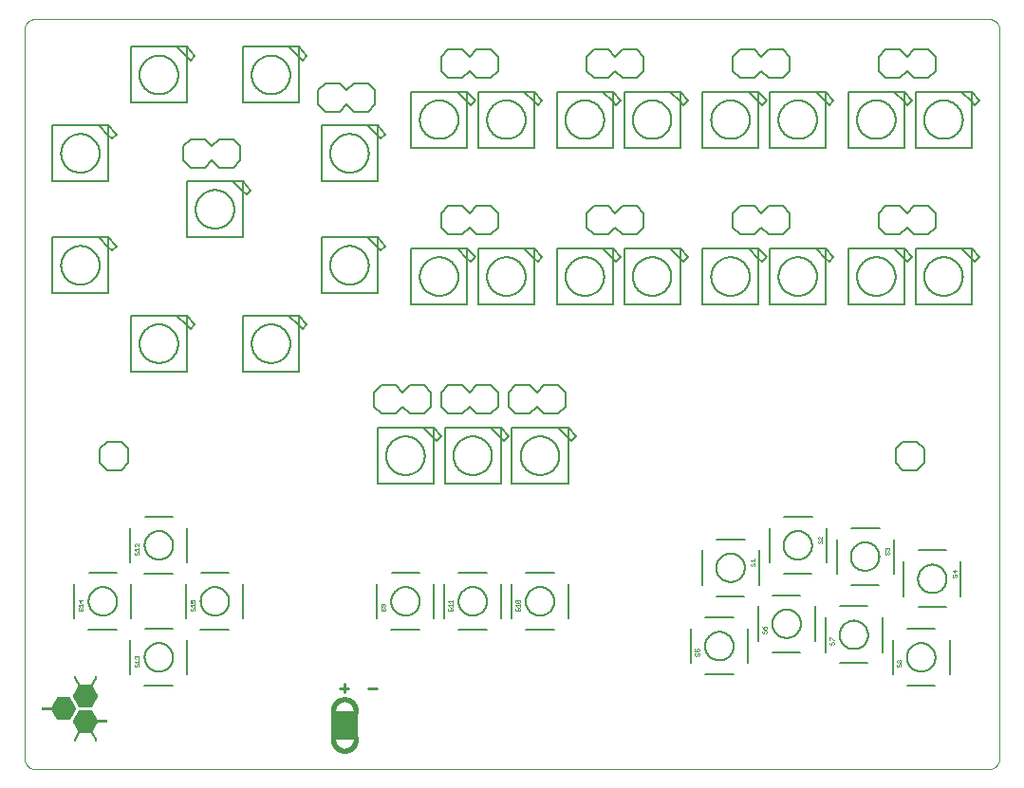
<source format=gto>
G75*
%MOIN*%
%OFA0B0*%
%FSLAX25Y25*%
%IPPOS*%
%LPD*%
%AMOC8*
5,1,8,0,0,1.08239X$1,22.5*
%
%ADD10C,0.00000*%
%ADD11R,0.00260X0.00020*%
%ADD12R,0.00340X0.00020*%
%ADD13R,0.00340X0.00020*%
%ADD14R,0.00420X0.00020*%
%ADD15R,0.00420X0.00020*%
%ADD16R,0.00460X0.00020*%
%ADD17R,0.00500X0.00020*%
%ADD18R,0.00540X0.00020*%
%ADD19R,0.00540X0.00020*%
%ADD20R,0.00580X0.00020*%
%ADD21R,0.00620X0.00020*%
%ADD22R,0.00620X0.00020*%
%ADD23R,0.00660X0.00020*%
%ADD24R,0.00660X0.00020*%
%ADD25R,0.00680X0.00020*%
%ADD26R,0.00700X0.00020*%
%ADD27R,0.00720X0.00020*%
%ADD28R,0.00720X0.00020*%
%ADD29R,0.00760X0.00020*%
%ADD30R,0.00740X0.00020*%
%ADD31R,0.00760X0.00020*%
%ADD32R,0.00780X0.00020*%
%ADD33R,0.00780X0.00020*%
%ADD34R,0.00800X0.00020*%
%ADD35R,0.00820X0.00020*%
%ADD36R,0.00820X0.00020*%
%ADD37R,0.00820X0.00020*%
%ADD38R,0.00820X0.00020*%
%ADD39R,0.00840X0.00020*%
%ADD40R,0.00860X0.00020*%
%ADD41R,0.00840X0.00020*%
%ADD42R,0.00860X0.00020*%
%ADD43R,0.00840X0.00020*%
%ADD44R,0.00840X0.00020*%
%ADD45R,0.05260X0.00020*%
%ADD46R,0.05240X0.00020*%
%ADD47R,0.05220X0.00020*%
%ADD48R,0.05180X0.00020*%
%ADD49R,0.05180X0.00020*%
%ADD50R,0.05140X0.00020*%
%ADD51R,0.05120X0.00020*%
%ADD52R,0.05100X0.00020*%
%ADD53R,0.05080X0.00020*%
%ADD54R,0.05060X0.00020*%
%ADD55R,0.05020X0.00020*%
%ADD56R,0.05020X0.00020*%
%ADD57R,0.04980X0.00020*%
%ADD58R,0.04960X0.00020*%
%ADD59R,0.04940X0.00020*%
%ADD60R,0.04900X0.00020*%
%ADD61R,0.04900X0.00020*%
%ADD62R,0.04860X0.00020*%
%ADD63R,0.05300X0.00020*%
%ADD64R,0.05300X0.00020*%
%ADD65R,0.05340X0.00020*%
%ADD66R,0.05340X0.00020*%
%ADD67R,0.05380X0.00020*%
%ADD68R,0.05400X0.00020*%
%ADD69R,0.05420X0.00020*%
%ADD70R,0.05460X0.00020*%
%ADD71R,0.05460X0.00020*%
%ADD72R,0.05500X0.00020*%
%ADD73R,0.05500X0.00020*%
%ADD74R,0.05540X0.00020*%
%ADD75R,0.05560X0.00020*%
%ADD76R,0.05580X0.00020*%
%ADD77R,0.05620X0.00020*%
%ADD78R,0.05620X0.00020*%
%ADD79R,0.05660X0.00020*%
%ADD80R,0.05680X0.00020*%
%ADD81R,0.05700X0.00020*%
%ADD82R,0.05720X0.00020*%
%ADD83R,0.05740X0.00020*%
%ADD84R,0.05780X0.00020*%
%ADD85R,0.05820X0.00020*%
%ADD86R,0.05840X0.00020*%
%ADD87R,0.05860X0.00020*%
%ADD88R,0.05900X0.00020*%
%ADD89R,0.05940X0.00020*%
%ADD90R,0.05940X0.00020*%
%ADD91R,0.05980X0.00020*%
%ADD92R,0.06000X0.00020*%
%ADD93R,0.06020X0.00020*%
%ADD94R,0.06060X0.00020*%
%ADD95R,0.06060X0.00020*%
%ADD96R,0.06100X0.00020*%
%ADD97R,0.06120X0.00020*%
%ADD98R,0.06140X0.00020*%
%ADD99R,0.06160X0.00020*%
%ADD100R,0.06180X0.00020*%
%ADD101R,0.06220X0.00020*%
%ADD102R,0.06220X0.00020*%
%ADD103R,0.06260X0.00020*%
%ADD104R,0.06280X0.00020*%
%ADD105R,0.06300X0.00020*%
%ADD106R,0.06320X0.00020*%
%ADD107R,0.06340X0.00020*%
%ADD108R,0.06380X0.00020*%
%ADD109R,0.06380X0.00020*%
%ADD110R,0.06420X0.00020*%
%ADD111R,0.06440X0.00020*%
%ADD112R,0.06460X0.00020*%
%ADD113R,0.06500X0.00020*%
%ADD114R,0.06500X0.00020*%
%ADD115R,0.06540X0.00020*%
%ADD116R,0.06540X0.00020*%
%ADD117R,0.06580X0.00020*%
%ADD118R,0.06600X0.00020*%
%ADD119R,0.06620X0.00020*%
%ADD120R,0.06660X0.00020*%
%ADD121R,0.06660X0.00020*%
%ADD122R,0.06700X0.00020*%
%ADD123R,0.06720X0.00020*%
%ADD124R,0.06740X0.00020*%
%ADD125R,0.06760X0.00020*%
%ADD126R,0.06780X0.00020*%
%ADD127R,0.06820X0.00020*%
%ADD128R,0.06860X0.00020*%
%ADD129R,0.06880X0.00020*%
%ADD130R,0.06900X0.00020*%
%ADD131R,0.06940X0.00020*%
%ADD132R,0.06980X0.00020*%
%ADD133R,0.06980X0.00020*%
%ADD134R,0.07020X0.00020*%
%ADD135R,0.07040X0.00020*%
%ADD136R,0.07060X0.00020*%
%ADD137R,0.07100X0.00020*%
%ADD138R,0.07100X0.00020*%
%ADD139R,0.07140X0.00020*%
%ADD140R,0.07140X0.00020*%
%ADD141R,0.07180X0.00020*%
%ADD142R,0.07200X0.00020*%
%ADD143R,0.07220X0.00020*%
%ADD144R,0.07260X0.00020*%
%ADD145R,0.07260X0.00020*%
%ADD146R,0.07300X0.00020*%
%ADD147R,0.07320X0.00020*%
%ADD148R,0.07340X0.00020*%
%ADD149R,0.07360X0.00020*%
%ADD150R,0.07380X0.00020*%
%ADD151R,0.07420X0.00020*%
%ADD152R,0.07420X0.00020*%
%ADD153R,0.07460X0.00020*%
%ADD154R,0.07480X0.00020*%
%ADD155R,0.07500X0.00020*%
%ADD156R,0.07540X0.00020*%
%ADD157R,0.07540X0.00020*%
%ADD158R,0.07580X0.00020*%
%ADD159R,0.07580X0.00020*%
%ADD160R,0.07620X0.00020*%
%ADD161R,0.07640X0.00020*%
%ADD162R,0.07660X0.00020*%
%ADD163R,0.07700X0.00020*%
%ADD164R,0.07700X0.00020*%
%ADD165R,0.07740X0.00020*%
%ADD166R,0.07760X0.00020*%
%ADD167R,0.07780X0.00020*%
%ADD168R,0.07800X0.00020*%
%ADD169R,0.07820X0.00020*%
%ADD170R,0.07860X0.00020*%
%ADD171R,0.07900X0.00020*%
%ADD172R,0.07920X0.00020*%
%ADD173R,0.07940X0.00020*%
%ADD174R,0.07960X0.00020*%
%ADD175R,0.07980X0.00020*%
%ADD176R,0.08020X0.00020*%
%ADD177R,0.08020X0.00020*%
%ADD178R,0.08060X0.00020*%
%ADD179R,0.08080X0.00020*%
%ADD180R,0.08100X0.00020*%
%ADD181R,0.08140X0.00020*%
%ADD182R,0.08140X0.00020*%
%ADD183R,0.08180X0.00020*%
%ADD184R,0.08180X0.00020*%
%ADD185R,0.08220X0.00020*%
%ADD186R,0.08240X0.00020*%
%ADD187R,0.08260X0.00020*%
%ADD188R,0.08300X0.00020*%
%ADD189R,0.08300X0.00020*%
%ADD190R,0.08340X0.00020*%
%ADD191R,0.08360X0.00020*%
%ADD192R,0.08380X0.00020*%
%ADD193R,0.08400X0.00020*%
%ADD194R,0.08420X0.00020*%
%ADD195R,0.11760X0.00020*%
%ADD196R,0.11840X0.00020*%
%ADD197R,0.11900X0.00020*%
%ADD198R,0.11960X0.00020*%
%ADD199R,0.11980X0.00020*%
%ADD200R,0.12020X0.00020*%
%ADD201R,0.12040X0.00020*%
%ADD202R,0.12080X0.00020*%
%ADD203R,0.12100X0.00020*%
%ADD204R,0.12120X0.00020*%
%ADD205R,0.12160X0.00020*%
%ADD206R,0.12160X0.00020*%
%ADD207R,0.12200X0.00020*%
%ADD208R,0.12200X0.00020*%
%ADD209R,0.12220X0.00020*%
%ADD210R,0.12260X0.00020*%
%ADD211R,0.12280X0.00020*%
%ADD212R,0.12280X0.00020*%
%ADD213R,0.12260X0.00020*%
%ADD214R,0.12240X0.00020*%
%ADD215R,0.12120X0.00020*%
%ADD216R,0.12040X0.00020*%
%ADD217R,0.12020X0.00020*%
%ADD218R,0.11920X0.00020*%
%ADD219R,0.11860X0.00020*%
%ADD220R,0.11780X0.00020*%
%ADD221R,0.08420X0.00020*%
%ADD222R,0.08360X0.00020*%
%ADD223R,0.08340X0.00020*%
%ADD224R,0.08220X0.00020*%
%ADD225R,0.08200X0.00020*%
%ADD226R,0.04460X0.00020*%
%ADD227R,0.04480X0.00020*%
%ADD228R,0.04500X0.00020*%
%ADD229R,0.08100X0.00020*%
%ADD230R,0.04540X0.00020*%
%ADD231R,0.04540X0.00020*%
%ADD232R,0.04580X0.00020*%
%ADD233R,0.08040X0.00020*%
%ADD234R,0.04620X0.00020*%
%ADD235R,0.07980X0.00020*%
%ADD236R,0.04640X0.00020*%
%ADD237R,0.04660X0.00020*%
%ADD238R,0.04700X0.00020*%
%ADD239R,0.07900X0.00020*%
%ADD240R,0.04740X0.00020*%
%ADD241R,0.07860X0.00020*%
%ADD242R,0.04740X0.00020*%
%ADD243R,0.04780X0.00020*%
%ADD244R,0.04800X0.00020*%
%ADD245R,0.07820X0.00020*%
%ADD246R,0.04820X0.00020*%
%ADD247R,0.07780X0.00020*%
%ADD248R,0.04860X0.00020*%
%ADD249R,0.07760X0.00020*%
%ADD250R,0.04920X0.00020*%
%ADD251R,0.04940X0.00020*%
%ADD252R,0.07660X0.00020*%
%ADD253R,0.04960X0.00020*%
%ADD254R,0.07600X0.00020*%
%ADD255R,0.05060X0.00020*%
%ADD256R,0.05080X0.00020*%
%ADD257R,0.05140X0.00020*%
%ADD258R,0.07440X0.00020*%
%ADD259R,0.07380X0.00020*%
%ADD260R,0.07320X0.00020*%
%ADD261R,0.07300X0.00020*%
%ADD262R,0.05360X0.00020*%
%ADD263R,0.05400X0.00020*%
%ADD264R,0.05420X0.00020*%
%ADD265R,0.07180X0.00020*%
%ADD266R,0.07160X0.00020*%
%ADD267R,0.05520X0.00020*%
%ADD268R,0.05540X0.00020*%
%ADD269R,0.07060X0.00020*%
%ADD270R,0.07000X0.00020*%
%ADD271R,0.05660X0.00020*%
%ADD272R,0.06940X0.00020*%
%ADD273R,0.05740X0.00020*%
%ADD274R,0.06860X0.00020*%
%ADD275R,0.05780X0.00020*%
%ADD276R,0.06840X0.00020*%
%ADD277R,0.06780X0.00020*%
%ADD278R,0.05860X0.00020*%
%ADD279R,0.06740X0.00020*%
%ADD280R,0.05900X0.00020*%
%ADD281R,0.06720X0.00020*%
%ADD282R,0.05960X0.00020*%
%ADD283R,0.05980X0.00020*%
%ADD284R,0.06620X0.00020*%
%ADD285R,0.06000X0.00020*%
%ADD286R,0.06560X0.00020*%
%ADD287R,0.06100X0.00020*%
%ADD288R,0.06120X0.00020*%
%ADD289R,0.06180X0.00020*%
%ADD290R,0.06400X0.00020*%
%ADD291R,0.06340X0.00020*%
%ADD292R,0.06280X0.00020*%
%ADD293R,0.06260X0.00020*%
%ADD294R,0.06240X0.00020*%
%ADD295R,0.06440X0.00020*%
%ADD296R,0.06460X0.00020*%
%ADD297R,0.06140X0.00020*%
%ADD298R,0.06560X0.00020*%
%ADD299R,0.06580X0.00020*%
%ADD300R,0.06020X0.00020*%
%ADD301R,0.06700X0.00020*%
%ADD302R,0.05820X0.00020*%
%ADD303R,0.06820X0.00020*%
%ADD304R,0.05800X0.00020*%
%ADD305R,0.06900X0.00020*%
%ADD306R,0.05700X0.00020*%
%ADD307R,0.05680X0.00020*%
%ADD308R,0.07020X0.00020*%
%ADD309R,0.05580X0.00020*%
%ADD310R,0.07040X0.00020*%
%ADD311R,0.05520X0.00020*%
%ADD312R,0.07160X0.00020*%
%ADD313R,0.05360X0.00020*%
%ADD314R,0.05240X0.00020*%
%ADD315R,0.05220X0.00020*%
%ADD316R,0.05200X0.00020*%
%ADD317R,0.07480X0.00020*%
%ADD318R,0.07500X0.00020*%
%ADD319R,0.05100X0.00020*%
%ADD320R,0.07600X0.00020*%
%ADD321R,0.07620X0.00020*%
%ADD322R,0.04980X0.00020*%
%ADD323R,0.07740X0.00020*%
%ADD324R,0.04820X0.00020*%
%ADD325R,0.04780X0.00020*%
%ADD326R,0.04760X0.00020*%
%ADD327R,0.04700X0.00020*%
%ADD328R,0.07940X0.00020*%
%ADD329R,0.04660X0.00020*%
%ADD330R,0.04640X0.00020*%
%ADD331R,0.04620X0.00020*%
%ADD332R,0.04600X0.00020*%
%ADD333R,0.08060X0.00020*%
%ADD334R,0.08080X0.00020*%
%ADD335R,0.04500X0.00020*%
%ADD336R,0.04480X0.00020*%
%ADD337R,0.08200X0.00020*%
%ADD338R,0.11960X0.00020*%
%ADD339R,0.11980X0.00020*%
%ADD340R,0.12100X0.00020*%
%ADD341R,0.12220X0.00020*%
%ADD342R,0.12240X0.00020*%
%ADD343R,0.12080X0.00020*%
%ADD344R,0.11900X0.00020*%
%ADD345R,0.11840X0.00020*%
%ADD346R,0.11760X0.00020*%
%ADD347R,0.08380X0.00020*%
%ADD348R,0.08260X0.00020*%
%ADD349R,0.08240X0.00020*%
%ADD350R,0.04460X0.00020*%
%ADD351R,0.04580X0.00020*%
%ADD352R,0.04600X0.00020*%
%ADD353R,0.07920X0.00020*%
%ADD354R,0.04760X0.00020*%
%ADD355R,0.04920X0.00020*%
%ADD356R,0.07640X0.00020*%
%ADD357R,0.07460X0.00020*%
%ADD358R,0.05200X0.00020*%
%ADD359R,0.07340X0.00020*%
%ADD360R,0.05260X0.00020*%
%ADD361R,0.07220X0.00020*%
%ADD362R,0.05380X0.00020*%
%ADD363R,0.07200X0.00020*%
%ADD364R,0.07000X0.00020*%
%ADD365R,0.06880X0.00020*%
%ADD366R,0.05800X0.00020*%
%ADD367R,0.05840X0.00020*%
%ADD368R,0.05960X0.00020*%
%ADD369R,0.06600X0.00020*%
%ADD370R,0.06420X0.00020*%
%ADD371R,0.06240X0.00020*%
%ADD372R,0.06300X0.00020*%
%ADD373R,0.06840X0.00020*%
%ADD374R,0.05560X0.00020*%
%ADD375R,0.04800X0.00020*%
%ADD376R,0.08040X0.00020*%
%ADD377R,0.08460X0.00020*%
%ADD378R,0.08480X0.00020*%
%ADD379R,0.08500X0.00020*%
%ADD380R,0.08520X0.00020*%
%ADD381R,0.08540X0.00020*%
%ADD382R,0.08580X0.00020*%
%ADD383R,0.08620X0.00020*%
%ADD384R,0.08640X0.00020*%
%ADD385R,0.08660X0.00020*%
%ADD386R,0.08680X0.00020*%
%ADD387R,0.08700X0.00020*%
%ADD388R,0.08740X0.00020*%
%ADD389R,0.08740X0.00020*%
%ADD390R,0.08780X0.00020*%
%ADD391R,0.08800X0.00020*%
%ADD392R,0.08820X0.00020*%
%ADD393R,0.08860X0.00020*%
%ADD394R,0.08860X0.00020*%
%ADD395R,0.08840X0.00020*%
%ADD396R,0.08780X0.00020*%
%ADD397R,0.08620X0.00020*%
%ADD398R,0.08400X0.00020*%
%ADD399R,0.07960X0.00020*%
%ADD400R,0.07800X0.00020*%
%ADD401R,0.07360X0.00020*%
%ADD402R,0.06760X0.00020*%
%ADD403R,0.06320X0.00020*%
%ADD404R,0.06160X0.00020*%
%ADD405R,0.05720X0.00020*%
%ADD406R,0.05120X0.00020*%
%ADD407R,0.00800X0.00020*%
%ADD408R,0.00740X0.00020*%
%ADD409R,0.00720X0.00020*%
%ADD410R,0.00720X0.00020*%
%ADD411R,0.00700X0.00020*%
%ADD412R,0.00680X0.00020*%
%ADD413R,0.00620X0.00020*%
%ADD414R,0.00620X0.00020*%
%ADD415R,0.00580X0.00020*%
%ADD416R,0.00540X0.00020*%
%ADD417R,0.00540X0.00020*%
%ADD418R,0.00500X0.00020*%
%ADD419R,0.00420X0.00020*%
%ADD420R,0.00420X0.00020*%
%ADD421R,0.00340X0.00020*%
%ADD422R,0.00340X0.00020*%
%ADD423R,0.00260X0.00020*%
%ADD424C,0.01600*%
%ADD425R,0.09488X0.10236*%
%ADD426C,0.01100*%
%ADD427C,0.00800*%
%ADD428C,0.00500*%
%ADD429C,0.00100*%
D10*
X0005737Y0001800D02*
X0340383Y0001800D01*
X0340507Y0001802D01*
X0340630Y0001808D01*
X0340754Y0001817D01*
X0340876Y0001831D01*
X0340999Y0001848D01*
X0341121Y0001870D01*
X0341242Y0001895D01*
X0341362Y0001924D01*
X0341481Y0001956D01*
X0341600Y0001993D01*
X0341717Y0002033D01*
X0341832Y0002076D01*
X0341947Y0002124D01*
X0342059Y0002175D01*
X0342170Y0002229D01*
X0342280Y0002287D01*
X0342387Y0002348D01*
X0342493Y0002413D01*
X0342596Y0002481D01*
X0342697Y0002552D01*
X0342796Y0002626D01*
X0342893Y0002703D01*
X0342987Y0002784D01*
X0343078Y0002867D01*
X0343167Y0002953D01*
X0343253Y0003042D01*
X0343336Y0003133D01*
X0343417Y0003227D01*
X0343494Y0003324D01*
X0343568Y0003423D01*
X0343639Y0003524D01*
X0343707Y0003627D01*
X0343772Y0003733D01*
X0343833Y0003840D01*
X0343891Y0003950D01*
X0343945Y0004061D01*
X0343996Y0004173D01*
X0344044Y0004288D01*
X0344087Y0004403D01*
X0344127Y0004520D01*
X0344164Y0004639D01*
X0344196Y0004758D01*
X0344225Y0004878D01*
X0344250Y0004999D01*
X0344272Y0005121D01*
X0344289Y0005244D01*
X0344303Y0005366D01*
X0344312Y0005490D01*
X0344318Y0005613D01*
X0344320Y0005737D01*
X0344320Y0261643D01*
X0344318Y0261767D01*
X0344312Y0261890D01*
X0344303Y0262014D01*
X0344289Y0262136D01*
X0344272Y0262259D01*
X0344250Y0262381D01*
X0344225Y0262502D01*
X0344196Y0262622D01*
X0344164Y0262741D01*
X0344127Y0262860D01*
X0344087Y0262977D01*
X0344044Y0263092D01*
X0343996Y0263207D01*
X0343945Y0263319D01*
X0343891Y0263430D01*
X0343833Y0263540D01*
X0343772Y0263647D01*
X0343707Y0263753D01*
X0343639Y0263856D01*
X0343568Y0263957D01*
X0343494Y0264056D01*
X0343417Y0264153D01*
X0343336Y0264247D01*
X0343253Y0264338D01*
X0343167Y0264427D01*
X0343078Y0264513D01*
X0342987Y0264596D01*
X0342893Y0264677D01*
X0342796Y0264754D01*
X0342697Y0264828D01*
X0342596Y0264899D01*
X0342493Y0264967D01*
X0342387Y0265032D01*
X0342280Y0265093D01*
X0342170Y0265151D01*
X0342059Y0265205D01*
X0341947Y0265256D01*
X0341832Y0265304D01*
X0341717Y0265347D01*
X0341600Y0265387D01*
X0341481Y0265424D01*
X0341362Y0265456D01*
X0341242Y0265485D01*
X0341121Y0265510D01*
X0340999Y0265532D01*
X0340876Y0265549D01*
X0340754Y0265563D01*
X0340630Y0265572D01*
X0340507Y0265578D01*
X0340383Y0265580D01*
X0005737Y0265580D01*
X0005613Y0265578D01*
X0005490Y0265572D01*
X0005366Y0265563D01*
X0005244Y0265549D01*
X0005121Y0265532D01*
X0004999Y0265510D01*
X0004878Y0265485D01*
X0004758Y0265456D01*
X0004639Y0265424D01*
X0004520Y0265387D01*
X0004403Y0265347D01*
X0004288Y0265304D01*
X0004173Y0265256D01*
X0004061Y0265205D01*
X0003950Y0265151D01*
X0003840Y0265093D01*
X0003733Y0265032D01*
X0003627Y0264967D01*
X0003524Y0264899D01*
X0003423Y0264828D01*
X0003324Y0264754D01*
X0003227Y0264677D01*
X0003133Y0264596D01*
X0003042Y0264513D01*
X0002953Y0264427D01*
X0002867Y0264338D01*
X0002784Y0264247D01*
X0002703Y0264153D01*
X0002626Y0264056D01*
X0002552Y0263957D01*
X0002481Y0263856D01*
X0002413Y0263753D01*
X0002348Y0263647D01*
X0002287Y0263540D01*
X0002229Y0263430D01*
X0002175Y0263319D01*
X0002124Y0263207D01*
X0002076Y0263092D01*
X0002033Y0262977D01*
X0001993Y0262860D01*
X0001956Y0262741D01*
X0001924Y0262622D01*
X0001895Y0262502D01*
X0001870Y0262381D01*
X0001848Y0262259D01*
X0001831Y0262136D01*
X0001817Y0262014D01*
X0001808Y0261890D01*
X0001802Y0261767D01*
X0001800Y0261643D01*
X0001800Y0005737D01*
X0001802Y0005613D01*
X0001808Y0005490D01*
X0001817Y0005366D01*
X0001831Y0005244D01*
X0001848Y0005121D01*
X0001870Y0004999D01*
X0001895Y0004878D01*
X0001924Y0004758D01*
X0001956Y0004639D01*
X0001993Y0004520D01*
X0002033Y0004403D01*
X0002076Y0004288D01*
X0002124Y0004173D01*
X0002175Y0004061D01*
X0002229Y0003950D01*
X0002287Y0003840D01*
X0002348Y0003733D01*
X0002413Y0003627D01*
X0002481Y0003524D01*
X0002552Y0003423D01*
X0002626Y0003324D01*
X0002703Y0003227D01*
X0002784Y0003133D01*
X0002867Y0003042D01*
X0002953Y0002953D01*
X0003042Y0002867D01*
X0003133Y0002784D01*
X0003227Y0002703D01*
X0003324Y0002626D01*
X0003423Y0002552D01*
X0003524Y0002481D01*
X0003627Y0002413D01*
X0003733Y0002348D01*
X0003840Y0002287D01*
X0003950Y0002229D01*
X0004061Y0002175D01*
X0004173Y0002124D01*
X0004288Y0002076D01*
X0004403Y0002033D01*
X0004520Y0001993D01*
X0004639Y0001956D01*
X0004758Y0001924D01*
X0004878Y0001895D01*
X0004999Y0001870D01*
X0005121Y0001848D01*
X0005244Y0001831D01*
X0005366Y0001817D01*
X0005490Y0001808D01*
X0005613Y0001802D01*
X0005737Y0001800D01*
D11*
X0019526Y0011643D03*
X0027006Y0011643D03*
D12*
X0019526Y0011663D03*
D13*
X0027006Y0011663D03*
D14*
X0019526Y0011683D03*
D15*
X0027006Y0011683D03*
D16*
X0027006Y0011703D03*
X0019526Y0011703D03*
X0019526Y0034103D03*
X0027006Y0034103D03*
D17*
X0027006Y0011723D03*
X0019526Y0011723D03*
D18*
X0019526Y0011743D03*
D19*
X0027006Y0011743D03*
D20*
X0027006Y0011763D03*
X0019526Y0011763D03*
D21*
X0019526Y0011783D03*
X0019526Y0011803D03*
X0019526Y0034003D03*
D22*
X0027006Y0034003D03*
X0027006Y0011803D03*
X0027006Y0011783D03*
D23*
X0027006Y0011823D03*
X0019526Y0011823D03*
X0019526Y0033963D03*
D24*
X0019526Y0033983D03*
X0027006Y0033983D03*
X0019526Y0011843D03*
D25*
X0026996Y0011843D03*
D26*
X0027006Y0011863D03*
X0019526Y0011863D03*
D27*
X0019536Y0011883D03*
X0019536Y0011903D03*
X0019536Y0033903D03*
D28*
X0026996Y0033903D03*
X0026996Y0011903D03*
X0026996Y0011883D03*
D29*
X0019536Y0011923D03*
X0019536Y0033863D03*
X0026976Y0033863D03*
D30*
X0026986Y0011923D03*
D31*
X0026976Y0011943D03*
X0019536Y0011943D03*
X0019536Y0033883D03*
D32*
X0019546Y0033823D03*
X0019546Y0011963D03*
X0026986Y0011963D03*
D33*
X0019546Y0011983D03*
X0019546Y0033843D03*
X0026986Y0033843D03*
D34*
X0026976Y0033803D03*
X0019556Y0033803D03*
X0019556Y0012003D03*
X0026956Y0012043D03*
X0026976Y0012003D03*
X0026976Y0011983D03*
D35*
X0026966Y0012023D03*
X0026946Y0012063D03*
X0019566Y0012023D03*
X0019566Y0033763D03*
D36*
X0019566Y0033783D03*
X0026946Y0033743D03*
X0026966Y0033783D03*
X0019566Y0012043D03*
D37*
X0019586Y0012063D03*
X0019586Y0033723D03*
D38*
X0019586Y0033743D03*
X0019586Y0012083D03*
D39*
X0019596Y0012103D03*
X0019616Y0012143D03*
X0019636Y0012183D03*
X0019676Y0012243D03*
X0019696Y0012283D03*
X0019816Y0012483D03*
X0019816Y0012503D03*
X0019876Y0012603D03*
X0019936Y0012703D03*
X0019996Y0012803D03*
X0020016Y0012843D03*
X0020036Y0012883D03*
X0020076Y0012943D03*
X0020096Y0012983D03*
X0020116Y0013003D03*
X0020136Y0013043D03*
X0020196Y0013143D03*
X0020216Y0013183D03*
X0020276Y0013283D03*
X0020336Y0013383D03*
X0020336Y0013403D03*
X0020396Y0013503D03*
X0020476Y0013643D03*
X0020516Y0013703D03*
X0020536Y0013743D03*
X0020576Y0013803D03*
X0020596Y0013843D03*
X0020616Y0013883D03*
X0020636Y0013903D03*
X0020676Y0013983D03*
X0020716Y0014043D03*
X0020736Y0014083D03*
X0020796Y0014183D03*
X0020916Y0014403D03*
X0020936Y0014443D03*
X0020976Y0014503D03*
X0020996Y0014543D03*
X0021036Y0014603D03*
X0025496Y0014603D03*
X0025616Y0014383D03*
X0025676Y0014283D03*
X0025696Y0014243D03*
X0025736Y0014183D03*
X0025796Y0014083D03*
X0025816Y0014043D03*
X0025836Y0014003D03*
X0025876Y0013943D03*
X0025896Y0013903D03*
X0025936Y0013843D03*
X0025996Y0013743D03*
X0026016Y0013703D03*
X0026076Y0013603D03*
X0026136Y0013483D03*
X0026196Y0013383D03*
X0026216Y0013343D03*
X0026276Y0013243D03*
X0026296Y0013203D03*
X0026316Y0013183D03*
X0026336Y0013143D03*
X0026376Y0013083D03*
X0026396Y0013043D03*
X0026416Y0013003D03*
X0026476Y0012903D03*
X0026536Y0012803D03*
X0026596Y0012703D03*
X0026596Y0012683D03*
X0026716Y0012483D03*
X0026736Y0012443D03*
X0026776Y0012383D03*
X0026796Y0012343D03*
X0026816Y0012303D03*
X0026836Y0012283D03*
X0026876Y0012203D03*
X0026896Y0012183D03*
X0026916Y0012143D03*
X0026936Y0012103D03*
X0026936Y0012083D03*
X0025476Y0031183D03*
X0025496Y0031203D03*
X0025516Y0031243D03*
X0025536Y0031283D03*
X0025576Y0031343D03*
X0025596Y0031383D03*
X0025636Y0031443D03*
X0025696Y0031543D03*
X0025716Y0031583D03*
X0025776Y0031683D03*
X0025836Y0031803D03*
X0025896Y0031903D03*
X0025916Y0031943D03*
X0025976Y0032043D03*
X0025996Y0032083D03*
X0026016Y0032103D03*
X0026036Y0032143D03*
X0026076Y0032203D03*
X0026096Y0032243D03*
X0026116Y0032283D03*
X0026176Y0032383D03*
X0026236Y0032483D03*
X0026296Y0032583D03*
X0026296Y0032603D03*
X0026416Y0032803D03*
X0026436Y0032843D03*
X0026476Y0032903D03*
X0026496Y0032943D03*
X0026516Y0032983D03*
X0026536Y0033003D03*
X0026576Y0033083D03*
X0026596Y0033103D03*
X0026616Y0033143D03*
X0026636Y0033183D03*
X0026676Y0033243D03*
X0026696Y0033283D03*
X0026816Y0033483D03*
X0026816Y0033503D03*
X0026876Y0033603D03*
X0026896Y0033643D03*
X0026916Y0033683D03*
X0026936Y0033703D03*
X0021036Y0031203D03*
X0021016Y0031243D03*
X0020976Y0031303D03*
X0020936Y0031383D03*
X0020916Y0031403D03*
X0020896Y0031443D03*
X0020876Y0031483D03*
X0020836Y0031543D03*
X0020816Y0031583D03*
X0020776Y0031643D03*
X0020696Y0031783D03*
X0020636Y0031883D03*
X0020636Y0031903D03*
X0020576Y0032003D03*
X0020516Y0032103D03*
X0020496Y0032143D03*
X0020436Y0032243D03*
X0020416Y0032283D03*
X0020396Y0032303D03*
X0020376Y0032343D03*
X0020336Y0032403D03*
X0020316Y0032443D03*
X0020296Y0032483D03*
X0020236Y0032583D03*
X0020176Y0032683D03*
X0020116Y0032783D03*
X0020116Y0032803D03*
X0019996Y0033003D03*
X0019976Y0033043D03*
X0019936Y0033103D03*
X0019916Y0033143D03*
X0019896Y0033183D03*
X0019876Y0033203D03*
X0019836Y0033283D03*
X0019816Y0033303D03*
X0019796Y0033343D03*
X0019776Y0033383D03*
X0019736Y0033443D03*
X0019716Y0033483D03*
X0019596Y0033703D03*
D40*
X0019726Y0033463D03*
X0019786Y0033363D03*
X0019846Y0033263D03*
X0019866Y0033223D03*
X0019906Y0033163D03*
X0019926Y0033123D03*
X0019986Y0033023D03*
X0020246Y0032563D03*
X0020306Y0032463D03*
X0020366Y0032363D03*
X0020386Y0032323D03*
X0020426Y0032263D03*
X0020446Y0032223D03*
X0020506Y0032123D03*
X0020766Y0031663D03*
X0020826Y0031563D03*
X0020846Y0031523D03*
X0020886Y0031463D03*
X0020906Y0031423D03*
X0020966Y0031323D03*
X0021026Y0031223D03*
X0025506Y0031223D03*
X0025526Y0031263D03*
X0025566Y0031323D03*
X0025586Y0031363D03*
X0025646Y0031463D03*
X0025906Y0031923D03*
X0025966Y0032023D03*
X0026026Y0032123D03*
X0026046Y0032163D03*
X0026086Y0032223D03*
X0026106Y0032263D03*
X0026166Y0032363D03*
X0026426Y0032823D03*
X0026486Y0032923D03*
X0026506Y0032963D03*
X0026546Y0033023D03*
X0026566Y0033063D03*
X0026626Y0033163D03*
X0026686Y0033263D03*
X0025746Y0014163D03*
X0025806Y0014063D03*
X0025826Y0014023D03*
X0025866Y0013963D03*
X0025886Y0013923D03*
X0025946Y0013823D03*
X0026206Y0013363D03*
X0026266Y0013263D03*
X0026326Y0013163D03*
X0026346Y0013123D03*
X0026386Y0013063D03*
X0026406Y0013023D03*
X0026466Y0012923D03*
X0026726Y0012463D03*
X0026786Y0012363D03*
X0026846Y0012263D03*
X0026866Y0012223D03*
X0021046Y0014623D03*
X0020986Y0014523D03*
X0020726Y0014063D03*
X0020666Y0013963D03*
X0020606Y0013863D03*
X0020586Y0013823D03*
X0020546Y0013763D03*
X0020526Y0013723D03*
X0020466Y0013623D03*
X0020206Y0013163D03*
X0020146Y0013063D03*
X0020086Y0012963D03*
X0020066Y0012923D03*
X0020026Y0012863D03*
X0020006Y0012823D03*
X0019946Y0012723D03*
X0019686Y0012263D03*
X0019626Y0012163D03*
X0019606Y0012123D03*
D41*
X0019716Y0012323D03*
X0019736Y0012363D03*
X0019776Y0012423D03*
X0019796Y0012463D03*
X0019836Y0012523D03*
X0019896Y0012623D03*
X0019916Y0012663D03*
X0019976Y0012763D03*
X0020116Y0013023D03*
X0020176Y0013123D03*
X0020236Y0013223D03*
X0020296Y0013323D03*
X0020316Y0013363D03*
X0020376Y0013463D03*
X0020416Y0013523D03*
X0020436Y0013563D03*
X0020496Y0013663D03*
X0020636Y0013923D03*
X0020696Y0014023D03*
X0020776Y0014163D03*
X0020816Y0014223D03*
X0020836Y0014263D03*
X0020876Y0014323D03*
X0020896Y0014363D03*
X0020936Y0014423D03*
X0021016Y0014563D03*
X0025476Y0014623D03*
X0025516Y0014563D03*
X0025536Y0014523D03*
X0025576Y0014463D03*
X0025596Y0014423D03*
X0025636Y0014363D03*
X0025696Y0014263D03*
X0025716Y0014223D03*
X0025776Y0014123D03*
X0025916Y0013863D03*
X0025976Y0013763D03*
X0025996Y0013723D03*
X0026036Y0013663D03*
X0026096Y0013563D03*
X0026116Y0013523D03*
X0026176Y0013423D03*
X0026236Y0013323D03*
X0026296Y0013223D03*
X0026436Y0012963D03*
X0026496Y0012863D03*
X0026516Y0012823D03*
X0026576Y0012723D03*
X0026616Y0012663D03*
X0026636Y0012623D03*
X0026676Y0012563D03*
X0026696Y0012523D03*
X0026816Y0012323D03*
X0026896Y0012163D03*
X0026916Y0012123D03*
X0025616Y0031423D03*
X0025676Y0031523D03*
X0025696Y0031563D03*
X0025736Y0031623D03*
X0025796Y0031723D03*
X0025816Y0031763D03*
X0025876Y0031863D03*
X0025936Y0031963D03*
X0025996Y0032063D03*
X0026136Y0032323D03*
X0026196Y0032423D03*
X0026216Y0032463D03*
X0026276Y0032563D03*
X0026316Y0032623D03*
X0026336Y0032663D03*
X0026376Y0032723D03*
X0026396Y0032763D03*
X0026596Y0033123D03*
X0026716Y0033323D03*
X0026736Y0033363D03*
X0026776Y0033423D03*
X0026796Y0033463D03*
X0026836Y0033523D03*
X0026896Y0033623D03*
X0026916Y0033663D03*
X0026936Y0033723D03*
X0020996Y0031263D03*
X0020936Y0031363D03*
X0020796Y0031623D03*
X0020736Y0031723D03*
X0020716Y0031763D03*
X0020676Y0031823D03*
X0020616Y0031923D03*
X0020596Y0031963D03*
X0020536Y0032063D03*
X0020476Y0032163D03*
X0020336Y0032423D03*
X0020276Y0032523D03*
X0020216Y0032623D03*
X0020196Y0032663D03*
X0020136Y0032763D03*
X0020096Y0032823D03*
X0020076Y0032863D03*
X0020036Y0032923D03*
X0020016Y0032963D03*
X0019816Y0033323D03*
X0019696Y0033523D03*
X0019676Y0033563D03*
X0019636Y0033623D03*
X0019616Y0033663D03*
D42*
X0019606Y0033683D03*
X0019626Y0033643D03*
X0019646Y0033603D03*
X0019686Y0033543D03*
X0019706Y0033503D03*
X0019766Y0033403D03*
X0019946Y0033083D03*
X0020006Y0032983D03*
X0020026Y0032943D03*
X0020066Y0032883D03*
X0020086Y0032843D03*
X0020146Y0032743D03*
X0020166Y0032703D03*
X0020206Y0032643D03*
X0020226Y0032603D03*
X0020286Y0032503D03*
X0020466Y0032183D03*
X0020526Y0032083D03*
X0020546Y0032043D03*
X0020586Y0031983D03*
X0020606Y0031943D03*
X0020666Y0031843D03*
X0020686Y0031803D03*
X0020726Y0031743D03*
X0020746Y0031703D03*
X0020806Y0031603D03*
X0020986Y0031283D03*
X0021046Y0031183D03*
X0025606Y0031403D03*
X0025666Y0031503D03*
X0025726Y0031603D03*
X0025746Y0031643D03*
X0025786Y0031703D03*
X0025806Y0031743D03*
X0025826Y0031783D03*
X0025866Y0031843D03*
X0025886Y0031883D03*
X0025946Y0031983D03*
X0026126Y0032303D03*
X0026186Y0032403D03*
X0026206Y0032443D03*
X0026246Y0032503D03*
X0026266Y0032543D03*
X0026326Y0032643D03*
X0026346Y0032683D03*
X0026386Y0032743D03*
X0026406Y0032783D03*
X0026466Y0032883D03*
X0026646Y0033203D03*
X0026706Y0033303D03*
X0026726Y0033343D03*
X0026766Y0033403D03*
X0026786Y0033443D03*
X0026846Y0033543D03*
X0026866Y0033583D03*
X0025506Y0014583D03*
X0025526Y0014543D03*
X0025566Y0014483D03*
X0025586Y0014443D03*
X0025606Y0014403D03*
X0025646Y0014343D03*
X0025666Y0014303D03*
X0025726Y0014203D03*
X0025786Y0014103D03*
X0025906Y0013883D03*
X0025966Y0013783D03*
X0026026Y0013683D03*
X0026046Y0013643D03*
X0026086Y0013583D03*
X0026106Y0013543D03*
X0026126Y0013503D03*
X0026166Y0013443D03*
X0026186Y0013403D03*
X0026246Y0013303D03*
X0026426Y0012983D03*
X0026486Y0012883D03*
X0026506Y0012843D03*
X0026546Y0012783D03*
X0026566Y0012743D03*
X0026626Y0012643D03*
X0026646Y0012603D03*
X0026686Y0012543D03*
X0026706Y0012503D03*
X0026766Y0012403D03*
X0021026Y0014583D03*
X0020966Y0014483D03*
X0020906Y0014383D03*
X0020886Y0014343D03*
X0020846Y0014283D03*
X0020826Y0014243D03*
X0020806Y0014203D03*
X0020766Y0014143D03*
X0020746Y0014103D03*
X0020686Y0014003D03*
X0020506Y0013683D03*
X0020446Y0013583D03*
X0020426Y0013543D03*
X0020386Y0013483D03*
X0020366Y0013443D03*
X0020306Y0013343D03*
X0020286Y0013303D03*
X0020246Y0013243D03*
X0020226Y0013203D03*
X0020166Y0013103D03*
X0019986Y0012783D03*
X0019926Y0012683D03*
X0019906Y0012643D03*
X0019866Y0012583D03*
X0019846Y0012543D03*
X0019786Y0012443D03*
X0019766Y0012403D03*
X0019726Y0012343D03*
X0019706Y0012303D03*
X0019646Y0012203D03*
D43*
X0019656Y0012223D03*
X0019856Y0012563D03*
X0020256Y0013263D03*
X0020356Y0013423D03*
X0020756Y0014123D03*
X0020956Y0014463D03*
X0025656Y0014323D03*
X0026056Y0013623D03*
X0026156Y0013463D03*
X0026556Y0012763D03*
X0026756Y0012423D03*
X0025756Y0031663D03*
X0025856Y0031823D03*
X0026256Y0032523D03*
X0026456Y0032863D03*
X0026656Y0033223D03*
X0026856Y0033563D03*
X0020656Y0031863D03*
X0020556Y0032023D03*
X0020156Y0032723D03*
X0019956Y0033063D03*
X0019756Y0033423D03*
D44*
X0019656Y0033583D03*
X0019856Y0033243D03*
X0020056Y0032903D03*
X0020256Y0032543D03*
X0020356Y0032383D03*
X0020456Y0032203D03*
X0020756Y0031683D03*
X0020856Y0031503D03*
X0020956Y0031343D03*
X0025556Y0031303D03*
X0025656Y0031483D03*
X0025956Y0032003D03*
X0026056Y0032183D03*
X0026156Y0032343D03*
X0026356Y0032703D03*
X0026556Y0033043D03*
X0026756Y0033383D03*
X0025556Y0014503D03*
X0025756Y0014143D03*
X0025856Y0013983D03*
X0025956Y0013803D03*
X0026256Y0013283D03*
X0026356Y0013103D03*
X0026456Y0012943D03*
X0026656Y0012583D03*
X0026856Y0012243D03*
X0020856Y0014303D03*
X0020656Y0013943D03*
X0020556Y0013783D03*
X0020456Y0013603D03*
X0020156Y0013083D03*
X0020056Y0012903D03*
X0019956Y0012743D03*
X0019756Y0012383D03*
D45*
X0023266Y0014643D03*
X0023266Y0015343D03*
X0015546Y0019783D03*
X0023266Y0021583D03*
D46*
X0015556Y0019763D03*
X0023256Y0015323D03*
X0023256Y0014663D03*
D47*
X0023266Y0014683D03*
X0023266Y0015303D03*
X0015546Y0019743D03*
X0023266Y0024183D03*
X0023266Y0030503D03*
D48*
X0023266Y0030543D03*
X0023266Y0031083D03*
X0023266Y0031103D03*
X0023266Y0024143D03*
X0015546Y0026083D03*
X0015546Y0026103D03*
X0015546Y0019703D03*
X0023266Y0015283D03*
X0023266Y0014703D03*
D49*
X0023266Y0014723D03*
X0023266Y0015263D03*
X0015546Y0019723D03*
X0023266Y0021663D03*
X0023266Y0030523D03*
D50*
X0023266Y0024103D03*
X0023266Y0021703D03*
X0023266Y0021683D03*
X0015546Y0019683D03*
X0015546Y0026143D03*
X0023266Y0015243D03*
X0023266Y0014743D03*
D51*
X0023256Y0014763D03*
X0023256Y0015223D03*
D52*
X0023266Y0015203D03*
X0023266Y0014783D03*
X0015546Y0019643D03*
X0023266Y0024083D03*
X0023266Y0030603D03*
D53*
X0023256Y0031003D03*
X0015556Y0026183D03*
X0023256Y0021743D03*
X0023256Y0015183D03*
X0023256Y0014803D03*
D54*
X0023266Y0014823D03*
X0023266Y0015163D03*
X0023266Y0021763D03*
D55*
X0023266Y0021783D03*
X0023266Y0021803D03*
X0023266Y0024003D03*
X0015546Y0026243D03*
X0015546Y0019583D03*
X0023266Y0015143D03*
X0023266Y0014843D03*
X0023266Y0030683D03*
X0023266Y0030943D03*
D56*
X0023266Y0030963D03*
X0023266Y0030663D03*
X0015546Y0026223D03*
X0015546Y0019563D03*
X0023266Y0015123D03*
X0023266Y0014863D03*
X0023266Y0024023D03*
D57*
X0023266Y0023983D03*
X0023266Y0021843D03*
X0015546Y0019543D03*
X0023266Y0015103D03*
X0023266Y0014883D03*
X0023266Y0030703D03*
D58*
X0023256Y0030903D03*
X0015556Y0026283D03*
X0023256Y0015083D03*
X0023256Y0014903D03*
D59*
X0023266Y0014923D03*
X0023266Y0015063D03*
X0023266Y0021863D03*
D60*
X0023266Y0021903D03*
X0023266Y0023903D03*
X0015546Y0026343D03*
X0023266Y0030783D03*
X0023266Y0030843D03*
X0023266Y0015043D03*
X0023266Y0014943D03*
D61*
X0023266Y0014963D03*
X0023266Y0015023D03*
X0015546Y0019463D03*
X0023266Y0030763D03*
X0023266Y0030863D03*
D62*
X0023266Y0030803D03*
X0015546Y0026383D03*
X0015546Y0019443D03*
X0023266Y0021943D03*
X0023266Y0023883D03*
X0023266Y0015003D03*
X0023266Y0014983D03*
D63*
X0023266Y0015363D03*
X0015546Y0019823D03*
X0023266Y0021563D03*
X0023266Y0024263D03*
X0023266Y0030423D03*
D64*
X0023266Y0030443D03*
X0023266Y0024243D03*
X0023266Y0021543D03*
X0015546Y0019803D03*
X0015546Y0025983D03*
X0015546Y0026003D03*
X0023266Y0015383D03*
D65*
X0023266Y0015403D03*
X0015546Y0019843D03*
X0023266Y0024283D03*
X0023266Y0030383D03*
X0023266Y0030403D03*
D66*
X0015546Y0025963D03*
X0023266Y0021523D03*
X0023266Y0015423D03*
D67*
X0023266Y0015443D03*
X0015546Y0019883D03*
X0023266Y0021483D03*
D68*
X0023256Y0015463D03*
D69*
X0023266Y0015483D03*
X0023266Y0021443D03*
X0023266Y0024343D03*
X0015546Y0025883D03*
D70*
X0015546Y0025843D03*
X0015546Y0019943D03*
X0023266Y0021403D03*
X0023266Y0024383D03*
X0023266Y0024403D03*
X0023266Y0030283D03*
X0023266Y0030303D03*
X0023266Y0015503D03*
D71*
X0023266Y0015523D03*
X0015546Y0019963D03*
X0015546Y0025863D03*
X0023266Y0021423D03*
D72*
X0023266Y0021383D03*
X0023266Y0015543D03*
X0015546Y0019983D03*
X0023266Y0030243D03*
D73*
X0023266Y0030263D03*
X0023266Y0024423D03*
X0015546Y0025823D03*
X0023266Y0015563D03*
D74*
X0023266Y0015583D03*
X0023266Y0021343D03*
X0015546Y0025783D03*
D75*
X0015556Y0020043D03*
X0023256Y0015603D03*
X0023256Y0030203D03*
D76*
X0023266Y0021323D03*
X0023266Y0015623D03*
X0015546Y0020063D03*
D77*
X0015546Y0020083D03*
X0015546Y0020103D03*
X0015546Y0025703D03*
X0023266Y0024543D03*
X0023266Y0021283D03*
X0023266Y0015643D03*
X0023266Y0030143D03*
D78*
X0023266Y0030163D03*
X0023266Y0024523D03*
X0023266Y0021263D03*
X0023266Y0015663D03*
X0015546Y0025723D03*
D79*
X0015546Y0025683D03*
X0023266Y0021243D03*
X0023266Y0015683D03*
D80*
X0023256Y0015703D03*
X0015556Y0020143D03*
X0023256Y0024583D03*
X0023256Y0030103D03*
D81*
X0015546Y0020163D03*
X0023266Y0015723D03*
D82*
X0023256Y0015743D03*
D83*
X0023266Y0015763D03*
X0023266Y0021163D03*
X0023266Y0024623D03*
X0015546Y0025623D03*
D84*
X0015546Y0025583D03*
X0015546Y0020243D03*
X0023266Y0021143D03*
X0023266Y0015803D03*
X0023266Y0015783D03*
X0023266Y0030003D03*
D85*
X0015546Y0020263D03*
X0023266Y0015823D03*
D86*
X0023256Y0015843D03*
X0023256Y0021083D03*
X0015556Y0020283D03*
D87*
X0023266Y0021063D03*
X0023266Y0015863D03*
D88*
X0023266Y0015883D03*
X0023266Y0015903D03*
X0023266Y0021043D03*
X0023266Y0024783D03*
X0023266Y0029903D03*
X0015546Y0025483D03*
X0015546Y0020343D03*
D89*
X0015546Y0020363D03*
X0023266Y0015923D03*
X0023266Y0029863D03*
D90*
X0023266Y0029883D03*
X0023266Y0024803D03*
X0023266Y0021003D03*
X0023266Y0015943D03*
X0015546Y0025443D03*
D91*
X0023266Y0020963D03*
X0023266Y0015963D03*
D92*
X0023256Y0015983D03*
X0015556Y0025383D03*
D93*
X0015546Y0020443D03*
X0023266Y0020943D03*
X0023266Y0024883D03*
X0023266Y0029803D03*
X0023266Y0016003D03*
D94*
X0023266Y0016023D03*
X0015546Y0020463D03*
X0015546Y0025323D03*
X0023266Y0024923D03*
X0023266Y0029763D03*
D95*
X0023266Y0029783D03*
X0023266Y0024903D03*
X0023266Y0020903D03*
X0023266Y0020883D03*
X0023266Y0016043D03*
X0015546Y0020483D03*
X0015546Y0025343D03*
D96*
X0023266Y0020863D03*
X0023266Y0016063D03*
D97*
X0023256Y0016083D03*
X0023256Y0020843D03*
X0015556Y0025283D03*
D98*
X0015546Y0020543D03*
X0023266Y0024983D03*
X0023266Y0029703D03*
X0023266Y0016103D03*
D99*
X0023256Y0016123D03*
D100*
X0023266Y0016143D03*
X0023266Y0020783D03*
X0023266Y0020803D03*
X0023266Y0025003D03*
X0015546Y0025243D03*
X0015546Y0020583D03*
D101*
X0015546Y0020623D03*
X0023266Y0020763D03*
X0023266Y0016163D03*
X0023266Y0029623D03*
D102*
X0023266Y0029643D03*
X0023266Y0025043D03*
X0015546Y0025183D03*
X0015546Y0025203D03*
X0015546Y0020603D03*
X0023266Y0016183D03*
D103*
X0023266Y0016203D03*
X0015546Y0020643D03*
X0023266Y0025083D03*
X0023266Y0029603D03*
D104*
X0015556Y0020663D03*
X0023256Y0016223D03*
D105*
X0023266Y0016243D03*
X0023266Y0020683D03*
X0015546Y0020683D03*
D106*
X0023256Y0016263D03*
D107*
X0023266Y0016283D03*
X0023266Y0020643D03*
X0023266Y0025143D03*
X0015546Y0025103D03*
X0015546Y0025083D03*
X0015546Y0020703D03*
D108*
X0015546Y0020743D03*
X0015546Y0025043D03*
X0023266Y0025183D03*
X0023266Y0029483D03*
X0023266Y0029503D03*
X0023266Y0016303D03*
D109*
X0023266Y0016323D03*
X0023266Y0020623D03*
X0015546Y0020763D03*
X0015546Y0025063D03*
D110*
X0015546Y0020783D03*
X0023266Y0020583D03*
X0023266Y0016343D03*
D111*
X0023256Y0016363D03*
X0023256Y0020563D03*
D112*
X0023266Y0020543D03*
X0023266Y0016383D03*
X0015546Y0024983D03*
D113*
X0015546Y0024943D03*
X0015546Y0020843D03*
X0023266Y0020503D03*
X0023266Y0016403D03*
X0023266Y0025283D03*
X0023266Y0025303D03*
X0023266Y0029383D03*
X0023266Y0029403D03*
D114*
X0015546Y0024963D03*
X0015546Y0020863D03*
X0023266Y0020523D03*
X0023266Y0016423D03*
D115*
X0023266Y0016443D03*
X0023266Y0020483D03*
X0015546Y0020883D03*
X0023266Y0029343D03*
D116*
X0023266Y0029363D03*
X0023266Y0025323D03*
X0015546Y0024923D03*
X0023266Y0016463D03*
D117*
X0023266Y0016483D03*
X0023266Y0020443D03*
X0015546Y0024883D03*
D118*
X0015556Y0020943D03*
X0023256Y0016503D03*
X0023256Y0029303D03*
D119*
X0023266Y0020423D03*
X0023266Y0016523D03*
X0015546Y0020963D03*
D120*
X0015546Y0020983D03*
X0015546Y0021003D03*
X0015546Y0024803D03*
X0023266Y0025443D03*
X0023266Y0029243D03*
X0023266Y0020383D03*
X0023266Y0016543D03*
D121*
X0023266Y0016563D03*
X0023266Y0020363D03*
X0023266Y0025423D03*
X0023266Y0029263D03*
X0015546Y0024823D03*
D122*
X0015546Y0024783D03*
X0023266Y0020343D03*
X0023266Y0016583D03*
D123*
X0023256Y0016603D03*
X0015556Y0021043D03*
X0023256Y0025483D03*
X0023256Y0029203D03*
D124*
X0015546Y0021063D03*
X0023266Y0016623D03*
D125*
X0023256Y0016643D03*
D126*
X0023266Y0016663D03*
X0023266Y0020263D03*
X0023266Y0025523D03*
X0015546Y0024723D03*
D127*
X0015546Y0024683D03*
X0015546Y0021143D03*
X0023266Y0020243D03*
X0023266Y0016703D03*
X0023266Y0016683D03*
X0023266Y0029103D03*
D128*
X0015546Y0021163D03*
X0023266Y0016723D03*
D129*
X0023256Y0016743D03*
X0023256Y0020183D03*
X0015556Y0021183D03*
D130*
X0023266Y0020163D03*
X0023266Y0016763D03*
D131*
X0023266Y0016783D03*
X0023266Y0016803D03*
X0023266Y0020143D03*
X0023266Y0025683D03*
X0023266Y0029003D03*
X0015546Y0024583D03*
X0015546Y0021243D03*
D132*
X0015546Y0021263D03*
X0023266Y0016823D03*
X0023266Y0028963D03*
D133*
X0023266Y0028983D03*
X0023266Y0025703D03*
X0023266Y0020103D03*
X0023266Y0016843D03*
X0015546Y0024543D03*
D134*
X0023266Y0020063D03*
X0023266Y0016863D03*
D135*
X0023256Y0016883D03*
X0015556Y0024483D03*
D136*
X0015546Y0021343D03*
X0023266Y0020043D03*
X0023266Y0016903D03*
X0023266Y0025783D03*
X0023266Y0028903D03*
D137*
X0023266Y0028863D03*
X0023266Y0025823D03*
X0015546Y0024423D03*
X0015546Y0021363D03*
X0023266Y0016923D03*
D138*
X0023266Y0016943D03*
X0023266Y0019983D03*
X0023266Y0020003D03*
X0023266Y0025803D03*
X0023266Y0028883D03*
X0015546Y0024443D03*
X0015546Y0021383D03*
D139*
X0023266Y0019963D03*
X0023266Y0016963D03*
X0023266Y0028823D03*
D140*
X0023266Y0028843D03*
X0023266Y0025843D03*
X0015546Y0024403D03*
X0015546Y0021403D03*
X0023266Y0016983D03*
D141*
X0023266Y0017003D03*
X0015546Y0021443D03*
X0023266Y0025883D03*
X0023266Y0028803D03*
D142*
X0015556Y0021463D03*
X0023256Y0017023D03*
D143*
X0023266Y0017043D03*
X0023266Y0019883D03*
X0023266Y0019903D03*
X0023266Y0025903D03*
X0015546Y0021483D03*
D144*
X0015546Y0021523D03*
X0023266Y0019863D03*
X0023266Y0017063D03*
X0023266Y0025963D03*
X0023266Y0028723D03*
D145*
X0023266Y0028743D03*
X0023266Y0025943D03*
X0023266Y0019843D03*
X0023266Y0017083D03*
X0015546Y0021503D03*
X0015546Y0024283D03*
X0015546Y0024303D03*
D146*
X0015546Y0021543D03*
X0023266Y0025983D03*
X0023266Y0028703D03*
X0023266Y0017103D03*
D147*
X0023256Y0017123D03*
X0015556Y0021563D03*
D148*
X0015546Y0021583D03*
X0023266Y0019783D03*
X0023266Y0017143D03*
D149*
X0023256Y0017163D03*
D150*
X0023266Y0017183D03*
X0023266Y0019743D03*
X0023266Y0026043D03*
X0015546Y0024203D03*
X0015546Y0024183D03*
X0015546Y0021603D03*
D151*
X0015546Y0021643D03*
X0015546Y0024143D03*
X0023266Y0026083D03*
X0023266Y0028583D03*
X0023266Y0028603D03*
X0023266Y0017203D03*
D152*
X0023266Y0017223D03*
X0023266Y0019723D03*
X0015546Y0021663D03*
X0015546Y0024163D03*
D153*
X0015546Y0021683D03*
X0023266Y0019683D03*
X0023266Y0017243D03*
D154*
X0023256Y0017263D03*
X0023256Y0019663D03*
D155*
X0023266Y0019643D03*
X0023266Y0017283D03*
X0015546Y0024083D03*
D156*
X0015546Y0024043D03*
X0015546Y0021743D03*
X0023266Y0019603D03*
X0023266Y0017303D03*
X0023266Y0026183D03*
X0023266Y0026203D03*
X0023266Y0028483D03*
X0023266Y0028503D03*
D157*
X0015546Y0024063D03*
X0015546Y0021763D03*
X0023266Y0019623D03*
X0023266Y0017323D03*
D158*
X0023266Y0017343D03*
X0023266Y0019583D03*
X0015546Y0021783D03*
X0023266Y0028443D03*
D159*
X0023266Y0028463D03*
X0023266Y0026223D03*
X0015546Y0024023D03*
X0023266Y0017363D03*
D160*
X0023266Y0017383D03*
X0023266Y0019543D03*
X0015546Y0023983D03*
D161*
X0015556Y0021843D03*
X0023256Y0017403D03*
X0023256Y0028403D03*
D162*
X0015546Y0021863D03*
X0023266Y0019523D03*
X0023266Y0017423D03*
D163*
X0023266Y0017443D03*
X0023266Y0019483D03*
X0023266Y0026343D03*
X0023266Y0028343D03*
X0015546Y0023903D03*
X0015546Y0021903D03*
X0015546Y0021883D03*
D164*
X0015546Y0023923D03*
X0023266Y0026323D03*
X0023266Y0028363D03*
X0023266Y0019463D03*
X0023266Y0017463D03*
D165*
X0023266Y0017483D03*
X0023266Y0019443D03*
X0015546Y0023883D03*
D166*
X0015556Y0021943D03*
X0023256Y0026383D03*
X0023256Y0028303D03*
X0023256Y0017503D03*
D167*
X0023266Y0017523D03*
X0015546Y0021963D03*
D168*
X0023256Y0017543D03*
D169*
X0023266Y0017563D03*
X0023266Y0019363D03*
X0023266Y0026423D03*
X0015546Y0023823D03*
D170*
X0015546Y0023783D03*
X0015546Y0022043D03*
X0023266Y0019343D03*
X0023266Y0017603D03*
X0023266Y0017583D03*
X0023266Y0026483D03*
X0023266Y0028203D03*
D171*
X0015546Y0022063D03*
X0023266Y0017623D03*
D172*
X0023256Y0017643D03*
X0023256Y0019283D03*
X0015556Y0022083D03*
D173*
X0023266Y0019263D03*
X0023266Y0017663D03*
D174*
X0023256Y0017683D03*
D175*
X0023266Y0017703D03*
X0023266Y0019243D03*
X0023266Y0026583D03*
X0023266Y0028103D03*
X0015546Y0023683D03*
X0015546Y0022143D03*
D176*
X0015546Y0022163D03*
X0015546Y0023623D03*
X0023266Y0028063D03*
X0023266Y0017723D03*
D177*
X0023266Y0017743D03*
X0023266Y0019203D03*
X0023266Y0026603D03*
X0023266Y0028083D03*
X0015546Y0023643D03*
X0015546Y0022183D03*
D178*
X0023266Y0019163D03*
X0023266Y0017763D03*
D179*
X0023256Y0017783D03*
X0023256Y0019143D03*
X0015556Y0023583D03*
D180*
X0015546Y0022243D03*
X0023266Y0026683D03*
X0023266Y0028003D03*
X0023266Y0017803D03*
D181*
X0023266Y0017823D03*
X0015546Y0022263D03*
X0015546Y0023523D03*
X0023266Y0026723D03*
X0023266Y0027963D03*
D182*
X0023266Y0027983D03*
X0023266Y0026703D03*
X0023266Y0019103D03*
X0023266Y0019083D03*
X0023266Y0017843D03*
X0015546Y0022283D03*
X0015546Y0023543D03*
D183*
X0023266Y0027923D03*
X0023266Y0019063D03*
X0023266Y0017863D03*
D184*
X0023266Y0017883D03*
X0015546Y0022303D03*
X0015546Y0023503D03*
X0023266Y0026743D03*
X0023266Y0027943D03*
D185*
X0023266Y0027903D03*
X0023266Y0026783D03*
X0015546Y0022343D03*
X0023266Y0017903D03*
D186*
X0023256Y0017923D03*
X0015556Y0022363D03*
D187*
X0015546Y0022383D03*
X0023266Y0019003D03*
X0023266Y0018983D03*
X0023266Y0017943D03*
X0023266Y0026803D03*
D188*
X0023266Y0026863D03*
X0023266Y0027823D03*
X0015546Y0022423D03*
X0023266Y0018963D03*
X0023266Y0017963D03*
D189*
X0023266Y0017983D03*
X0023266Y0018943D03*
X0015546Y0022403D03*
X0015546Y0023383D03*
X0015546Y0023403D03*
X0023266Y0026843D03*
X0023266Y0027843D03*
D190*
X0023266Y0027803D03*
X0023266Y0026883D03*
X0015546Y0022443D03*
X0023266Y0018003D03*
D191*
X0023256Y0018023D03*
X0015556Y0022463D03*
D192*
X0015546Y0022483D03*
X0023266Y0018883D03*
X0023266Y0018043D03*
D193*
X0023256Y0018063D03*
D194*
X0023266Y0018083D03*
X0023266Y0018843D03*
X0015546Y0022503D03*
X0015546Y0023283D03*
X0015546Y0023303D03*
X0023266Y0026943D03*
D195*
X0013896Y0022543D03*
X0024916Y0018103D03*
D196*
X0024956Y0018123D03*
X0013856Y0022563D03*
D197*
X0013846Y0022583D03*
X0024966Y0018143D03*
D198*
X0024976Y0018163D03*
X0024976Y0018763D03*
D199*
X0024986Y0018743D03*
X0024986Y0018183D03*
X0013826Y0023183D03*
D200*
X0013826Y0022643D03*
X0024986Y0018203D03*
D201*
X0024996Y0018223D03*
X0013816Y0022663D03*
D202*
X0013816Y0022683D03*
X0024996Y0018683D03*
X0024996Y0018243D03*
D203*
X0025006Y0018263D03*
D204*
X0024996Y0018283D03*
X0024996Y0018643D03*
X0013816Y0023083D03*
D205*
X0013816Y0023043D03*
X0013816Y0022743D03*
X0024996Y0018603D03*
X0024996Y0018303D03*
D206*
X0024996Y0018323D03*
X0024996Y0018623D03*
X0013816Y0022763D03*
X0013816Y0023063D03*
D207*
X0013816Y0023003D03*
X0013816Y0022803D03*
X0013816Y0022783D03*
X0024996Y0018583D03*
X0024996Y0018343D03*
D208*
X0024996Y0018363D03*
X0024996Y0018563D03*
X0013816Y0023023D03*
D209*
X0013826Y0022983D03*
X0024986Y0018543D03*
X0024986Y0018403D03*
X0024986Y0018383D03*
D210*
X0024986Y0018423D03*
X0013826Y0022863D03*
D211*
X0013836Y0022883D03*
X0013836Y0022903D03*
X0024976Y0018483D03*
X0024976Y0018443D03*
D212*
X0024976Y0018463D03*
X0013836Y0022923D03*
D213*
X0013826Y0022943D03*
X0024986Y0018503D03*
D214*
X0024976Y0018523D03*
X0013836Y0022963D03*
D215*
X0013816Y0022723D03*
X0024996Y0018663D03*
D216*
X0024996Y0018703D03*
X0013816Y0023143D03*
D217*
X0013826Y0023163D03*
X0024986Y0018723D03*
D218*
X0024976Y0018783D03*
D219*
X0024946Y0018803D03*
D220*
X0024926Y0018823D03*
D221*
X0023266Y0018863D03*
X0015546Y0022523D03*
X0023266Y0026963D03*
X0023266Y0027723D03*
D222*
X0023256Y0027783D03*
X0023256Y0026903D03*
X0015556Y0023343D03*
X0023256Y0018903D03*
D223*
X0023266Y0018923D03*
X0015546Y0023363D03*
D224*
X0015546Y0023463D03*
X0023266Y0019023D03*
D225*
X0023256Y0019043D03*
X0015556Y0023483D03*
D226*
X0015546Y0019083D03*
X0023266Y0022283D03*
D227*
X0023256Y0023543D03*
X0015556Y0026703D03*
X0015556Y0019103D03*
D228*
X0015546Y0019123D03*
X0023266Y0023563D03*
D229*
X0023266Y0019123D03*
X0015546Y0023563D03*
D230*
X0015546Y0026643D03*
X0015546Y0019143D03*
X0023266Y0022203D03*
X0023266Y0023583D03*
X0023266Y0023603D03*
D231*
X0023266Y0022223D03*
X0015546Y0019163D03*
X0015546Y0026663D03*
D232*
X0015546Y0026603D03*
X0015546Y0019203D03*
X0015546Y0019183D03*
X0023266Y0022183D03*
D233*
X0023256Y0019183D03*
D234*
X0023266Y0023663D03*
X0015546Y0019223D03*
D235*
X0015546Y0022123D03*
X0015546Y0023663D03*
X0023266Y0026563D03*
X0023266Y0019223D03*
D236*
X0023256Y0023683D03*
X0015556Y0019243D03*
D237*
X0015546Y0019263D03*
D238*
X0015546Y0019283D03*
X0015546Y0019303D03*
X0015546Y0026503D03*
X0023266Y0023743D03*
X0023266Y0022083D03*
D239*
X0023266Y0019303D03*
X0023266Y0026503D03*
X0023266Y0028183D03*
X0015546Y0023743D03*
D240*
X0015546Y0026463D03*
X0015546Y0019323D03*
X0023266Y0023763D03*
D241*
X0023266Y0026463D03*
X0023266Y0028223D03*
X0015546Y0023763D03*
X0015546Y0022023D03*
X0023266Y0019323D03*
D242*
X0023266Y0022043D03*
X0015546Y0019343D03*
X0015546Y0026483D03*
D243*
X0015546Y0019363D03*
D244*
X0015556Y0019383D03*
D245*
X0015546Y0021983D03*
X0015546Y0022003D03*
X0015546Y0023803D03*
X0023266Y0026443D03*
X0023266Y0028243D03*
X0023266Y0019383D03*
D246*
X0023266Y0021983D03*
X0023266Y0023843D03*
X0015546Y0026403D03*
X0015546Y0019403D03*
D247*
X0015546Y0023843D03*
X0023266Y0026403D03*
X0023266Y0028283D03*
X0023266Y0019403D03*
D248*
X0023266Y0021923D03*
X0023266Y0023863D03*
X0015546Y0026363D03*
X0015546Y0019423D03*
X0023266Y0030823D03*
D249*
X0015556Y0023863D03*
X0023256Y0019423D03*
D250*
X0023256Y0021883D03*
X0015556Y0019483D03*
D251*
X0015546Y0019503D03*
X0015546Y0026303D03*
X0023266Y0023943D03*
X0023266Y0030743D03*
X0023266Y0030883D03*
D252*
X0023266Y0028383D03*
X0023266Y0026303D03*
X0023266Y0026283D03*
X0023266Y0019503D03*
X0015546Y0023943D03*
D253*
X0015556Y0019523D03*
X0023256Y0030723D03*
D254*
X0023256Y0019563D03*
D255*
X0023266Y0024043D03*
X0015546Y0026203D03*
X0015546Y0019603D03*
X0023266Y0030643D03*
X0023266Y0030983D03*
D256*
X0023256Y0030623D03*
X0023256Y0024063D03*
X0015556Y0019623D03*
D257*
X0015546Y0019663D03*
X0015546Y0026123D03*
X0023266Y0024123D03*
X0023266Y0030563D03*
X0023266Y0031063D03*
D258*
X0023256Y0026103D03*
X0023256Y0019703D03*
D259*
X0023266Y0019763D03*
X0023266Y0026063D03*
X0023266Y0028623D03*
X0015546Y0021623D03*
D260*
X0015556Y0024243D03*
X0023256Y0026003D03*
X0023256Y0028683D03*
X0023256Y0019803D03*
D261*
X0023266Y0019823D03*
X0015546Y0024263D03*
D262*
X0015556Y0019863D03*
D263*
X0015556Y0019903D03*
X0015556Y0025903D03*
X0023256Y0030343D03*
D264*
X0023266Y0030323D03*
X0023266Y0024363D03*
X0023266Y0021463D03*
X0015546Y0019923D03*
D265*
X0015546Y0024363D03*
X0023266Y0019923D03*
D266*
X0023256Y0019943D03*
X0015556Y0024383D03*
D267*
X0015556Y0025803D03*
X0015556Y0020003D03*
X0023256Y0024443D03*
D268*
X0023266Y0024463D03*
X0023266Y0030223D03*
X0015546Y0020023D03*
D269*
X0015546Y0024463D03*
X0023266Y0025763D03*
X0023266Y0020023D03*
D270*
X0023256Y0020083D03*
X0015556Y0021283D03*
D271*
X0015546Y0020123D03*
X0023266Y0024563D03*
X0023266Y0030123D03*
D272*
X0023266Y0029023D03*
X0023266Y0025663D03*
X0023266Y0020123D03*
X0015546Y0021223D03*
X0015546Y0024563D03*
D273*
X0015546Y0025603D03*
X0015546Y0020203D03*
X0015546Y0020183D03*
X0023266Y0021183D03*
X0023266Y0024643D03*
X0023266Y0030043D03*
D274*
X0023266Y0029083D03*
X0023266Y0025603D03*
X0023266Y0020203D03*
X0015546Y0024643D03*
D275*
X0015546Y0025563D03*
X0015546Y0020223D03*
X0023266Y0024663D03*
X0023266Y0030023D03*
D276*
X0023256Y0020223D03*
D277*
X0023266Y0020283D03*
X0023266Y0025543D03*
X0023266Y0029143D03*
X0015546Y0024703D03*
X0015546Y0021103D03*
X0015546Y0021083D03*
D278*
X0015546Y0020303D03*
X0015546Y0025503D03*
X0023266Y0024743D03*
X0023266Y0029943D03*
D279*
X0023266Y0029183D03*
X0023266Y0025503D03*
X0023266Y0020303D03*
X0015546Y0024743D03*
D280*
X0015546Y0025463D03*
X0015546Y0020323D03*
X0023266Y0021023D03*
X0023266Y0024763D03*
X0023266Y0029923D03*
D281*
X0015556Y0024763D03*
X0023256Y0020323D03*
D282*
X0023256Y0020983D03*
X0015556Y0020383D03*
D283*
X0015546Y0020403D03*
X0015546Y0025403D03*
X0023266Y0024843D03*
X0023266Y0029843D03*
D284*
X0023266Y0029283D03*
X0023266Y0025403D03*
X0023266Y0025383D03*
X0023266Y0020403D03*
X0015546Y0024843D03*
D285*
X0015556Y0020423D03*
X0023256Y0029823D03*
D286*
X0023256Y0020463D03*
D287*
X0023266Y0024943D03*
X0023266Y0029743D03*
X0015546Y0025303D03*
X0015546Y0020503D03*
D288*
X0015556Y0020523D03*
X0023256Y0024963D03*
X0023256Y0029723D03*
D289*
X0023266Y0029663D03*
X0023266Y0025023D03*
X0015546Y0025223D03*
X0015546Y0020563D03*
D290*
X0023256Y0020603D03*
X0023256Y0025203D03*
D291*
X0023266Y0025163D03*
X0023266Y0029523D03*
X0023266Y0020663D03*
X0015546Y0020723D03*
D292*
X0015556Y0025143D03*
X0023256Y0025103D03*
X0023256Y0020703D03*
X0023256Y0029583D03*
D293*
X0015546Y0025163D03*
X0023266Y0020723D03*
D294*
X0023256Y0020743D03*
D295*
X0023256Y0025243D03*
X0023256Y0029443D03*
X0015556Y0025003D03*
X0015556Y0020803D03*
D296*
X0015546Y0020823D03*
X0023266Y0025263D03*
X0023266Y0029423D03*
D297*
X0015546Y0025263D03*
X0023266Y0020823D03*
D298*
X0023256Y0025343D03*
X0015556Y0024903D03*
X0015556Y0020903D03*
D299*
X0015546Y0020923D03*
X0023266Y0025363D03*
X0023266Y0029323D03*
D300*
X0023266Y0024863D03*
X0023266Y0020923D03*
X0015546Y0025363D03*
D301*
X0015546Y0021023D03*
X0023266Y0025463D03*
X0023266Y0029223D03*
D302*
X0023266Y0029983D03*
X0023266Y0024703D03*
X0023266Y0021103D03*
X0015546Y0025543D03*
D303*
X0015546Y0024663D03*
X0015546Y0021123D03*
X0023266Y0025563D03*
X0023266Y0029123D03*
D304*
X0023256Y0021123D03*
D305*
X0023266Y0025643D03*
X0023266Y0029043D03*
X0015546Y0024603D03*
X0015546Y0021203D03*
D306*
X0015546Y0025643D03*
X0023266Y0024603D03*
X0023266Y0021203D03*
X0023266Y0030083D03*
D307*
X0015556Y0025663D03*
X0023256Y0021223D03*
D308*
X0023266Y0025743D03*
X0023266Y0028943D03*
X0015546Y0024503D03*
X0015546Y0021303D03*
D309*
X0015546Y0025743D03*
X0023266Y0024503D03*
X0023266Y0024483D03*
X0023266Y0021303D03*
X0023266Y0030183D03*
D310*
X0023256Y0028923D03*
X0015556Y0021323D03*
D311*
X0023256Y0021363D03*
D312*
X0023256Y0025863D03*
X0015556Y0021423D03*
D313*
X0015556Y0025943D03*
X0023256Y0024303D03*
X0023256Y0021503D03*
D314*
X0023256Y0021603D03*
X0023256Y0024203D03*
X0023256Y0030483D03*
X0023256Y0031143D03*
X0015556Y0026043D03*
D315*
X0015546Y0026063D03*
X0023266Y0021623D03*
X0023266Y0031123D03*
D316*
X0023256Y0021643D03*
D317*
X0023256Y0026143D03*
X0023256Y0028543D03*
X0015556Y0024103D03*
X0015556Y0021703D03*
D318*
X0015546Y0021723D03*
X0023266Y0026163D03*
X0023266Y0028523D03*
D319*
X0023266Y0031023D03*
X0015546Y0026163D03*
X0023266Y0021723D03*
D320*
X0023256Y0026243D03*
X0015556Y0024003D03*
X0015556Y0021803D03*
D321*
X0015546Y0021823D03*
X0023266Y0026263D03*
X0023266Y0028423D03*
D322*
X0023266Y0030923D03*
X0015546Y0026263D03*
X0023266Y0023963D03*
X0023266Y0021823D03*
D323*
X0023266Y0026363D03*
X0023266Y0028323D03*
X0015546Y0021923D03*
D324*
X0023266Y0021963D03*
X0023266Y0023823D03*
D325*
X0023266Y0023803D03*
X0023266Y0022003D03*
X0015546Y0026443D03*
D326*
X0023256Y0022023D03*
D327*
X0023266Y0022063D03*
X0023266Y0023723D03*
X0015546Y0026523D03*
D328*
X0015546Y0023703D03*
X0015546Y0022103D03*
X0023266Y0026543D03*
X0023266Y0028143D03*
D329*
X0023266Y0023703D03*
X0023266Y0022103D03*
X0015546Y0026543D03*
D330*
X0015556Y0026563D03*
X0023256Y0022123D03*
D331*
X0023266Y0022143D03*
X0015546Y0026583D03*
D332*
X0023256Y0022163D03*
D333*
X0023266Y0026643D03*
X0023266Y0028043D03*
X0015546Y0023603D03*
X0015546Y0022203D03*
D334*
X0015556Y0022223D03*
X0023256Y0026663D03*
X0023256Y0028023D03*
D335*
X0023266Y0022243D03*
X0015546Y0026683D03*
D336*
X0023256Y0022263D03*
D337*
X0023256Y0026763D03*
X0015556Y0022323D03*
D338*
X0013836Y0022603D03*
X0013836Y0023203D03*
D339*
X0013826Y0022623D03*
D340*
X0013806Y0022703D03*
X0013806Y0023103D03*
D341*
X0013826Y0022823D03*
D342*
X0013836Y0022843D03*
D343*
X0013816Y0023123D03*
D344*
X0013846Y0023223D03*
D345*
X0013856Y0023243D03*
D346*
X0013896Y0023263D03*
D347*
X0015546Y0023323D03*
X0023266Y0026923D03*
X0023266Y0027763D03*
D348*
X0023266Y0027863D03*
X0023266Y0026823D03*
X0015546Y0023423D03*
D349*
X0015556Y0023443D03*
X0023256Y0027883D03*
D350*
X0023266Y0023523D03*
X0015546Y0026723D03*
D351*
X0015546Y0026623D03*
X0023266Y0023623D03*
D352*
X0023256Y0023643D03*
D353*
X0023256Y0026523D03*
X0023256Y0028163D03*
X0015556Y0023723D03*
D354*
X0023256Y0023783D03*
D355*
X0023256Y0023923D03*
X0015556Y0026323D03*
D356*
X0015556Y0023963D03*
D357*
X0015546Y0024123D03*
X0023266Y0026123D03*
X0023266Y0028563D03*
D358*
X0023256Y0024163D03*
D359*
X0023266Y0026023D03*
X0023266Y0028663D03*
X0015546Y0024223D03*
D360*
X0015546Y0026023D03*
X0023266Y0024223D03*
X0023266Y0030463D03*
X0023266Y0031163D03*
D361*
X0023266Y0028763D03*
X0023266Y0025923D03*
X0015546Y0024323D03*
D362*
X0015546Y0025923D03*
X0023266Y0024323D03*
X0023266Y0030363D03*
D363*
X0023256Y0028783D03*
X0015556Y0024343D03*
D364*
X0015556Y0024523D03*
X0023256Y0025723D03*
D365*
X0023256Y0025623D03*
X0023256Y0029063D03*
X0015556Y0024623D03*
D366*
X0023256Y0024683D03*
D367*
X0023256Y0024723D03*
X0023256Y0029963D03*
X0015556Y0025523D03*
D368*
X0015556Y0025423D03*
X0023256Y0024823D03*
D369*
X0015556Y0024863D03*
D370*
X0015546Y0025023D03*
X0023266Y0025223D03*
X0023266Y0029463D03*
D371*
X0023256Y0025063D03*
D372*
X0023266Y0025123D03*
X0023266Y0029563D03*
X0015546Y0025123D03*
D373*
X0023256Y0025583D03*
D374*
X0015556Y0025763D03*
D375*
X0015556Y0026423D03*
D376*
X0023256Y0026623D03*
D377*
X0023266Y0026983D03*
X0023266Y0027683D03*
X0023266Y0027703D03*
D378*
X0023256Y0027003D03*
D379*
X0023266Y0027023D03*
X0023266Y0027663D03*
D380*
X0023256Y0027643D03*
X0023256Y0027043D03*
D381*
X0023266Y0027063D03*
X0023266Y0027623D03*
D382*
X0023266Y0027603D03*
X0023266Y0027583D03*
X0023266Y0027103D03*
X0023266Y0027083D03*
D383*
X0023266Y0027123D03*
X0023266Y0027563D03*
D384*
X0023256Y0027143D03*
D385*
X0023266Y0027163D03*
X0023266Y0027523D03*
D386*
X0023256Y0027503D03*
X0023256Y0027183D03*
D387*
X0023266Y0027203D03*
X0023266Y0027483D03*
D388*
X0023266Y0027463D03*
X0023266Y0027223D03*
D389*
X0023266Y0027243D03*
X0023266Y0027443D03*
D390*
X0023266Y0027423D03*
X0023266Y0027263D03*
D391*
X0023256Y0027283D03*
D392*
X0023266Y0027303D03*
X0023266Y0027383D03*
D393*
X0023266Y0027323D03*
D394*
X0023266Y0027343D03*
D395*
X0023256Y0027363D03*
D396*
X0023266Y0027403D03*
D397*
X0023266Y0027543D03*
D398*
X0023256Y0027743D03*
D399*
X0023256Y0028123D03*
D400*
X0023256Y0028263D03*
D401*
X0023256Y0028643D03*
D402*
X0023256Y0029163D03*
D403*
X0023256Y0029543D03*
D404*
X0023256Y0029683D03*
D405*
X0023256Y0030063D03*
D406*
X0023256Y0030583D03*
X0023256Y0031043D03*
D407*
X0026956Y0033763D03*
X0026976Y0033823D03*
D408*
X0026986Y0033883D03*
D409*
X0019536Y0033923D03*
D410*
X0026996Y0033923D03*
D411*
X0027006Y0033943D03*
X0019526Y0033943D03*
D412*
X0026996Y0033963D03*
D413*
X0019526Y0034023D03*
D414*
X0027006Y0034023D03*
D415*
X0027006Y0034043D03*
X0019526Y0034043D03*
D416*
X0019526Y0034063D03*
D417*
X0027006Y0034063D03*
D418*
X0027006Y0034083D03*
X0019526Y0034083D03*
D419*
X0019526Y0034123D03*
D420*
X0027006Y0034123D03*
D421*
X0019526Y0034143D03*
D422*
X0027006Y0034143D03*
D423*
X0027006Y0034163D03*
X0019526Y0034163D03*
D424*
X0110265Y0022469D02*
X0110267Y0022594D01*
X0110273Y0022719D01*
X0110283Y0022843D01*
X0110297Y0022967D01*
X0110314Y0023091D01*
X0110336Y0023214D01*
X0110362Y0023336D01*
X0110391Y0023458D01*
X0110424Y0023578D01*
X0110462Y0023697D01*
X0110502Y0023816D01*
X0110547Y0023932D01*
X0110595Y0024047D01*
X0110647Y0024161D01*
X0110703Y0024273D01*
X0110762Y0024383D01*
X0110824Y0024491D01*
X0110890Y0024598D01*
X0110959Y0024702D01*
X0111032Y0024803D01*
X0111107Y0024903D01*
X0111186Y0025000D01*
X0111268Y0025094D01*
X0111353Y0025186D01*
X0111440Y0025275D01*
X0111531Y0025361D01*
X0111624Y0025444D01*
X0111720Y0025525D01*
X0111818Y0025602D01*
X0111918Y0025676D01*
X0112021Y0025747D01*
X0112126Y0025814D01*
X0112234Y0025879D01*
X0112343Y0025939D01*
X0112454Y0025997D01*
X0112567Y0026050D01*
X0112681Y0026100D01*
X0112797Y0026147D01*
X0112914Y0026189D01*
X0113033Y0026228D01*
X0113153Y0026264D01*
X0113274Y0026295D01*
X0113396Y0026323D01*
X0113518Y0026346D01*
X0113642Y0026366D01*
X0113766Y0026382D01*
X0113890Y0026394D01*
X0114015Y0026402D01*
X0114140Y0026406D01*
X0114264Y0026406D01*
X0114389Y0026402D01*
X0114514Y0026394D01*
X0114638Y0026382D01*
X0114762Y0026366D01*
X0114886Y0026346D01*
X0115008Y0026323D01*
X0115130Y0026295D01*
X0115251Y0026264D01*
X0115371Y0026228D01*
X0115490Y0026189D01*
X0115607Y0026147D01*
X0115723Y0026100D01*
X0115837Y0026050D01*
X0115950Y0025997D01*
X0116061Y0025939D01*
X0116171Y0025879D01*
X0116278Y0025814D01*
X0116383Y0025747D01*
X0116486Y0025676D01*
X0116586Y0025602D01*
X0116684Y0025525D01*
X0116780Y0025444D01*
X0116873Y0025361D01*
X0116964Y0025275D01*
X0117051Y0025186D01*
X0117136Y0025094D01*
X0117218Y0025000D01*
X0117297Y0024903D01*
X0117372Y0024803D01*
X0117445Y0024702D01*
X0117514Y0024598D01*
X0117580Y0024491D01*
X0117642Y0024383D01*
X0117701Y0024273D01*
X0117757Y0024161D01*
X0117809Y0024047D01*
X0117857Y0023932D01*
X0117902Y0023816D01*
X0117942Y0023697D01*
X0117980Y0023578D01*
X0118013Y0023458D01*
X0118042Y0023336D01*
X0118068Y0023214D01*
X0118090Y0023091D01*
X0118107Y0022967D01*
X0118121Y0022843D01*
X0118131Y0022719D01*
X0118137Y0022594D01*
X0118139Y0022469D01*
X0118137Y0022344D01*
X0118131Y0022219D01*
X0118121Y0022095D01*
X0118107Y0021971D01*
X0118090Y0021847D01*
X0118068Y0021724D01*
X0118042Y0021602D01*
X0118013Y0021480D01*
X0117980Y0021360D01*
X0117942Y0021241D01*
X0117902Y0021122D01*
X0117857Y0021006D01*
X0117809Y0020891D01*
X0117757Y0020777D01*
X0117701Y0020665D01*
X0117642Y0020555D01*
X0117580Y0020447D01*
X0117514Y0020340D01*
X0117445Y0020236D01*
X0117372Y0020135D01*
X0117297Y0020035D01*
X0117218Y0019938D01*
X0117136Y0019844D01*
X0117051Y0019752D01*
X0116964Y0019663D01*
X0116873Y0019577D01*
X0116780Y0019494D01*
X0116684Y0019413D01*
X0116586Y0019336D01*
X0116486Y0019262D01*
X0116383Y0019191D01*
X0116278Y0019124D01*
X0116170Y0019059D01*
X0116061Y0018999D01*
X0115950Y0018941D01*
X0115837Y0018888D01*
X0115723Y0018838D01*
X0115607Y0018791D01*
X0115490Y0018749D01*
X0115371Y0018710D01*
X0115251Y0018674D01*
X0115130Y0018643D01*
X0115008Y0018615D01*
X0114886Y0018592D01*
X0114762Y0018572D01*
X0114638Y0018556D01*
X0114514Y0018544D01*
X0114389Y0018536D01*
X0114264Y0018532D01*
X0114140Y0018532D01*
X0114015Y0018536D01*
X0113890Y0018544D01*
X0113766Y0018556D01*
X0113642Y0018572D01*
X0113518Y0018592D01*
X0113396Y0018615D01*
X0113274Y0018643D01*
X0113153Y0018674D01*
X0113033Y0018710D01*
X0112914Y0018749D01*
X0112797Y0018791D01*
X0112681Y0018838D01*
X0112567Y0018888D01*
X0112454Y0018941D01*
X0112343Y0018999D01*
X0112233Y0019059D01*
X0112126Y0019124D01*
X0112021Y0019191D01*
X0111918Y0019262D01*
X0111818Y0019336D01*
X0111720Y0019413D01*
X0111624Y0019494D01*
X0111531Y0019577D01*
X0111440Y0019663D01*
X0111353Y0019752D01*
X0111268Y0019844D01*
X0111186Y0019938D01*
X0111107Y0020035D01*
X0111032Y0020135D01*
X0110959Y0020236D01*
X0110890Y0020340D01*
X0110824Y0020447D01*
X0110762Y0020555D01*
X0110703Y0020665D01*
X0110647Y0020777D01*
X0110595Y0020891D01*
X0110547Y0021006D01*
X0110502Y0021122D01*
X0110462Y0021241D01*
X0110424Y0021360D01*
X0110391Y0021480D01*
X0110362Y0021602D01*
X0110336Y0021724D01*
X0110314Y0021847D01*
X0110297Y0021971D01*
X0110283Y0022095D01*
X0110273Y0022219D01*
X0110267Y0022344D01*
X0110265Y0022469D01*
X0110265Y0012233D02*
X0110267Y0012358D01*
X0110273Y0012483D01*
X0110283Y0012607D01*
X0110297Y0012731D01*
X0110314Y0012855D01*
X0110336Y0012978D01*
X0110362Y0013100D01*
X0110391Y0013222D01*
X0110424Y0013342D01*
X0110462Y0013461D01*
X0110502Y0013580D01*
X0110547Y0013696D01*
X0110595Y0013811D01*
X0110647Y0013925D01*
X0110703Y0014037D01*
X0110762Y0014147D01*
X0110824Y0014255D01*
X0110890Y0014362D01*
X0110959Y0014466D01*
X0111032Y0014567D01*
X0111107Y0014667D01*
X0111186Y0014764D01*
X0111268Y0014858D01*
X0111353Y0014950D01*
X0111440Y0015039D01*
X0111531Y0015125D01*
X0111624Y0015208D01*
X0111720Y0015289D01*
X0111818Y0015366D01*
X0111918Y0015440D01*
X0112021Y0015511D01*
X0112126Y0015578D01*
X0112234Y0015643D01*
X0112343Y0015703D01*
X0112454Y0015761D01*
X0112567Y0015814D01*
X0112681Y0015864D01*
X0112797Y0015911D01*
X0112914Y0015953D01*
X0113033Y0015992D01*
X0113153Y0016028D01*
X0113274Y0016059D01*
X0113396Y0016087D01*
X0113518Y0016110D01*
X0113642Y0016130D01*
X0113766Y0016146D01*
X0113890Y0016158D01*
X0114015Y0016166D01*
X0114140Y0016170D01*
X0114264Y0016170D01*
X0114389Y0016166D01*
X0114514Y0016158D01*
X0114638Y0016146D01*
X0114762Y0016130D01*
X0114886Y0016110D01*
X0115008Y0016087D01*
X0115130Y0016059D01*
X0115251Y0016028D01*
X0115371Y0015992D01*
X0115490Y0015953D01*
X0115607Y0015911D01*
X0115723Y0015864D01*
X0115837Y0015814D01*
X0115950Y0015761D01*
X0116061Y0015703D01*
X0116171Y0015643D01*
X0116278Y0015578D01*
X0116383Y0015511D01*
X0116486Y0015440D01*
X0116586Y0015366D01*
X0116684Y0015289D01*
X0116780Y0015208D01*
X0116873Y0015125D01*
X0116964Y0015039D01*
X0117051Y0014950D01*
X0117136Y0014858D01*
X0117218Y0014764D01*
X0117297Y0014667D01*
X0117372Y0014567D01*
X0117445Y0014466D01*
X0117514Y0014362D01*
X0117580Y0014255D01*
X0117642Y0014147D01*
X0117701Y0014037D01*
X0117757Y0013925D01*
X0117809Y0013811D01*
X0117857Y0013696D01*
X0117902Y0013580D01*
X0117942Y0013461D01*
X0117980Y0013342D01*
X0118013Y0013222D01*
X0118042Y0013100D01*
X0118068Y0012978D01*
X0118090Y0012855D01*
X0118107Y0012731D01*
X0118121Y0012607D01*
X0118131Y0012483D01*
X0118137Y0012358D01*
X0118139Y0012233D01*
X0118137Y0012108D01*
X0118131Y0011983D01*
X0118121Y0011859D01*
X0118107Y0011735D01*
X0118090Y0011611D01*
X0118068Y0011488D01*
X0118042Y0011366D01*
X0118013Y0011244D01*
X0117980Y0011124D01*
X0117942Y0011005D01*
X0117902Y0010886D01*
X0117857Y0010770D01*
X0117809Y0010655D01*
X0117757Y0010541D01*
X0117701Y0010429D01*
X0117642Y0010319D01*
X0117580Y0010211D01*
X0117514Y0010104D01*
X0117445Y0010000D01*
X0117372Y0009899D01*
X0117297Y0009799D01*
X0117218Y0009702D01*
X0117136Y0009608D01*
X0117051Y0009516D01*
X0116964Y0009427D01*
X0116873Y0009341D01*
X0116780Y0009258D01*
X0116684Y0009177D01*
X0116586Y0009100D01*
X0116486Y0009026D01*
X0116383Y0008955D01*
X0116278Y0008888D01*
X0116170Y0008823D01*
X0116061Y0008763D01*
X0115950Y0008705D01*
X0115837Y0008652D01*
X0115723Y0008602D01*
X0115607Y0008555D01*
X0115490Y0008513D01*
X0115371Y0008474D01*
X0115251Y0008438D01*
X0115130Y0008407D01*
X0115008Y0008379D01*
X0114886Y0008356D01*
X0114762Y0008336D01*
X0114638Y0008320D01*
X0114514Y0008308D01*
X0114389Y0008300D01*
X0114264Y0008296D01*
X0114140Y0008296D01*
X0114015Y0008300D01*
X0113890Y0008308D01*
X0113766Y0008320D01*
X0113642Y0008336D01*
X0113518Y0008356D01*
X0113396Y0008379D01*
X0113274Y0008407D01*
X0113153Y0008438D01*
X0113033Y0008474D01*
X0112914Y0008513D01*
X0112797Y0008555D01*
X0112681Y0008602D01*
X0112567Y0008652D01*
X0112454Y0008705D01*
X0112343Y0008763D01*
X0112233Y0008823D01*
X0112126Y0008888D01*
X0112021Y0008955D01*
X0111918Y0009026D01*
X0111818Y0009100D01*
X0111720Y0009177D01*
X0111624Y0009258D01*
X0111531Y0009341D01*
X0111440Y0009427D01*
X0111353Y0009516D01*
X0111268Y0009608D01*
X0111186Y0009702D01*
X0111107Y0009799D01*
X0111032Y0009899D01*
X0110959Y0010000D01*
X0110890Y0010104D01*
X0110824Y0010211D01*
X0110762Y0010319D01*
X0110703Y0010429D01*
X0110647Y0010541D01*
X0110595Y0010655D01*
X0110547Y0010770D01*
X0110502Y0010886D01*
X0110462Y0011005D01*
X0110424Y0011124D01*
X0110391Y0011244D01*
X0110362Y0011366D01*
X0110336Y0011488D01*
X0110314Y0011611D01*
X0110297Y0011735D01*
X0110283Y0011859D01*
X0110273Y0011983D01*
X0110267Y0012108D01*
X0110265Y0012233D01*
D425*
X0114182Y0017351D03*
D426*
X0114068Y0028844D02*
X0114068Y0031847D01*
X0112567Y0030345D02*
X0115570Y0030345D01*
X0122410Y0030345D02*
X0125412Y0030345D01*
D427*
X0130658Y0050855D02*
X0140540Y0050855D01*
X0145658Y0054792D02*
X0145658Y0066918D01*
X0149280Y0066918D02*
X0149280Y0054792D01*
X0154280Y0050855D02*
X0164162Y0050855D01*
X0169280Y0054792D02*
X0169280Y0066918D01*
X0172902Y0066918D02*
X0172902Y0054792D01*
X0177902Y0050855D02*
X0187784Y0050855D01*
X0192902Y0054792D02*
X0192902Y0066918D01*
X0187784Y0070855D02*
X0178020Y0070855D01*
X0177902Y0060855D02*
X0177904Y0060996D01*
X0177910Y0061137D01*
X0177920Y0061277D01*
X0177934Y0061417D01*
X0177952Y0061557D01*
X0177973Y0061696D01*
X0177999Y0061835D01*
X0178028Y0061973D01*
X0178062Y0062109D01*
X0178099Y0062245D01*
X0178140Y0062380D01*
X0178185Y0062514D01*
X0178234Y0062646D01*
X0178286Y0062777D01*
X0178342Y0062906D01*
X0178402Y0063033D01*
X0178465Y0063159D01*
X0178531Y0063283D01*
X0178602Y0063406D01*
X0178675Y0063526D01*
X0178752Y0063644D01*
X0178832Y0063760D01*
X0178916Y0063873D01*
X0179002Y0063984D01*
X0179092Y0064093D01*
X0179185Y0064199D01*
X0179280Y0064302D01*
X0179379Y0064403D01*
X0179480Y0064501D01*
X0179584Y0064596D01*
X0179691Y0064688D01*
X0179800Y0064777D01*
X0179912Y0064862D01*
X0180026Y0064945D01*
X0180142Y0065025D01*
X0180261Y0065101D01*
X0180382Y0065173D01*
X0180504Y0065243D01*
X0180629Y0065308D01*
X0180755Y0065371D01*
X0180883Y0065429D01*
X0181013Y0065484D01*
X0181144Y0065536D01*
X0181277Y0065583D01*
X0181411Y0065627D01*
X0181546Y0065668D01*
X0181682Y0065704D01*
X0181819Y0065736D01*
X0181957Y0065765D01*
X0182095Y0065790D01*
X0182235Y0065810D01*
X0182375Y0065827D01*
X0182515Y0065840D01*
X0182656Y0065849D01*
X0182796Y0065854D01*
X0182937Y0065855D01*
X0183078Y0065852D01*
X0183219Y0065845D01*
X0183359Y0065834D01*
X0183499Y0065819D01*
X0183639Y0065800D01*
X0183778Y0065778D01*
X0183916Y0065751D01*
X0184054Y0065721D01*
X0184190Y0065686D01*
X0184326Y0065648D01*
X0184460Y0065606D01*
X0184594Y0065560D01*
X0184726Y0065511D01*
X0184856Y0065457D01*
X0184985Y0065400D01*
X0185112Y0065340D01*
X0185238Y0065276D01*
X0185361Y0065208D01*
X0185483Y0065137D01*
X0185603Y0065063D01*
X0185720Y0064985D01*
X0185835Y0064904D01*
X0185948Y0064820D01*
X0186059Y0064733D01*
X0186167Y0064642D01*
X0186272Y0064549D01*
X0186375Y0064452D01*
X0186475Y0064353D01*
X0186572Y0064251D01*
X0186666Y0064146D01*
X0186757Y0064039D01*
X0186845Y0063929D01*
X0186930Y0063817D01*
X0187012Y0063702D01*
X0187091Y0063585D01*
X0187166Y0063466D01*
X0187238Y0063345D01*
X0187306Y0063222D01*
X0187371Y0063097D01*
X0187433Y0062970D01*
X0187490Y0062841D01*
X0187545Y0062711D01*
X0187595Y0062580D01*
X0187642Y0062447D01*
X0187685Y0062313D01*
X0187724Y0062177D01*
X0187759Y0062041D01*
X0187791Y0061904D01*
X0187818Y0061766D01*
X0187842Y0061627D01*
X0187862Y0061487D01*
X0187878Y0061347D01*
X0187890Y0061207D01*
X0187898Y0061066D01*
X0187902Y0060925D01*
X0187902Y0060785D01*
X0187898Y0060644D01*
X0187890Y0060503D01*
X0187878Y0060363D01*
X0187862Y0060223D01*
X0187842Y0060083D01*
X0187818Y0059944D01*
X0187791Y0059806D01*
X0187759Y0059669D01*
X0187724Y0059533D01*
X0187685Y0059397D01*
X0187642Y0059263D01*
X0187595Y0059130D01*
X0187545Y0058999D01*
X0187490Y0058869D01*
X0187433Y0058740D01*
X0187371Y0058613D01*
X0187306Y0058488D01*
X0187238Y0058365D01*
X0187166Y0058244D01*
X0187091Y0058125D01*
X0187012Y0058008D01*
X0186930Y0057893D01*
X0186845Y0057781D01*
X0186757Y0057671D01*
X0186666Y0057564D01*
X0186572Y0057459D01*
X0186475Y0057357D01*
X0186375Y0057258D01*
X0186272Y0057161D01*
X0186167Y0057068D01*
X0186059Y0056977D01*
X0185948Y0056890D01*
X0185835Y0056806D01*
X0185720Y0056725D01*
X0185603Y0056647D01*
X0185483Y0056573D01*
X0185361Y0056502D01*
X0185238Y0056434D01*
X0185112Y0056370D01*
X0184985Y0056310D01*
X0184856Y0056253D01*
X0184726Y0056199D01*
X0184594Y0056150D01*
X0184460Y0056104D01*
X0184326Y0056062D01*
X0184190Y0056024D01*
X0184054Y0055989D01*
X0183916Y0055959D01*
X0183778Y0055932D01*
X0183639Y0055910D01*
X0183499Y0055891D01*
X0183359Y0055876D01*
X0183219Y0055865D01*
X0183078Y0055858D01*
X0182937Y0055855D01*
X0182796Y0055856D01*
X0182656Y0055861D01*
X0182515Y0055870D01*
X0182375Y0055883D01*
X0182235Y0055900D01*
X0182095Y0055920D01*
X0181957Y0055945D01*
X0181819Y0055974D01*
X0181682Y0056006D01*
X0181546Y0056042D01*
X0181411Y0056083D01*
X0181277Y0056127D01*
X0181144Y0056174D01*
X0181013Y0056226D01*
X0180883Y0056281D01*
X0180755Y0056339D01*
X0180629Y0056402D01*
X0180504Y0056467D01*
X0180382Y0056537D01*
X0180261Y0056609D01*
X0180142Y0056685D01*
X0180026Y0056765D01*
X0179912Y0056848D01*
X0179800Y0056933D01*
X0179691Y0057022D01*
X0179584Y0057114D01*
X0179480Y0057209D01*
X0179379Y0057307D01*
X0179280Y0057408D01*
X0179185Y0057511D01*
X0179092Y0057617D01*
X0179002Y0057726D01*
X0178916Y0057837D01*
X0178832Y0057950D01*
X0178752Y0058066D01*
X0178675Y0058184D01*
X0178602Y0058304D01*
X0178531Y0058427D01*
X0178465Y0058551D01*
X0178402Y0058677D01*
X0178342Y0058804D01*
X0178286Y0058933D01*
X0178234Y0059064D01*
X0178185Y0059196D01*
X0178140Y0059330D01*
X0178099Y0059465D01*
X0178062Y0059601D01*
X0178028Y0059737D01*
X0177999Y0059875D01*
X0177973Y0060014D01*
X0177952Y0060153D01*
X0177934Y0060293D01*
X0177920Y0060433D01*
X0177910Y0060573D01*
X0177904Y0060714D01*
X0177902Y0060855D01*
X0164162Y0070855D02*
X0154398Y0070855D01*
X0154280Y0060855D02*
X0154282Y0060996D01*
X0154288Y0061137D01*
X0154298Y0061277D01*
X0154312Y0061417D01*
X0154330Y0061557D01*
X0154351Y0061696D01*
X0154377Y0061835D01*
X0154406Y0061973D01*
X0154440Y0062109D01*
X0154477Y0062245D01*
X0154518Y0062380D01*
X0154563Y0062514D01*
X0154612Y0062646D01*
X0154664Y0062777D01*
X0154720Y0062906D01*
X0154780Y0063033D01*
X0154843Y0063159D01*
X0154909Y0063283D01*
X0154980Y0063406D01*
X0155053Y0063526D01*
X0155130Y0063644D01*
X0155210Y0063760D01*
X0155294Y0063873D01*
X0155380Y0063984D01*
X0155470Y0064093D01*
X0155563Y0064199D01*
X0155658Y0064302D01*
X0155757Y0064403D01*
X0155858Y0064501D01*
X0155962Y0064596D01*
X0156069Y0064688D01*
X0156178Y0064777D01*
X0156290Y0064862D01*
X0156404Y0064945D01*
X0156520Y0065025D01*
X0156639Y0065101D01*
X0156760Y0065173D01*
X0156882Y0065243D01*
X0157007Y0065308D01*
X0157133Y0065371D01*
X0157261Y0065429D01*
X0157391Y0065484D01*
X0157522Y0065536D01*
X0157655Y0065583D01*
X0157789Y0065627D01*
X0157924Y0065668D01*
X0158060Y0065704D01*
X0158197Y0065736D01*
X0158335Y0065765D01*
X0158473Y0065790D01*
X0158613Y0065810D01*
X0158753Y0065827D01*
X0158893Y0065840D01*
X0159034Y0065849D01*
X0159174Y0065854D01*
X0159315Y0065855D01*
X0159456Y0065852D01*
X0159597Y0065845D01*
X0159737Y0065834D01*
X0159877Y0065819D01*
X0160017Y0065800D01*
X0160156Y0065778D01*
X0160294Y0065751D01*
X0160432Y0065721D01*
X0160568Y0065686D01*
X0160704Y0065648D01*
X0160838Y0065606D01*
X0160972Y0065560D01*
X0161104Y0065511D01*
X0161234Y0065457D01*
X0161363Y0065400D01*
X0161490Y0065340D01*
X0161616Y0065276D01*
X0161739Y0065208D01*
X0161861Y0065137D01*
X0161981Y0065063D01*
X0162098Y0064985D01*
X0162213Y0064904D01*
X0162326Y0064820D01*
X0162437Y0064733D01*
X0162545Y0064642D01*
X0162650Y0064549D01*
X0162753Y0064452D01*
X0162853Y0064353D01*
X0162950Y0064251D01*
X0163044Y0064146D01*
X0163135Y0064039D01*
X0163223Y0063929D01*
X0163308Y0063817D01*
X0163390Y0063702D01*
X0163469Y0063585D01*
X0163544Y0063466D01*
X0163616Y0063345D01*
X0163684Y0063222D01*
X0163749Y0063097D01*
X0163811Y0062970D01*
X0163868Y0062841D01*
X0163923Y0062711D01*
X0163973Y0062580D01*
X0164020Y0062447D01*
X0164063Y0062313D01*
X0164102Y0062177D01*
X0164137Y0062041D01*
X0164169Y0061904D01*
X0164196Y0061766D01*
X0164220Y0061627D01*
X0164240Y0061487D01*
X0164256Y0061347D01*
X0164268Y0061207D01*
X0164276Y0061066D01*
X0164280Y0060925D01*
X0164280Y0060785D01*
X0164276Y0060644D01*
X0164268Y0060503D01*
X0164256Y0060363D01*
X0164240Y0060223D01*
X0164220Y0060083D01*
X0164196Y0059944D01*
X0164169Y0059806D01*
X0164137Y0059669D01*
X0164102Y0059533D01*
X0164063Y0059397D01*
X0164020Y0059263D01*
X0163973Y0059130D01*
X0163923Y0058999D01*
X0163868Y0058869D01*
X0163811Y0058740D01*
X0163749Y0058613D01*
X0163684Y0058488D01*
X0163616Y0058365D01*
X0163544Y0058244D01*
X0163469Y0058125D01*
X0163390Y0058008D01*
X0163308Y0057893D01*
X0163223Y0057781D01*
X0163135Y0057671D01*
X0163044Y0057564D01*
X0162950Y0057459D01*
X0162853Y0057357D01*
X0162753Y0057258D01*
X0162650Y0057161D01*
X0162545Y0057068D01*
X0162437Y0056977D01*
X0162326Y0056890D01*
X0162213Y0056806D01*
X0162098Y0056725D01*
X0161981Y0056647D01*
X0161861Y0056573D01*
X0161739Y0056502D01*
X0161616Y0056434D01*
X0161490Y0056370D01*
X0161363Y0056310D01*
X0161234Y0056253D01*
X0161104Y0056199D01*
X0160972Y0056150D01*
X0160838Y0056104D01*
X0160704Y0056062D01*
X0160568Y0056024D01*
X0160432Y0055989D01*
X0160294Y0055959D01*
X0160156Y0055932D01*
X0160017Y0055910D01*
X0159877Y0055891D01*
X0159737Y0055876D01*
X0159597Y0055865D01*
X0159456Y0055858D01*
X0159315Y0055855D01*
X0159174Y0055856D01*
X0159034Y0055861D01*
X0158893Y0055870D01*
X0158753Y0055883D01*
X0158613Y0055900D01*
X0158473Y0055920D01*
X0158335Y0055945D01*
X0158197Y0055974D01*
X0158060Y0056006D01*
X0157924Y0056042D01*
X0157789Y0056083D01*
X0157655Y0056127D01*
X0157522Y0056174D01*
X0157391Y0056226D01*
X0157261Y0056281D01*
X0157133Y0056339D01*
X0157007Y0056402D01*
X0156882Y0056467D01*
X0156760Y0056537D01*
X0156639Y0056609D01*
X0156520Y0056685D01*
X0156404Y0056765D01*
X0156290Y0056848D01*
X0156178Y0056933D01*
X0156069Y0057022D01*
X0155962Y0057114D01*
X0155858Y0057209D01*
X0155757Y0057307D01*
X0155658Y0057408D01*
X0155563Y0057511D01*
X0155470Y0057617D01*
X0155380Y0057726D01*
X0155294Y0057837D01*
X0155210Y0057950D01*
X0155130Y0058066D01*
X0155053Y0058184D01*
X0154980Y0058304D01*
X0154909Y0058427D01*
X0154843Y0058551D01*
X0154780Y0058677D01*
X0154720Y0058804D01*
X0154664Y0058933D01*
X0154612Y0059064D01*
X0154563Y0059196D01*
X0154518Y0059330D01*
X0154477Y0059465D01*
X0154440Y0059601D01*
X0154406Y0059737D01*
X0154377Y0059875D01*
X0154351Y0060014D01*
X0154330Y0060153D01*
X0154312Y0060293D01*
X0154298Y0060433D01*
X0154288Y0060573D01*
X0154282Y0060714D01*
X0154280Y0060855D01*
X0140540Y0070855D02*
X0130776Y0070855D01*
X0125658Y0066918D02*
X0125658Y0054792D01*
X0130658Y0060855D02*
X0130660Y0060996D01*
X0130666Y0061137D01*
X0130676Y0061277D01*
X0130690Y0061417D01*
X0130708Y0061557D01*
X0130729Y0061696D01*
X0130755Y0061835D01*
X0130784Y0061973D01*
X0130818Y0062109D01*
X0130855Y0062245D01*
X0130896Y0062380D01*
X0130941Y0062514D01*
X0130990Y0062646D01*
X0131042Y0062777D01*
X0131098Y0062906D01*
X0131158Y0063033D01*
X0131221Y0063159D01*
X0131287Y0063283D01*
X0131358Y0063406D01*
X0131431Y0063526D01*
X0131508Y0063644D01*
X0131588Y0063760D01*
X0131672Y0063873D01*
X0131758Y0063984D01*
X0131848Y0064093D01*
X0131941Y0064199D01*
X0132036Y0064302D01*
X0132135Y0064403D01*
X0132236Y0064501D01*
X0132340Y0064596D01*
X0132447Y0064688D01*
X0132556Y0064777D01*
X0132668Y0064862D01*
X0132782Y0064945D01*
X0132898Y0065025D01*
X0133017Y0065101D01*
X0133138Y0065173D01*
X0133260Y0065243D01*
X0133385Y0065308D01*
X0133511Y0065371D01*
X0133639Y0065429D01*
X0133769Y0065484D01*
X0133900Y0065536D01*
X0134033Y0065583D01*
X0134167Y0065627D01*
X0134302Y0065668D01*
X0134438Y0065704D01*
X0134575Y0065736D01*
X0134713Y0065765D01*
X0134851Y0065790D01*
X0134991Y0065810D01*
X0135131Y0065827D01*
X0135271Y0065840D01*
X0135412Y0065849D01*
X0135552Y0065854D01*
X0135693Y0065855D01*
X0135834Y0065852D01*
X0135975Y0065845D01*
X0136115Y0065834D01*
X0136255Y0065819D01*
X0136395Y0065800D01*
X0136534Y0065778D01*
X0136672Y0065751D01*
X0136810Y0065721D01*
X0136946Y0065686D01*
X0137082Y0065648D01*
X0137216Y0065606D01*
X0137350Y0065560D01*
X0137482Y0065511D01*
X0137612Y0065457D01*
X0137741Y0065400D01*
X0137868Y0065340D01*
X0137994Y0065276D01*
X0138117Y0065208D01*
X0138239Y0065137D01*
X0138359Y0065063D01*
X0138476Y0064985D01*
X0138591Y0064904D01*
X0138704Y0064820D01*
X0138815Y0064733D01*
X0138923Y0064642D01*
X0139028Y0064549D01*
X0139131Y0064452D01*
X0139231Y0064353D01*
X0139328Y0064251D01*
X0139422Y0064146D01*
X0139513Y0064039D01*
X0139601Y0063929D01*
X0139686Y0063817D01*
X0139768Y0063702D01*
X0139847Y0063585D01*
X0139922Y0063466D01*
X0139994Y0063345D01*
X0140062Y0063222D01*
X0140127Y0063097D01*
X0140189Y0062970D01*
X0140246Y0062841D01*
X0140301Y0062711D01*
X0140351Y0062580D01*
X0140398Y0062447D01*
X0140441Y0062313D01*
X0140480Y0062177D01*
X0140515Y0062041D01*
X0140547Y0061904D01*
X0140574Y0061766D01*
X0140598Y0061627D01*
X0140618Y0061487D01*
X0140634Y0061347D01*
X0140646Y0061207D01*
X0140654Y0061066D01*
X0140658Y0060925D01*
X0140658Y0060785D01*
X0140654Y0060644D01*
X0140646Y0060503D01*
X0140634Y0060363D01*
X0140618Y0060223D01*
X0140598Y0060083D01*
X0140574Y0059944D01*
X0140547Y0059806D01*
X0140515Y0059669D01*
X0140480Y0059533D01*
X0140441Y0059397D01*
X0140398Y0059263D01*
X0140351Y0059130D01*
X0140301Y0058999D01*
X0140246Y0058869D01*
X0140189Y0058740D01*
X0140127Y0058613D01*
X0140062Y0058488D01*
X0139994Y0058365D01*
X0139922Y0058244D01*
X0139847Y0058125D01*
X0139768Y0058008D01*
X0139686Y0057893D01*
X0139601Y0057781D01*
X0139513Y0057671D01*
X0139422Y0057564D01*
X0139328Y0057459D01*
X0139231Y0057357D01*
X0139131Y0057258D01*
X0139028Y0057161D01*
X0138923Y0057068D01*
X0138815Y0056977D01*
X0138704Y0056890D01*
X0138591Y0056806D01*
X0138476Y0056725D01*
X0138359Y0056647D01*
X0138239Y0056573D01*
X0138117Y0056502D01*
X0137994Y0056434D01*
X0137868Y0056370D01*
X0137741Y0056310D01*
X0137612Y0056253D01*
X0137482Y0056199D01*
X0137350Y0056150D01*
X0137216Y0056104D01*
X0137082Y0056062D01*
X0136946Y0056024D01*
X0136810Y0055989D01*
X0136672Y0055959D01*
X0136534Y0055932D01*
X0136395Y0055910D01*
X0136255Y0055891D01*
X0136115Y0055876D01*
X0135975Y0055865D01*
X0135834Y0055858D01*
X0135693Y0055855D01*
X0135552Y0055856D01*
X0135412Y0055861D01*
X0135271Y0055870D01*
X0135131Y0055883D01*
X0134991Y0055900D01*
X0134851Y0055920D01*
X0134713Y0055945D01*
X0134575Y0055974D01*
X0134438Y0056006D01*
X0134302Y0056042D01*
X0134167Y0056083D01*
X0134033Y0056127D01*
X0133900Y0056174D01*
X0133769Y0056226D01*
X0133639Y0056281D01*
X0133511Y0056339D01*
X0133385Y0056402D01*
X0133260Y0056467D01*
X0133138Y0056537D01*
X0133017Y0056609D01*
X0132898Y0056685D01*
X0132782Y0056765D01*
X0132668Y0056848D01*
X0132556Y0056933D01*
X0132447Y0057022D01*
X0132340Y0057114D01*
X0132236Y0057209D01*
X0132135Y0057307D01*
X0132036Y0057408D01*
X0131941Y0057511D01*
X0131848Y0057617D01*
X0131758Y0057726D01*
X0131672Y0057837D01*
X0131588Y0057950D01*
X0131508Y0058066D01*
X0131431Y0058184D01*
X0131358Y0058304D01*
X0131287Y0058427D01*
X0131221Y0058551D01*
X0131158Y0058677D01*
X0131098Y0058804D01*
X0131042Y0058933D01*
X0130990Y0059064D01*
X0130941Y0059196D01*
X0130896Y0059330D01*
X0130855Y0059465D01*
X0130818Y0059601D01*
X0130784Y0059737D01*
X0130755Y0059875D01*
X0130729Y0060014D01*
X0130708Y0060153D01*
X0130690Y0060293D01*
X0130676Y0060433D01*
X0130666Y0060573D01*
X0130660Y0060714D01*
X0130658Y0060855D01*
X0078729Y0066918D02*
X0078729Y0054792D01*
X0073611Y0050855D02*
X0063729Y0050855D01*
X0059044Y0047233D02*
X0059044Y0035107D01*
X0053926Y0031170D02*
X0044044Y0031170D01*
X0039044Y0035107D02*
X0039044Y0047233D01*
X0034241Y0050855D02*
X0024359Y0050855D01*
X0019359Y0054792D02*
X0019359Y0066918D01*
X0024477Y0070855D02*
X0034241Y0070855D01*
X0039044Y0074477D02*
X0039044Y0086603D01*
X0044162Y0090540D02*
X0053926Y0090540D01*
X0059044Y0086603D02*
X0059044Y0074477D01*
X0063847Y0070855D02*
X0073611Y0070855D01*
X0063729Y0060855D02*
X0063731Y0060996D01*
X0063737Y0061137D01*
X0063747Y0061277D01*
X0063761Y0061417D01*
X0063779Y0061557D01*
X0063800Y0061696D01*
X0063826Y0061835D01*
X0063855Y0061973D01*
X0063889Y0062109D01*
X0063926Y0062245D01*
X0063967Y0062380D01*
X0064012Y0062514D01*
X0064061Y0062646D01*
X0064113Y0062777D01*
X0064169Y0062906D01*
X0064229Y0063033D01*
X0064292Y0063159D01*
X0064358Y0063283D01*
X0064429Y0063406D01*
X0064502Y0063526D01*
X0064579Y0063644D01*
X0064659Y0063760D01*
X0064743Y0063873D01*
X0064829Y0063984D01*
X0064919Y0064093D01*
X0065012Y0064199D01*
X0065107Y0064302D01*
X0065206Y0064403D01*
X0065307Y0064501D01*
X0065411Y0064596D01*
X0065518Y0064688D01*
X0065627Y0064777D01*
X0065739Y0064862D01*
X0065853Y0064945D01*
X0065969Y0065025D01*
X0066088Y0065101D01*
X0066209Y0065173D01*
X0066331Y0065243D01*
X0066456Y0065308D01*
X0066582Y0065371D01*
X0066710Y0065429D01*
X0066840Y0065484D01*
X0066971Y0065536D01*
X0067104Y0065583D01*
X0067238Y0065627D01*
X0067373Y0065668D01*
X0067509Y0065704D01*
X0067646Y0065736D01*
X0067784Y0065765D01*
X0067922Y0065790D01*
X0068062Y0065810D01*
X0068202Y0065827D01*
X0068342Y0065840D01*
X0068483Y0065849D01*
X0068623Y0065854D01*
X0068764Y0065855D01*
X0068905Y0065852D01*
X0069046Y0065845D01*
X0069186Y0065834D01*
X0069326Y0065819D01*
X0069466Y0065800D01*
X0069605Y0065778D01*
X0069743Y0065751D01*
X0069881Y0065721D01*
X0070017Y0065686D01*
X0070153Y0065648D01*
X0070287Y0065606D01*
X0070421Y0065560D01*
X0070553Y0065511D01*
X0070683Y0065457D01*
X0070812Y0065400D01*
X0070939Y0065340D01*
X0071065Y0065276D01*
X0071188Y0065208D01*
X0071310Y0065137D01*
X0071430Y0065063D01*
X0071547Y0064985D01*
X0071662Y0064904D01*
X0071775Y0064820D01*
X0071886Y0064733D01*
X0071994Y0064642D01*
X0072099Y0064549D01*
X0072202Y0064452D01*
X0072302Y0064353D01*
X0072399Y0064251D01*
X0072493Y0064146D01*
X0072584Y0064039D01*
X0072672Y0063929D01*
X0072757Y0063817D01*
X0072839Y0063702D01*
X0072918Y0063585D01*
X0072993Y0063466D01*
X0073065Y0063345D01*
X0073133Y0063222D01*
X0073198Y0063097D01*
X0073260Y0062970D01*
X0073317Y0062841D01*
X0073372Y0062711D01*
X0073422Y0062580D01*
X0073469Y0062447D01*
X0073512Y0062313D01*
X0073551Y0062177D01*
X0073586Y0062041D01*
X0073618Y0061904D01*
X0073645Y0061766D01*
X0073669Y0061627D01*
X0073689Y0061487D01*
X0073705Y0061347D01*
X0073717Y0061207D01*
X0073725Y0061066D01*
X0073729Y0060925D01*
X0073729Y0060785D01*
X0073725Y0060644D01*
X0073717Y0060503D01*
X0073705Y0060363D01*
X0073689Y0060223D01*
X0073669Y0060083D01*
X0073645Y0059944D01*
X0073618Y0059806D01*
X0073586Y0059669D01*
X0073551Y0059533D01*
X0073512Y0059397D01*
X0073469Y0059263D01*
X0073422Y0059130D01*
X0073372Y0058999D01*
X0073317Y0058869D01*
X0073260Y0058740D01*
X0073198Y0058613D01*
X0073133Y0058488D01*
X0073065Y0058365D01*
X0072993Y0058244D01*
X0072918Y0058125D01*
X0072839Y0058008D01*
X0072757Y0057893D01*
X0072672Y0057781D01*
X0072584Y0057671D01*
X0072493Y0057564D01*
X0072399Y0057459D01*
X0072302Y0057357D01*
X0072202Y0057258D01*
X0072099Y0057161D01*
X0071994Y0057068D01*
X0071886Y0056977D01*
X0071775Y0056890D01*
X0071662Y0056806D01*
X0071547Y0056725D01*
X0071430Y0056647D01*
X0071310Y0056573D01*
X0071188Y0056502D01*
X0071065Y0056434D01*
X0070939Y0056370D01*
X0070812Y0056310D01*
X0070683Y0056253D01*
X0070553Y0056199D01*
X0070421Y0056150D01*
X0070287Y0056104D01*
X0070153Y0056062D01*
X0070017Y0056024D01*
X0069881Y0055989D01*
X0069743Y0055959D01*
X0069605Y0055932D01*
X0069466Y0055910D01*
X0069326Y0055891D01*
X0069186Y0055876D01*
X0069046Y0055865D01*
X0068905Y0055858D01*
X0068764Y0055855D01*
X0068623Y0055856D01*
X0068483Y0055861D01*
X0068342Y0055870D01*
X0068202Y0055883D01*
X0068062Y0055900D01*
X0067922Y0055920D01*
X0067784Y0055945D01*
X0067646Y0055974D01*
X0067509Y0056006D01*
X0067373Y0056042D01*
X0067238Y0056083D01*
X0067104Y0056127D01*
X0066971Y0056174D01*
X0066840Y0056226D01*
X0066710Y0056281D01*
X0066582Y0056339D01*
X0066456Y0056402D01*
X0066331Y0056467D01*
X0066209Y0056537D01*
X0066088Y0056609D01*
X0065969Y0056685D01*
X0065853Y0056765D01*
X0065739Y0056848D01*
X0065627Y0056933D01*
X0065518Y0057022D01*
X0065411Y0057114D01*
X0065307Y0057209D01*
X0065206Y0057307D01*
X0065107Y0057408D01*
X0065012Y0057511D01*
X0064919Y0057617D01*
X0064829Y0057726D01*
X0064743Y0057837D01*
X0064659Y0057950D01*
X0064579Y0058066D01*
X0064502Y0058184D01*
X0064429Y0058304D01*
X0064358Y0058427D01*
X0064292Y0058551D01*
X0064229Y0058677D01*
X0064169Y0058804D01*
X0064113Y0058933D01*
X0064061Y0059064D01*
X0064012Y0059196D01*
X0063967Y0059330D01*
X0063926Y0059465D01*
X0063889Y0059601D01*
X0063855Y0059737D01*
X0063826Y0059875D01*
X0063800Y0060014D01*
X0063779Y0060153D01*
X0063761Y0060293D01*
X0063747Y0060433D01*
X0063737Y0060573D01*
X0063731Y0060714D01*
X0063729Y0060855D01*
X0058729Y0054792D02*
X0058729Y0066918D01*
X0053926Y0070540D02*
X0044044Y0070540D01*
X0039359Y0066918D02*
X0039359Y0054792D01*
X0044162Y0051170D02*
X0053926Y0051170D01*
X0044044Y0041170D02*
X0044046Y0041311D01*
X0044052Y0041452D01*
X0044062Y0041592D01*
X0044076Y0041732D01*
X0044094Y0041872D01*
X0044115Y0042011D01*
X0044141Y0042150D01*
X0044170Y0042288D01*
X0044204Y0042424D01*
X0044241Y0042560D01*
X0044282Y0042695D01*
X0044327Y0042829D01*
X0044376Y0042961D01*
X0044428Y0043092D01*
X0044484Y0043221D01*
X0044544Y0043348D01*
X0044607Y0043474D01*
X0044673Y0043598D01*
X0044744Y0043721D01*
X0044817Y0043841D01*
X0044894Y0043959D01*
X0044974Y0044075D01*
X0045058Y0044188D01*
X0045144Y0044299D01*
X0045234Y0044408D01*
X0045327Y0044514D01*
X0045422Y0044617D01*
X0045521Y0044718D01*
X0045622Y0044816D01*
X0045726Y0044911D01*
X0045833Y0045003D01*
X0045942Y0045092D01*
X0046054Y0045177D01*
X0046168Y0045260D01*
X0046284Y0045340D01*
X0046403Y0045416D01*
X0046524Y0045488D01*
X0046646Y0045558D01*
X0046771Y0045623D01*
X0046897Y0045686D01*
X0047025Y0045744D01*
X0047155Y0045799D01*
X0047286Y0045851D01*
X0047419Y0045898D01*
X0047553Y0045942D01*
X0047688Y0045983D01*
X0047824Y0046019D01*
X0047961Y0046051D01*
X0048099Y0046080D01*
X0048237Y0046105D01*
X0048377Y0046125D01*
X0048517Y0046142D01*
X0048657Y0046155D01*
X0048798Y0046164D01*
X0048938Y0046169D01*
X0049079Y0046170D01*
X0049220Y0046167D01*
X0049361Y0046160D01*
X0049501Y0046149D01*
X0049641Y0046134D01*
X0049781Y0046115D01*
X0049920Y0046093D01*
X0050058Y0046066D01*
X0050196Y0046036D01*
X0050332Y0046001D01*
X0050468Y0045963D01*
X0050602Y0045921D01*
X0050736Y0045875D01*
X0050868Y0045826D01*
X0050998Y0045772D01*
X0051127Y0045715D01*
X0051254Y0045655D01*
X0051380Y0045591D01*
X0051503Y0045523D01*
X0051625Y0045452D01*
X0051745Y0045378D01*
X0051862Y0045300D01*
X0051977Y0045219D01*
X0052090Y0045135D01*
X0052201Y0045048D01*
X0052309Y0044957D01*
X0052414Y0044864D01*
X0052517Y0044767D01*
X0052617Y0044668D01*
X0052714Y0044566D01*
X0052808Y0044461D01*
X0052899Y0044354D01*
X0052987Y0044244D01*
X0053072Y0044132D01*
X0053154Y0044017D01*
X0053233Y0043900D01*
X0053308Y0043781D01*
X0053380Y0043660D01*
X0053448Y0043537D01*
X0053513Y0043412D01*
X0053575Y0043285D01*
X0053632Y0043156D01*
X0053687Y0043026D01*
X0053737Y0042895D01*
X0053784Y0042762D01*
X0053827Y0042628D01*
X0053866Y0042492D01*
X0053901Y0042356D01*
X0053933Y0042219D01*
X0053960Y0042081D01*
X0053984Y0041942D01*
X0054004Y0041802D01*
X0054020Y0041662D01*
X0054032Y0041522D01*
X0054040Y0041381D01*
X0054044Y0041240D01*
X0054044Y0041100D01*
X0054040Y0040959D01*
X0054032Y0040818D01*
X0054020Y0040678D01*
X0054004Y0040538D01*
X0053984Y0040398D01*
X0053960Y0040259D01*
X0053933Y0040121D01*
X0053901Y0039984D01*
X0053866Y0039848D01*
X0053827Y0039712D01*
X0053784Y0039578D01*
X0053737Y0039445D01*
X0053687Y0039314D01*
X0053632Y0039184D01*
X0053575Y0039055D01*
X0053513Y0038928D01*
X0053448Y0038803D01*
X0053380Y0038680D01*
X0053308Y0038559D01*
X0053233Y0038440D01*
X0053154Y0038323D01*
X0053072Y0038208D01*
X0052987Y0038096D01*
X0052899Y0037986D01*
X0052808Y0037879D01*
X0052714Y0037774D01*
X0052617Y0037672D01*
X0052517Y0037573D01*
X0052414Y0037476D01*
X0052309Y0037383D01*
X0052201Y0037292D01*
X0052090Y0037205D01*
X0051977Y0037121D01*
X0051862Y0037040D01*
X0051745Y0036962D01*
X0051625Y0036888D01*
X0051503Y0036817D01*
X0051380Y0036749D01*
X0051254Y0036685D01*
X0051127Y0036625D01*
X0050998Y0036568D01*
X0050868Y0036514D01*
X0050736Y0036465D01*
X0050602Y0036419D01*
X0050468Y0036377D01*
X0050332Y0036339D01*
X0050196Y0036304D01*
X0050058Y0036274D01*
X0049920Y0036247D01*
X0049781Y0036225D01*
X0049641Y0036206D01*
X0049501Y0036191D01*
X0049361Y0036180D01*
X0049220Y0036173D01*
X0049079Y0036170D01*
X0048938Y0036171D01*
X0048798Y0036176D01*
X0048657Y0036185D01*
X0048517Y0036198D01*
X0048377Y0036215D01*
X0048237Y0036235D01*
X0048099Y0036260D01*
X0047961Y0036289D01*
X0047824Y0036321D01*
X0047688Y0036357D01*
X0047553Y0036398D01*
X0047419Y0036442D01*
X0047286Y0036489D01*
X0047155Y0036541D01*
X0047025Y0036596D01*
X0046897Y0036654D01*
X0046771Y0036717D01*
X0046646Y0036782D01*
X0046524Y0036852D01*
X0046403Y0036924D01*
X0046284Y0037000D01*
X0046168Y0037080D01*
X0046054Y0037163D01*
X0045942Y0037248D01*
X0045833Y0037337D01*
X0045726Y0037429D01*
X0045622Y0037524D01*
X0045521Y0037622D01*
X0045422Y0037723D01*
X0045327Y0037826D01*
X0045234Y0037932D01*
X0045144Y0038041D01*
X0045058Y0038152D01*
X0044974Y0038265D01*
X0044894Y0038381D01*
X0044817Y0038499D01*
X0044744Y0038619D01*
X0044673Y0038742D01*
X0044607Y0038866D01*
X0044544Y0038992D01*
X0044484Y0039119D01*
X0044428Y0039248D01*
X0044376Y0039379D01*
X0044327Y0039511D01*
X0044282Y0039645D01*
X0044241Y0039780D01*
X0044204Y0039916D01*
X0044170Y0040052D01*
X0044141Y0040190D01*
X0044115Y0040329D01*
X0044094Y0040468D01*
X0044076Y0040608D01*
X0044062Y0040748D01*
X0044052Y0040888D01*
X0044046Y0041029D01*
X0044044Y0041170D01*
X0024359Y0060855D02*
X0024361Y0060996D01*
X0024367Y0061137D01*
X0024377Y0061277D01*
X0024391Y0061417D01*
X0024409Y0061557D01*
X0024430Y0061696D01*
X0024456Y0061835D01*
X0024485Y0061973D01*
X0024519Y0062109D01*
X0024556Y0062245D01*
X0024597Y0062380D01*
X0024642Y0062514D01*
X0024691Y0062646D01*
X0024743Y0062777D01*
X0024799Y0062906D01*
X0024859Y0063033D01*
X0024922Y0063159D01*
X0024988Y0063283D01*
X0025059Y0063406D01*
X0025132Y0063526D01*
X0025209Y0063644D01*
X0025289Y0063760D01*
X0025373Y0063873D01*
X0025459Y0063984D01*
X0025549Y0064093D01*
X0025642Y0064199D01*
X0025737Y0064302D01*
X0025836Y0064403D01*
X0025937Y0064501D01*
X0026041Y0064596D01*
X0026148Y0064688D01*
X0026257Y0064777D01*
X0026369Y0064862D01*
X0026483Y0064945D01*
X0026599Y0065025D01*
X0026718Y0065101D01*
X0026839Y0065173D01*
X0026961Y0065243D01*
X0027086Y0065308D01*
X0027212Y0065371D01*
X0027340Y0065429D01*
X0027470Y0065484D01*
X0027601Y0065536D01*
X0027734Y0065583D01*
X0027868Y0065627D01*
X0028003Y0065668D01*
X0028139Y0065704D01*
X0028276Y0065736D01*
X0028414Y0065765D01*
X0028552Y0065790D01*
X0028692Y0065810D01*
X0028832Y0065827D01*
X0028972Y0065840D01*
X0029113Y0065849D01*
X0029253Y0065854D01*
X0029394Y0065855D01*
X0029535Y0065852D01*
X0029676Y0065845D01*
X0029816Y0065834D01*
X0029956Y0065819D01*
X0030096Y0065800D01*
X0030235Y0065778D01*
X0030373Y0065751D01*
X0030511Y0065721D01*
X0030647Y0065686D01*
X0030783Y0065648D01*
X0030917Y0065606D01*
X0031051Y0065560D01*
X0031183Y0065511D01*
X0031313Y0065457D01*
X0031442Y0065400D01*
X0031569Y0065340D01*
X0031695Y0065276D01*
X0031818Y0065208D01*
X0031940Y0065137D01*
X0032060Y0065063D01*
X0032177Y0064985D01*
X0032292Y0064904D01*
X0032405Y0064820D01*
X0032516Y0064733D01*
X0032624Y0064642D01*
X0032729Y0064549D01*
X0032832Y0064452D01*
X0032932Y0064353D01*
X0033029Y0064251D01*
X0033123Y0064146D01*
X0033214Y0064039D01*
X0033302Y0063929D01*
X0033387Y0063817D01*
X0033469Y0063702D01*
X0033548Y0063585D01*
X0033623Y0063466D01*
X0033695Y0063345D01*
X0033763Y0063222D01*
X0033828Y0063097D01*
X0033890Y0062970D01*
X0033947Y0062841D01*
X0034002Y0062711D01*
X0034052Y0062580D01*
X0034099Y0062447D01*
X0034142Y0062313D01*
X0034181Y0062177D01*
X0034216Y0062041D01*
X0034248Y0061904D01*
X0034275Y0061766D01*
X0034299Y0061627D01*
X0034319Y0061487D01*
X0034335Y0061347D01*
X0034347Y0061207D01*
X0034355Y0061066D01*
X0034359Y0060925D01*
X0034359Y0060785D01*
X0034355Y0060644D01*
X0034347Y0060503D01*
X0034335Y0060363D01*
X0034319Y0060223D01*
X0034299Y0060083D01*
X0034275Y0059944D01*
X0034248Y0059806D01*
X0034216Y0059669D01*
X0034181Y0059533D01*
X0034142Y0059397D01*
X0034099Y0059263D01*
X0034052Y0059130D01*
X0034002Y0058999D01*
X0033947Y0058869D01*
X0033890Y0058740D01*
X0033828Y0058613D01*
X0033763Y0058488D01*
X0033695Y0058365D01*
X0033623Y0058244D01*
X0033548Y0058125D01*
X0033469Y0058008D01*
X0033387Y0057893D01*
X0033302Y0057781D01*
X0033214Y0057671D01*
X0033123Y0057564D01*
X0033029Y0057459D01*
X0032932Y0057357D01*
X0032832Y0057258D01*
X0032729Y0057161D01*
X0032624Y0057068D01*
X0032516Y0056977D01*
X0032405Y0056890D01*
X0032292Y0056806D01*
X0032177Y0056725D01*
X0032060Y0056647D01*
X0031940Y0056573D01*
X0031818Y0056502D01*
X0031695Y0056434D01*
X0031569Y0056370D01*
X0031442Y0056310D01*
X0031313Y0056253D01*
X0031183Y0056199D01*
X0031051Y0056150D01*
X0030917Y0056104D01*
X0030783Y0056062D01*
X0030647Y0056024D01*
X0030511Y0055989D01*
X0030373Y0055959D01*
X0030235Y0055932D01*
X0030096Y0055910D01*
X0029956Y0055891D01*
X0029816Y0055876D01*
X0029676Y0055865D01*
X0029535Y0055858D01*
X0029394Y0055855D01*
X0029253Y0055856D01*
X0029113Y0055861D01*
X0028972Y0055870D01*
X0028832Y0055883D01*
X0028692Y0055900D01*
X0028552Y0055920D01*
X0028414Y0055945D01*
X0028276Y0055974D01*
X0028139Y0056006D01*
X0028003Y0056042D01*
X0027868Y0056083D01*
X0027734Y0056127D01*
X0027601Y0056174D01*
X0027470Y0056226D01*
X0027340Y0056281D01*
X0027212Y0056339D01*
X0027086Y0056402D01*
X0026961Y0056467D01*
X0026839Y0056537D01*
X0026718Y0056609D01*
X0026599Y0056685D01*
X0026483Y0056765D01*
X0026369Y0056848D01*
X0026257Y0056933D01*
X0026148Y0057022D01*
X0026041Y0057114D01*
X0025937Y0057209D01*
X0025836Y0057307D01*
X0025737Y0057408D01*
X0025642Y0057511D01*
X0025549Y0057617D01*
X0025459Y0057726D01*
X0025373Y0057837D01*
X0025289Y0057950D01*
X0025209Y0058066D01*
X0025132Y0058184D01*
X0025059Y0058304D01*
X0024988Y0058427D01*
X0024922Y0058551D01*
X0024859Y0058677D01*
X0024799Y0058804D01*
X0024743Y0058933D01*
X0024691Y0059064D01*
X0024642Y0059196D01*
X0024597Y0059330D01*
X0024556Y0059465D01*
X0024519Y0059601D01*
X0024485Y0059737D01*
X0024456Y0059875D01*
X0024430Y0060014D01*
X0024409Y0060153D01*
X0024391Y0060293D01*
X0024377Y0060433D01*
X0024367Y0060573D01*
X0024361Y0060714D01*
X0024359Y0060855D01*
X0044044Y0080540D02*
X0044046Y0080681D01*
X0044052Y0080822D01*
X0044062Y0080962D01*
X0044076Y0081102D01*
X0044094Y0081242D01*
X0044115Y0081381D01*
X0044141Y0081520D01*
X0044170Y0081658D01*
X0044204Y0081794D01*
X0044241Y0081930D01*
X0044282Y0082065D01*
X0044327Y0082199D01*
X0044376Y0082331D01*
X0044428Y0082462D01*
X0044484Y0082591D01*
X0044544Y0082718D01*
X0044607Y0082844D01*
X0044673Y0082968D01*
X0044744Y0083091D01*
X0044817Y0083211D01*
X0044894Y0083329D01*
X0044974Y0083445D01*
X0045058Y0083558D01*
X0045144Y0083669D01*
X0045234Y0083778D01*
X0045327Y0083884D01*
X0045422Y0083987D01*
X0045521Y0084088D01*
X0045622Y0084186D01*
X0045726Y0084281D01*
X0045833Y0084373D01*
X0045942Y0084462D01*
X0046054Y0084547D01*
X0046168Y0084630D01*
X0046284Y0084710D01*
X0046403Y0084786D01*
X0046524Y0084858D01*
X0046646Y0084928D01*
X0046771Y0084993D01*
X0046897Y0085056D01*
X0047025Y0085114D01*
X0047155Y0085169D01*
X0047286Y0085221D01*
X0047419Y0085268D01*
X0047553Y0085312D01*
X0047688Y0085353D01*
X0047824Y0085389D01*
X0047961Y0085421D01*
X0048099Y0085450D01*
X0048237Y0085475D01*
X0048377Y0085495D01*
X0048517Y0085512D01*
X0048657Y0085525D01*
X0048798Y0085534D01*
X0048938Y0085539D01*
X0049079Y0085540D01*
X0049220Y0085537D01*
X0049361Y0085530D01*
X0049501Y0085519D01*
X0049641Y0085504D01*
X0049781Y0085485D01*
X0049920Y0085463D01*
X0050058Y0085436D01*
X0050196Y0085406D01*
X0050332Y0085371D01*
X0050468Y0085333D01*
X0050602Y0085291D01*
X0050736Y0085245D01*
X0050868Y0085196D01*
X0050998Y0085142D01*
X0051127Y0085085D01*
X0051254Y0085025D01*
X0051380Y0084961D01*
X0051503Y0084893D01*
X0051625Y0084822D01*
X0051745Y0084748D01*
X0051862Y0084670D01*
X0051977Y0084589D01*
X0052090Y0084505D01*
X0052201Y0084418D01*
X0052309Y0084327D01*
X0052414Y0084234D01*
X0052517Y0084137D01*
X0052617Y0084038D01*
X0052714Y0083936D01*
X0052808Y0083831D01*
X0052899Y0083724D01*
X0052987Y0083614D01*
X0053072Y0083502D01*
X0053154Y0083387D01*
X0053233Y0083270D01*
X0053308Y0083151D01*
X0053380Y0083030D01*
X0053448Y0082907D01*
X0053513Y0082782D01*
X0053575Y0082655D01*
X0053632Y0082526D01*
X0053687Y0082396D01*
X0053737Y0082265D01*
X0053784Y0082132D01*
X0053827Y0081998D01*
X0053866Y0081862D01*
X0053901Y0081726D01*
X0053933Y0081589D01*
X0053960Y0081451D01*
X0053984Y0081312D01*
X0054004Y0081172D01*
X0054020Y0081032D01*
X0054032Y0080892D01*
X0054040Y0080751D01*
X0054044Y0080610D01*
X0054044Y0080470D01*
X0054040Y0080329D01*
X0054032Y0080188D01*
X0054020Y0080048D01*
X0054004Y0079908D01*
X0053984Y0079768D01*
X0053960Y0079629D01*
X0053933Y0079491D01*
X0053901Y0079354D01*
X0053866Y0079218D01*
X0053827Y0079082D01*
X0053784Y0078948D01*
X0053737Y0078815D01*
X0053687Y0078684D01*
X0053632Y0078554D01*
X0053575Y0078425D01*
X0053513Y0078298D01*
X0053448Y0078173D01*
X0053380Y0078050D01*
X0053308Y0077929D01*
X0053233Y0077810D01*
X0053154Y0077693D01*
X0053072Y0077578D01*
X0052987Y0077466D01*
X0052899Y0077356D01*
X0052808Y0077249D01*
X0052714Y0077144D01*
X0052617Y0077042D01*
X0052517Y0076943D01*
X0052414Y0076846D01*
X0052309Y0076753D01*
X0052201Y0076662D01*
X0052090Y0076575D01*
X0051977Y0076491D01*
X0051862Y0076410D01*
X0051745Y0076332D01*
X0051625Y0076258D01*
X0051503Y0076187D01*
X0051380Y0076119D01*
X0051254Y0076055D01*
X0051127Y0075995D01*
X0050998Y0075938D01*
X0050868Y0075884D01*
X0050736Y0075835D01*
X0050602Y0075789D01*
X0050468Y0075747D01*
X0050332Y0075709D01*
X0050196Y0075674D01*
X0050058Y0075644D01*
X0049920Y0075617D01*
X0049781Y0075595D01*
X0049641Y0075576D01*
X0049501Y0075561D01*
X0049361Y0075550D01*
X0049220Y0075543D01*
X0049079Y0075540D01*
X0048938Y0075541D01*
X0048798Y0075546D01*
X0048657Y0075555D01*
X0048517Y0075568D01*
X0048377Y0075585D01*
X0048237Y0075605D01*
X0048099Y0075630D01*
X0047961Y0075659D01*
X0047824Y0075691D01*
X0047688Y0075727D01*
X0047553Y0075768D01*
X0047419Y0075812D01*
X0047286Y0075859D01*
X0047155Y0075911D01*
X0047025Y0075966D01*
X0046897Y0076024D01*
X0046771Y0076087D01*
X0046646Y0076152D01*
X0046524Y0076222D01*
X0046403Y0076294D01*
X0046284Y0076370D01*
X0046168Y0076450D01*
X0046054Y0076533D01*
X0045942Y0076618D01*
X0045833Y0076707D01*
X0045726Y0076799D01*
X0045622Y0076894D01*
X0045521Y0076992D01*
X0045422Y0077093D01*
X0045327Y0077196D01*
X0045234Y0077302D01*
X0045144Y0077411D01*
X0045058Y0077522D01*
X0044974Y0077635D01*
X0044894Y0077751D01*
X0044817Y0077869D01*
X0044744Y0077989D01*
X0044673Y0078112D01*
X0044607Y0078236D01*
X0044544Y0078362D01*
X0044484Y0078489D01*
X0044428Y0078618D01*
X0044376Y0078749D01*
X0044327Y0078881D01*
X0044282Y0079015D01*
X0044241Y0079150D01*
X0044204Y0079286D01*
X0044170Y0079422D01*
X0044141Y0079560D01*
X0044115Y0079699D01*
X0044094Y0079838D01*
X0044076Y0079978D01*
X0044062Y0080118D01*
X0044052Y0080258D01*
X0044046Y0080399D01*
X0044044Y0080540D01*
X0035796Y0107036D02*
X0030796Y0107036D01*
X0028296Y0109536D01*
X0028296Y0114536D01*
X0030796Y0117036D01*
X0035796Y0117036D01*
X0038296Y0114536D01*
X0038296Y0109536D01*
X0035796Y0107036D01*
X0124595Y0129221D02*
X0124595Y0134221D01*
X0127095Y0136721D01*
X0132095Y0136721D01*
X0134595Y0134221D01*
X0137095Y0136721D01*
X0142095Y0136721D01*
X0144595Y0134221D01*
X0144595Y0129221D01*
X0142095Y0126721D01*
X0137095Y0126721D01*
X0134595Y0129221D01*
X0132095Y0126721D01*
X0127095Y0126721D01*
X0124595Y0129221D01*
X0148217Y0129221D02*
X0148217Y0134221D01*
X0150717Y0136721D01*
X0155717Y0136721D01*
X0158217Y0134221D01*
X0160717Y0136721D01*
X0165717Y0136721D01*
X0168217Y0134221D01*
X0168217Y0129221D01*
X0165717Y0126721D01*
X0160717Y0126721D01*
X0158217Y0129221D01*
X0155717Y0126721D01*
X0150717Y0126721D01*
X0148217Y0129221D01*
X0171839Y0129221D02*
X0171839Y0134221D01*
X0174339Y0136721D01*
X0179339Y0136721D01*
X0181839Y0134221D01*
X0184339Y0136721D01*
X0189339Y0136721D01*
X0191839Y0134221D01*
X0191839Y0129221D01*
X0189339Y0126721D01*
X0184339Y0126721D01*
X0181839Y0129221D01*
X0179339Y0126721D01*
X0174339Y0126721D01*
X0171839Y0129221D01*
X0239831Y0078729D02*
X0239831Y0066603D01*
X0244950Y0062666D02*
X0254713Y0062666D01*
X0259517Y0059044D02*
X0259517Y0046918D01*
X0255894Y0051170D02*
X0255894Y0039044D01*
X0250776Y0035107D02*
X0240894Y0035107D01*
X0235894Y0039044D02*
X0235894Y0051170D01*
X0241013Y0055107D02*
X0250776Y0055107D01*
X0240894Y0045107D02*
X0240896Y0045248D01*
X0240902Y0045389D01*
X0240912Y0045529D01*
X0240926Y0045669D01*
X0240944Y0045809D01*
X0240965Y0045948D01*
X0240991Y0046087D01*
X0241020Y0046225D01*
X0241054Y0046361D01*
X0241091Y0046497D01*
X0241132Y0046632D01*
X0241177Y0046766D01*
X0241226Y0046898D01*
X0241278Y0047029D01*
X0241334Y0047158D01*
X0241394Y0047285D01*
X0241457Y0047411D01*
X0241523Y0047535D01*
X0241594Y0047658D01*
X0241667Y0047778D01*
X0241744Y0047896D01*
X0241824Y0048012D01*
X0241908Y0048125D01*
X0241994Y0048236D01*
X0242084Y0048345D01*
X0242177Y0048451D01*
X0242272Y0048554D01*
X0242371Y0048655D01*
X0242472Y0048753D01*
X0242576Y0048848D01*
X0242683Y0048940D01*
X0242792Y0049029D01*
X0242904Y0049114D01*
X0243018Y0049197D01*
X0243134Y0049277D01*
X0243253Y0049353D01*
X0243374Y0049425D01*
X0243496Y0049495D01*
X0243621Y0049560D01*
X0243747Y0049623D01*
X0243875Y0049681D01*
X0244005Y0049736D01*
X0244136Y0049788D01*
X0244269Y0049835D01*
X0244403Y0049879D01*
X0244538Y0049920D01*
X0244674Y0049956D01*
X0244811Y0049988D01*
X0244949Y0050017D01*
X0245087Y0050042D01*
X0245227Y0050062D01*
X0245367Y0050079D01*
X0245507Y0050092D01*
X0245648Y0050101D01*
X0245788Y0050106D01*
X0245929Y0050107D01*
X0246070Y0050104D01*
X0246211Y0050097D01*
X0246351Y0050086D01*
X0246491Y0050071D01*
X0246631Y0050052D01*
X0246770Y0050030D01*
X0246908Y0050003D01*
X0247046Y0049973D01*
X0247182Y0049938D01*
X0247318Y0049900D01*
X0247452Y0049858D01*
X0247586Y0049812D01*
X0247718Y0049763D01*
X0247848Y0049709D01*
X0247977Y0049652D01*
X0248104Y0049592D01*
X0248230Y0049528D01*
X0248353Y0049460D01*
X0248475Y0049389D01*
X0248595Y0049315D01*
X0248712Y0049237D01*
X0248827Y0049156D01*
X0248940Y0049072D01*
X0249051Y0048985D01*
X0249159Y0048894D01*
X0249264Y0048801D01*
X0249367Y0048704D01*
X0249467Y0048605D01*
X0249564Y0048503D01*
X0249658Y0048398D01*
X0249749Y0048291D01*
X0249837Y0048181D01*
X0249922Y0048069D01*
X0250004Y0047954D01*
X0250083Y0047837D01*
X0250158Y0047718D01*
X0250230Y0047597D01*
X0250298Y0047474D01*
X0250363Y0047349D01*
X0250425Y0047222D01*
X0250482Y0047093D01*
X0250537Y0046963D01*
X0250587Y0046832D01*
X0250634Y0046699D01*
X0250677Y0046565D01*
X0250716Y0046429D01*
X0250751Y0046293D01*
X0250783Y0046156D01*
X0250810Y0046018D01*
X0250834Y0045879D01*
X0250854Y0045739D01*
X0250870Y0045599D01*
X0250882Y0045459D01*
X0250890Y0045318D01*
X0250894Y0045177D01*
X0250894Y0045037D01*
X0250890Y0044896D01*
X0250882Y0044755D01*
X0250870Y0044615D01*
X0250854Y0044475D01*
X0250834Y0044335D01*
X0250810Y0044196D01*
X0250783Y0044058D01*
X0250751Y0043921D01*
X0250716Y0043785D01*
X0250677Y0043649D01*
X0250634Y0043515D01*
X0250587Y0043382D01*
X0250537Y0043251D01*
X0250482Y0043121D01*
X0250425Y0042992D01*
X0250363Y0042865D01*
X0250298Y0042740D01*
X0250230Y0042617D01*
X0250158Y0042496D01*
X0250083Y0042377D01*
X0250004Y0042260D01*
X0249922Y0042145D01*
X0249837Y0042033D01*
X0249749Y0041923D01*
X0249658Y0041816D01*
X0249564Y0041711D01*
X0249467Y0041609D01*
X0249367Y0041510D01*
X0249264Y0041413D01*
X0249159Y0041320D01*
X0249051Y0041229D01*
X0248940Y0041142D01*
X0248827Y0041058D01*
X0248712Y0040977D01*
X0248595Y0040899D01*
X0248475Y0040825D01*
X0248353Y0040754D01*
X0248230Y0040686D01*
X0248104Y0040622D01*
X0247977Y0040562D01*
X0247848Y0040505D01*
X0247718Y0040451D01*
X0247586Y0040402D01*
X0247452Y0040356D01*
X0247318Y0040314D01*
X0247182Y0040276D01*
X0247046Y0040241D01*
X0246908Y0040211D01*
X0246770Y0040184D01*
X0246631Y0040162D01*
X0246491Y0040143D01*
X0246351Y0040128D01*
X0246211Y0040117D01*
X0246070Y0040110D01*
X0245929Y0040107D01*
X0245788Y0040108D01*
X0245648Y0040113D01*
X0245507Y0040122D01*
X0245367Y0040135D01*
X0245227Y0040152D01*
X0245087Y0040172D01*
X0244949Y0040197D01*
X0244811Y0040226D01*
X0244674Y0040258D01*
X0244538Y0040294D01*
X0244403Y0040335D01*
X0244269Y0040379D01*
X0244136Y0040426D01*
X0244005Y0040478D01*
X0243875Y0040533D01*
X0243747Y0040591D01*
X0243621Y0040654D01*
X0243496Y0040719D01*
X0243374Y0040789D01*
X0243253Y0040861D01*
X0243134Y0040937D01*
X0243018Y0041017D01*
X0242904Y0041100D01*
X0242792Y0041185D01*
X0242683Y0041274D01*
X0242576Y0041366D01*
X0242472Y0041461D01*
X0242371Y0041559D01*
X0242272Y0041660D01*
X0242177Y0041763D01*
X0242084Y0041869D01*
X0241994Y0041978D01*
X0241908Y0042089D01*
X0241824Y0042202D01*
X0241744Y0042318D01*
X0241667Y0042436D01*
X0241594Y0042556D01*
X0241523Y0042679D01*
X0241457Y0042803D01*
X0241394Y0042929D01*
X0241334Y0043056D01*
X0241278Y0043185D01*
X0241226Y0043316D01*
X0241177Y0043448D01*
X0241132Y0043582D01*
X0241091Y0043717D01*
X0241054Y0043853D01*
X0241020Y0043989D01*
X0240991Y0044127D01*
X0240965Y0044266D01*
X0240944Y0044405D01*
X0240926Y0044545D01*
X0240912Y0044685D01*
X0240902Y0044825D01*
X0240896Y0044966D01*
X0240894Y0045107D01*
X0264517Y0042981D02*
X0274398Y0042981D01*
X0279517Y0046918D02*
X0279517Y0059044D01*
X0274398Y0062981D02*
X0264635Y0062981D01*
X0259831Y0066603D02*
X0259831Y0078729D01*
X0263454Y0074477D02*
X0263454Y0086603D01*
X0268572Y0090540D02*
X0278454Y0090540D01*
X0283454Y0086603D02*
X0283454Y0074477D01*
X0287076Y0070540D02*
X0287076Y0082666D01*
X0292194Y0086603D02*
X0302076Y0086603D01*
X0307076Y0082666D02*
X0307076Y0070540D01*
X0310698Y0074792D02*
X0310698Y0062666D01*
X0315816Y0058729D02*
X0325580Y0058729D01*
X0330698Y0062666D02*
X0330698Y0074792D01*
X0325698Y0078729D02*
X0315816Y0078729D01*
X0315698Y0068729D02*
X0315700Y0068870D01*
X0315706Y0069011D01*
X0315716Y0069151D01*
X0315730Y0069291D01*
X0315748Y0069431D01*
X0315769Y0069570D01*
X0315795Y0069709D01*
X0315824Y0069847D01*
X0315858Y0069983D01*
X0315895Y0070119D01*
X0315936Y0070254D01*
X0315981Y0070388D01*
X0316030Y0070520D01*
X0316082Y0070651D01*
X0316138Y0070780D01*
X0316198Y0070907D01*
X0316261Y0071033D01*
X0316327Y0071157D01*
X0316398Y0071280D01*
X0316471Y0071400D01*
X0316548Y0071518D01*
X0316628Y0071634D01*
X0316712Y0071747D01*
X0316798Y0071858D01*
X0316888Y0071967D01*
X0316981Y0072073D01*
X0317076Y0072176D01*
X0317175Y0072277D01*
X0317276Y0072375D01*
X0317380Y0072470D01*
X0317487Y0072562D01*
X0317596Y0072651D01*
X0317708Y0072736D01*
X0317822Y0072819D01*
X0317938Y0072899D01*
X0318057Y0072975D01*
X0318178Y0073047D01*
X0318300Y0073117D01*
X0318425Y0073182D01*
X0318551Y0073245D01*
X0318679Y0073303D01*
X0318809Y0073358D01*
X0318940Y0073410D01*
X0319073Y0073457D01*
X0319207Y0073501D01*
X0319342Y0073542D01*
X0319478Y0073578D01*
X0319615Y0073610D01*
X0319753Y0073639D01*
X0319891Y0073664D01*
X0320031Y0073684D01*
X0320171Y0073701D01*
X0320311Y0073714D01*
X0320452Y0073723D01*
X0320592Y0073728D01*
X0320733Y0073729D01*
X0320874Y0073726D01*
X0321015Y0073719D01*
X0321155Y0073708D01*
X0321295Y0073693D01*
X0321435Y0073674D01*
X0321574Y0073652D01*
X0321712Y0073625D01*
X0321850Y0073595D01*
X0321986Y0073560D01*
X0322122Y0073522D01*
X0322256Y0073480D01*
X0322390Y0073434D01*
X0322522Y0073385D01*
X0322652Y0073331D01*
X0322781Y0073274D01*
X0322908Y0073214D01*
X0323034Y0073150D01*
X0323157Y0073082D01*
X0323279Y0073011D01*
X0323399Y0072937D01*
X0323516Y0072859D01*
X0323631Y0072778D01*
X0323744Y0072694D01*
X0323855Y0072607D01*
X0323963Y0072516D01*
X0324068Y0072423D01*
X0324171Y0072326D01*
X0324271Y0072227D01*
X0324368Y0072125D01*
X0324462Y0072020D01*
X0324553Y0071913D01*
X0324641Y0071803D01*
X0324726Y0071691D01*
X0324808Y0071576D01*
X0324887Y0071459D01*
X0324962Y0071340D01*
X0325034Y0071219D01*
X0325102Y0071096D01*
X0325167Y0070971D01*
X0325229Y0070844D01*
X0325286Y0070715D01*
X0325341Y0070585D01*
X0325391Y0070454D01*
X0325438Y0070321D01*
X0325481Y0070187D01*
X0325520Y0070051D01*
X0325555Y0069915D01*
X0325587Y0069778D01*
X0325614Y0069640D01*
X0325638Y0069501D01*
X0325658Y0069361D01*
X0325674Y0069221D01*
X0325686Y0069081D01*
X0325694Y0068940D01*
X0325698Y0068799D01*
X0325698Y0068659D01*
X0325694Y0068518D01*
X0325686Y0068377D01*
X0325674Y0068237D01*
X0325658Y0068097D01*
X0325638Y0067957D01*
X0325614Y0067818D01*
X0325587Y0067680D01*
X0325555Y0067543D01*
X0325520Y0067407D01*
X0325481Y0067271D01*
X0325438Y0067137D01*
X0325391Y0067004D01*
X0325341Y0066873D01*
X0325286Y0066743D01*
X0325229Y0066614D01*
X0325167Y0066487D01*
X0325102Y0066362D01*
X0325034Y0066239D01*
X0324962Y0066118D01*
X0324887Y0065999D01*
X0324808Y0065882D01*
X0324726Y0065767D01*
X0324641Y0065655D01*
X0324553Y0065545D01*
X0324462Y0065438D01*
X0324368Y0065333D01*
X0324271Y0065231D01*
X0324171Y0065132D01*
X0324068Y0065035D01*
X0323963Y0064942D01*
X0323855Y0064851D01*
X0323744Y0064764D01*
X0323631Y0064680D01*
X0323516Y0064599D01*
X0323399Y0064521D01*
X0323279Y0064447D01*
X0323157Y0064376D01*
X0323034Y0064308D01*
X0322908Y0064244D01*
X0322781Y0064184D01*
X0322652Y0064127D01*
X0322522Y0064073D01*
X0322390Y0064024D01*
X0322256Y0063978D01*
X0322122Y0063936D01*
X0321986Y0063898D01*
X0321850Y0063863D01*
X0321712Y0063833D01*
X0321574Y0063806D01*
X0321435Y0063784D01*
X0321295Y0063765D01*
X0321155Y0063750D01*
X0321015Y0063739D01*
X0320874Y0063732D01*
X0320733Y0063729D01*
X0320592Y0063730D01*
X0320452Y0063735D01*
X0320311Y0063744D01*
X0320171Y0063757D01*
X0320031Y0063774D01*
X0319891Y0063794D01*
X0319753Y0063819D01*
X0319615Y0063848D01*
X0319478Y0063880D01*
X0319342Y0063916D01*
X0319207Y0063957D01*
X0319073Y0064001D01*
X0318940Y0064048D01*
X0318809Y0064100D01*
X0318679Y0064155D01*
X0318551Y0064213D01*
X0318425Y0064276D01*
X0318300Y0064341D01*
X0318178Y0064411D01*
X0318057Y0064483D01*
X0317938Y0064559D01*
X0317822Y0064639D01*
X0317708Y0064722D01*
X0317596Y0064807D01*
X0317487Y0064896D01*
X0317380Y0064988D01*
X0317276Y0065083D01*
X0317175Y0065181D01*
X0317076Y0065282D01*
X0316981Y0065385D01*
X0316888Y0065491D01*
X0316798Y0065600D01*
X0316712Y0065711D01*
X0316628Y0065824D01*
X0316548Y0065940D01*
X0316471Y0066058D01*
X0316398Y0066178D01*
X0316327Y0066301D01*
X0316261Y0066425D01*
X0316198Y0066551D01*
X0316138Y0066678D01*
X0316082Y0066807D01*
X0316030Y0066938D01*
X0315981Y0067070D01*
X0315936Y0067204D01*
X0315895Y0067339D01*
X0315858Y0067475D01*
X0315824Y0067611D01*
X0315795Y0067749D01*
X0315769Y0067888D01*
X0315748Y0068027D01*
X0315730Y0068167D01*
X0315716Y0068307D01*
X0315706Y0068447D01*
X0315700Y0068588D01*
X0315698Y0068729D01*
X0301957Y0066603D02*
X0292194Y0066603D01*
X0288257Y0059044D02*
X0298020Y0059044D01*
X0303139Y0055107D02*
X0303139Y0042981D01*
X0306761Y0047233D02*
X0306761Y0035107D01*
X0311761Y0031170D02*
X0321643Y0031170D01*
X0326761Y0035107D02*
X0326761Y0047233D01*
X0321643Y0051170D02*
X0311879Y0051170D01*
X0311761Y0041170D02*
X0311763Y0041311D01*
X0311769Y0041452D01*
X0311779Y0041592D01*
X0311793Y0041732D01*
X0311811Y0041872D01*
X0311832Y0042011D01*
X0311858Y0042150D01*
X0311887Y0042288D01*
X0311921Y0042424D01*
X0311958Y0042560D01*
X0311999Y0042695D01*
X0312044Y0042829D01*
X0312093Y0042961D01*
X0312145Y0043092D01*
X0312201Y0043221D01*
X0312261Y0043348D01*
X0312324Y0043474D01*
X0312390Y0043598D01*
X0312461Y0043721D01*
X0312534Y0043841D01*
X0312611Y0043959D01*
X0312691Y0044075D01*
X0312775Y0044188D01*
X0312861Y0044299D01*
X0312951Y0044408D01*
X0313044Y0044514D01*
X0313139Y0044617D01*
X0313238Y0044718D01*
X0313339Y0044816D01*
X0313443Y0044911D01*
X0313550Y0045003D01*
X0313659Y0045092D01*
X0313771Y0045177D01*
X0313885Y0045260D01*
X0314001Y0045340D01*
X0314120Y0045416D01*
X0314241Y0045488D01*
X0314363Y0045558D01*
X0314488Y0045623D01*
X0314614Y0045686D01*
X0314742Y0045744D01*
X0314872Y0045799D01*
X0315003Y0045851D01*
X0315136Y0045898D01*
X0315270Y0045942D01*
X0315405Y0045983D01*
X0315541Y0046019D01*
X0315678Y0046051D01*
X0315816Y0046080D01*
X0315954Y0046105D01*
X0316094Y0046125D01*
X0316234Y0046142D01*
X0316374Y0046155D01*
X0316515Y0046164D01*
X0316655Y0046169D01*
X0316796Y0046170D01*
X0316937Y0046167D01*
X0317078Y0046160D01*
X0317218Y0046149D01*
X0317358Y0046134D01*
X0317498Y0046115D01*
X0317637Y0046093D01*
X0317775Y0046066D01*
X0317913Y0046036D01*
X0318049Y0046001D01*
X0318185Y0045963D01*
X0318319Y0045921D01*
X0318453Y0045875D01*
X0318585Y0045826D01*
X0318715Y0045772D01*
X0318844Y0045715D01*
X0318971Y0045655D01*
X0319097Y0045591D01*
X0319220Y0045523D01*
X0319342Y0045452D01*
X0319462Y0045378D01*
X0319579Y0045300D01*
X0319694Y0045219D01*
X0319807Y0045135D01*
X0319918Y0045048D01*
X0320026Y0044957D01*
X0320131Y0044864D01*
X0320234Y0044767D01*
X0320334Y0044668D01*
X0320431Y0044566D01*
X0320525Y0044461D01*
X0320616Y0044354D01*
X0320704Y0044244D01*
X0320789Y0044132D01*
X0320871Y0044017D01*
X0320950Y0043900D01*
X0321025Y0043781D01*
X0321097Y0043660D01*
X0321165Y0043537D01*
X0321230Y0043412D01*
X0321292Y0043285D01*
X0321349Y0043156D01*
X0321404Y0043026D01*
X0321454Y0042895D01*
X0321501Y0042762D01*
X0321544Y0042628D01*
X0321583Y0042492D01*
X0321618Y0042356D01*
X0321650Y0042219D01*
X0321677Y0042081D01*
X0321701Y0041942D01*
X0321721Y0041802D01*
X0321737Y0041662D01*
X0321749Y0041522D01*
X0321757Y0041381D01*
X0321761Y0041240D01*
X0321761Y0041100D01*
X0321757Y0040959D01*
X0321749Y0040818D01*
X0321737Y0040678D01*
X0321721Y0040538D01*
X0321701Y0040398D01*
X0321677Y0040259D01*
X0321650Y0040121D01*
X0321618Y0039984D01*
X0321583Y0039848D01*
X0321544Y0039712D01*
X0321501Y0039578D01*
X0321454Y0039445D01*
X0321404Y0039314D01*
X0321349Y0039184D01*
X0321292Y0039055D01*
X0321230Y0038928D01*
X0321165Y0038803D01*
X0321097Y0038680D01*
X0321025Y0038559D01*
X0320950Y0038440D01*
X0320871Y0038323D01*
X0320789Y0038208D01*
X0320704Y0038096D01*
X0320616Y0037986D01*
X0320525Y0037879D01*
X0320431Y0037774D01*
X0320334Y0037672D01*
X0320234Y0037573D01*
X0320131Y0037476D01*
X0320026Y0037383D01*
X0319918Y0037292D01*
X0319807Y0037205D01*
X0319694Y0037121D01*
X0319579Y0037040D01*
X0319462Y0036962D01*
X0319342Y0036888D01*
X0319220Y0036817D01*
X0319097Y0036749D01*
X0318971Y0036685D01*
X0318844Y0036625D01*
X0318715Y0036568D01*
X0318585Y0036514D01*
X0318453Y0036465D01*
X0318319Y0036419D01*
X0318185Y0036377D01*
X0318049Y0036339D01*
X0317913Y0036304D01*
X0317775Y0036274D01*
X0317637Y0036247D01*
X0317498Y0036225D01*
X0317358Y0036206D01*
X0317218Y0036191D01*
X0317078Y0036180D01*
X0316937Y0036173D01*
X0316796Y0036170D01*
X0316655Y0036171D01*
X0316515Y0036176D01*
X0316374Y0036185D01*
X0316234Y0036198D01*
X0316094Y0036215D01*
X0315954Y0036235D01*
X0315816Y0036260D01*
X0315678Y0036289D01*
X0315541Y0036321D01*
X0315405Y0036357D01*
X0315270Y0036398D01*
X0315136Y0036442D01*
X0315003Y0036489D01*
X0314872Y0036541D01*
X0314742Y0036596D01*
X0314614Y0036654D01*
X0314488Y0036717D01*
X0314363Y0036782D01*
X0314241Y0036852D01*
X0314120Y0036924D01*
X0314001Y0037000D01*
X0313885Y0037080D01*
X0313771Y0037163D01*
X0313659Y0037248D01*
X0313550Y0037337D01*
X0313443Y0037429D01*
X0313339Y0037524D01*
X0313238Y0037622D01*
X0313139Y0037723D01*
X0313044Y0037826D01*
X0312951Y0037932D01*
X0312861Y0038041D01*
X0312775Y0038152D01*
X0312691Y0038265D01*
X0312611Y0038381D01*
X0312534Y0038499D01*
X0312461Y0038619D01*
X0312390Y0038742D01*
X0312324Y0038866D01*
X0312261Y0038992D01*
X0312201Y0039119D01*
X0312145Y0039248D01*
X0312093Y0039379D01*
X0312044Y0039511D01*
X0311999Y0039645D01*
X0311958Y0039780D01*
X0311921Y0039916D01*
X0311887Y0040052D01*
X0311858Y0040190D01*
X0311832Y0040329D01*
X0311811Y0040468D01*
X0311793Y0040608D01*
X0311779Y0040748D01*
X0311769Y0040888D01*
X0311763Y0041029D01*
X0311761Y0041170D01*
X0298020Y0039044D02*
X0288139Y0039044D01*
X0283139Y0042981D02*
X0283139Y0055107D01*
X0288139Y0049044D02*
X0288141Y0049185D01*
X0288147Y0049326D01*
X0288157Y0049466D01*
X0288171Y0049606D01*
X0288189Y0049746D01*
X0288210Y0049885D01*
X0288236Y0050024D01*
X0288265Y0050162D01*
X0288299Y0050298D01*
X0288336Y0050434D01*
X0288377Y0050569D01*
X0288422Y0050703D01*
X0288471Y0050835D01*
X0288523Y0050966D01*
X0288579Y0051095D01*
X0288639Y0051222D01*
X0288702Y0051348D01*
X0288768Y0051472D01*
X0288839Y0051595D01*
X0288912Y0051715D01*
X0288989Y0051833D01*
X0289069Y0051949D01*
X0289153Y0052062D01*
X0289239Y0052173D01*
X0289329Y0052282D01*
X0289422Y0052388D01*
X0289517Y0052491D01*
X0289616Y0052592D01*
X0289717Y0052690D01*
X0289821Y0052785D01*
X0289928Y0052877D01*
X0290037Y0052966D01*
X0290149Y0053051D01*
X0290263Y0053134D01*
X0290379Y0053214D01*
X0290498Y0053290D01*
X0290619Y0053362D01*
X0290741Y0053432D01*
X0290866Y0053497D01*
X0290992Y0053560D01*
X0291120Y0053618D01*
X0291250Y0053673D01*
X0291381Y0053725D01*
X0291514Y0053772D01*
X0291648Y0053816D01*
X0291783Y0053857D01*
X0291919Y0053893D01*
X0292056Y0053925D01*
X0292194Y0053954D01*
X0292332Y0053979D01*
X0292472Y0053999D01*
X0292612Y0054016D01*
X0292752Y0054029D01*
X0292893Y0054038D01*
X0293033Y0054043D01*
X0293174Y0054044D01*
X0293315Y0054041D01*
X0293456Y0054034D01*
X0293596Y0054023D01*
X0293736Y0054008D01*
X0293876Y0053989D01*
X0294015Y0053967D01*
X0294153Y0053940D01*
X0294291Y0053910D01*
X0294427Y0053875D01*
X0294563Y0053837D01*
X0294697Y0053795D01*
X0294831Y0053749D01*
X0294963Y0053700D01*
X0295093Y0053646D01*
X0295222Y0053589D01*
X0295349Y0053529D01*
X0295475Y0053465D01*
X0295598Y0053397D01*
X0295720Y0053326D01*
X0295840Y0053252D01*
X0295957Y0053174D01*
X0296072Y0053093D01*
X0296185Y0053009D01*
X0296296Y0052922D01*
X0296404Y0052831D01*
X0296509Y0052738D01*
X0296612Y0052641D01*
X0296712Y0052542D01*
X0296809Y0052440D01*
X0296903Y0052335D01*
X0296994Y0052228D01*
X0297082Y0052118D01*
X0297167Y0052006D01*
X0297249Y0051891D01*
X0297328Y0051774D01*
X0297403Y0051655D01*
X0297475Y0051534D01*
X0297543Y0051411D01*
X0297608Y0051286D01*
X0297670Y0051159D01*
X0297727Y0051030D01*
X0297782Y0050900D01*
X0297832Y0050769D01*
X0297879Y0050636D01*
X0297922Y0050502D01*
X0297961Y0050366D01*
X0297996Y0050230D01*
X0298028Y0050093D01*
X0298055Y0049955D01*
X0298079Y0049816D01*
X0298099Y0049676D01*
X0298115Y0049536D01*
X0298127Y0049396D01*
X0298135Y0049255D01*
X0298139Y0049114D01*
X0298139Y0048974D01*
X0298135Y0048833D01*
X0298127Y0048692D01*
X0298115Y0048552D01*
X0298099Y0048412D01*
X0298079Y0048272D01*
X0298055Y0048133D01*
X0298028Y0047995D01*
X0297996Y0047858D01*
X0297961Y0047722D01*
X0297922Y0047586D01*
X0297879Y0047452D01*
X0297832Y0047319D01*
X0297782Y0047188D01*
X0297727Y0047058D01*
X0297670Y0046929D01*
X0297608Y0046802D01*
X0297543Y0046677D01*
X0297475Y0046554D01*
X0297403Y0046433D01*
X0297328Y0046314D01*
X0297249Y0046197D01*
X0297167Y0046082D01*
X0297082Y0045970D01*
X0296994Y0045860D01*
X0296903Y0045753D01*
X0296809Y0045648D01*
X0296712Y0045546D01*
X0296612Y0045447D01*
X0296509Y0045350D01*
X0296404Y0045257D01*
X0296296Y0045166D01*
X0296185Y0045079D01*
X0296072Y0044995D01*
X0295957Y0044914D01*
X0295840Y0044836D01*
X0295720Y0044762D01*
X0295598Y0044691D01*
X0295475Y0044623D01*
X0295349Y0044559D01*
X0295222Y0044499D01*
X0295093Y0044442D01*
X0294963Y0044388D01*
X0294831Y0044339D01*
X0294697Y0044293D01*
X0294563Y0044251D01*
X0294427Y0044213D01*
X0294291Y0044178D01*
X0294153Y0044148D01*
X0294015Y0044121D01*
X0293876Y0044099D01*
X0293736Y0044080D01*
X0293596Y0044065D01*
X0293456Y0044054D01*
X0293315Y0044047D01*
X0293174Y0044044D01*
X0293033Y0044045D01*
X0292893Y0044050D01*
X0292752Y0044059D01*
X0292612Y0044072D01*
X0292472Y0044089D01*
X0292332Y0044109D01*
X0292194Y0044134D01*
X0292056Y0044163D01*
X0291919Y0044195D01*
X0291783Y0044231D01*
X0291648Y0044272D01*
X0291514Y0044316D01*
X0291381Y0044363D01*
X0291250Y0044415D01*
X0291120Y0044470D01*
X0290992Y0044528D01*
X0290866Y0044591D01*
X0290741Y0044656D01*
X0290619Y0044726D01*
X0290498Y0044798D01*
X0290379Y0044874D01*
X0290263Y0044954D01*
X0290149Y0045037D01*
X0290037Y0045122D01*
X0289928Y0045211D01*
X0289821Y0045303D01*
X0289717Y0045398D01*
X0289616Y0045496D01*
X0289517Y0045597D01*
X0289422Y0045700D01*
X0289329Y0045806D01*
X0289239Y0045915D01*
X0289153Y0046026D01*
X0289069Y0046139D01*
X0288989Y0046255D01*
X0288912Y0046373D01*
X0288839Y0046493D01*
X0288768Y0046616D01*
X0288702Y0046740D01*
X0288639Y0046866D01*
X0288579Y0046993D01*
X0288523Y0047122D01*
X0288471Y0047253D01*
X0288422Y0047385D01*
X0288377Y0047519D01*
X0288336Y0047654D01*
X0288299Y0047790D01*
X0288265Y0047926D01*
X0288236Y0048064D01*
X0288210Y0048203D01*
X0288189Y0048342D01*
X0288171Y0048482D01*
X0288157Y0048622D01*
X0288147Y0048762D01*
X0288141Y0048903D01*
X0288139Y0049044D01*
X0264517Y0052981D02*
X0264519Y0053122D01*
X0264525Y0053263D01*
X0264535Y0053403D01*
X0264549Y0053543D01*
X0264567Y0053683D01*
X0264588Y0053822D01*
X0264614Y0053961D01*
X0264643Y0054099D01*
X0264677Y0054235D01*
X0264714Y0054371D01*
X0264755Y0054506D01*
X0264800Y0054640D01*
X0264849Y0054772D01*
X0264901Y0054903D01*
X0264957Y0055032D01*
X0265017Y0055159D01*
X0265080Y0055285D01*
X0265146Y0055409D01*
X0265217Y0055532D01*
X0265290Y0055652D01*
X0265367Y0055770D01*
X0265447Y0055886D01*
X0265531Y0055999D01*
X0265617Y0056110D01*
X0265707Y0056219D01*
X0265800Y0056325D01*
X0265895Y0056428D01*
X0265994Y0056529D01*
X0266095Y0056627D01*
X0266199Y0056722D01*
X0266306Y0056814D01*
X0266415Y0056903D01*
X0266527Y0056988D01*
X0266641Y0057071D01*
X0266757Y0057151D01*
X0266876Y0057227D01*
X0266997Y0057299D01*
X0267119Y0057369D01*
X0267244Y0057434D01*
X0267370Y0057497D01*
X0267498Y0057555D01*
X0267628Y0057610D01*
X0267759Y0057662D01*
X0267892Y0057709D01*
X0268026Y0057753D01*
X0268161Y0057794D01*
X0268297Y0057830D01*
X0268434Y0057862D01*
X0268572Y0057891D01*
X0268710Y0057916D01*
X0268850Y0057936D01*
X0268990Y0057953D01*
X0269130Y0057966D01*
X0269271Y0057975D01*
X0269411Y0057980D01*
X0269552Y0057981D01*
X0269693Y0057978D01*
X0269834Y0057971D01*
X0269974Y0057960D01*
X0270114Y0057945D01*
X0270254Y0057926D01*
X0270393Y0057904D01*
X0270531Y0057877D01*
X0270669Y0057847D01*
X0270805Y0057812D01*
X0270941Y0057774D01*
X0271075Y0057732D01*
X0271209Y0057686D01*
X0271341Y0057637D01*
X0271471Y0057583D01*
X0271600Y0057526D01*
X0271727Y0057466D01*
X0271853Y0057402D01*
X0271976Y0057334D01*
X0272098Y0057263D01*
X0272218Y0057189D01*
X0272335Y0057111D01*
X0272450Y0057030D01*
X0272563Y0056946D01*
X0272674Y0056859D01*
X0272782Y0056768D01*
X0272887Y0056675D01*
X0272990Y0056578D01*
X0273090Y0056479D01*
X0273187Y0056377D01*
X0273281Y0056272D01*
X0273372Y0056165D01*
X0273460Y0056055D01*
X0273545Y0055943D01*
X0273627Y0055828D01*
X0273706Y0055711D01*
X0273781Y0055592D01*
X0273853Y0055471D01*
X0273921Y0055348D01*
X0273986Y0055223D01*
X0274048Y0055096D01*
X0274105Y0054967D01*
X0274160Y0054837D01*
X0274210Y0054706D01*
X0274257Y0054573D01*
X0274300Y0054439D01*
X0274339Y0054303D01*
X0274374Y0054167D01*
X0274406Y0054030D01*
X0274433Y0053892D01*
X0274457Y0053753D01*
X0274477Y0053613D01*
X0274493Y0053473D01*
X0274505Y0053333D01*
X0274513Y0053192D01*
X0274517Y0053051D01*
X0274517Y0052911D01*
X0274513Y0052770D01*
X0274505Y0052629D01*
X0274493Y0052489D01*
X0274477Y0052349D01*
X0274457Y0052209D01*
X0274433Y0052070D01*
X0274406Y0051932D01*
X0274374Y0051795D01*
X0274339Y0051659D01*
X0274300Y0051523D01*
X0274257Y0051389D01*
X0274210Y0051256D01*
X0274160Y0051125D01*
X0274105Y0050995D01*
X0274048Y0050866D01*
X0273986Y0050739D01*
X0273921Y0050614D01*
X0273853Y0050491D01*
X0273781Y0050370D01*
X0273706Y0050251D01*
X0273627Y0050134D01*
X0273545Y0050019D01*
X0273460Y0049907D01*
X0273372Y0049797D01*
X0273281Y0049690D01*
X0273187Y0049585D01*
X0273090Y0049483D01*
X0272990Y0049384D01*
X0272887Y0049287D01*
X0272782Y0049194D01*
X0272674Y0049103D01*
X0272563Y0049016D01*
X0272450Y0048932D01*
X0272335Y0048851D01*
X0272218Y0048773D01*
X0272098Y0048699D01*
X0271976Y0048628D01*
X0271853Y0048560D01*
X0271727Y0048496D01*
X0271600Y0048436D01*
X0271471Y0048379D01*
X0271341Y0048325D01*
X0271209Y0048276D01*
X0271075Y0048230D01*
X0270941Y0048188D01*
X0270805Y0048150D01*
X0270669Y0048115D01*
X0270531Y0048085D01*
X0270393Y0048058D01*
X0270254Y0048036D01*
X0270114Y0048017D01*
X0269974Y0048002D01*
X0269834Y0047991D01*
X0269693Y0047984D01*
X0269552Y0047981D01*
X0269411Y0047982D01*
X0269271Y0047987D01*
X0269130Y0047996D01*
X0268990Y0048009D01*
X0268850Y0048026D01*
X0268710Y0048046D01*
X0268572Y0048071D01*
X0268434Y0048100D01*
X0268297Y0048132D01*
X0268161Y0048168D01*
X0268026Y0048209D01*
X0267892Y0048253D01*
X0267759Y0048300D01*
X0267628Y0048352D01*
X0267498Y0048407D01*
X0267370Y0048465D01*
X0267244Y0048528D01*
X0267119Y0048593D01*
X0266997Y0048663D01*
X0266876Y0048735D01*
X0266757Y0048811D01*
X0266641Y0048891D01*
X0266527Y0048974D01*
X0266415Y0049059D01*
X0266306Y0049148D01*
X0266199Y0049240D01*
X0266095Y0049335D01*
X0265994Y0049433D01*
X0265895Y0049534D01*
X0265800Y0049637D01*
X0265707Y0049743D01*
X0265617Y0049852D01*
X0265531Y0049963D01*
X0265447Y0050076D01*
X0265367Y0050192D01*
X0265290Y0050310D01*
X0265217Y0050430D01*
X0265146Y0050553D01*
X0265080Y0050677D01*
X0265017Y0050803D01*
X0264957Y0050930D01*
X0264901Y0051059D01*
X0264849Y0051190D01*
X0264800Y0051322D01*
X0264755Y0051456D01*
X0264714Y0051591D01*
X0264677Y0051727D01*
X0264643Y0051863D01*
X0264614Y0052001D01*
X0264588Y0052140D01*
X0264567Y0052279D01*
X0264549Y0052419D01*
X0264535Y0052559D01*
X0264525Y0052699D01*
X0264519Y0052840D01*
X0264517Y0052981D01*
X0268572Y0070540D02*
X0278335Y0070540D01*
X0268454Y0080540D02*
X0268456Y0080681D01*
X0268462Y0080822D01*
X0268472Y0080962D01*
X0268486Y0081102D01*
X0268504Y0081242D01*
X0268525Y0081381D01*
X0268551Y0081520D01*
X0268580Y0081658D01*
X0268614Y0081794D01*
X0268651Y0081930D01*
X0268692Y0082065D01*
X0268737Y0082199D01*
X0268786Y0082331D01*
X0268838Y0082462D01*
X0268894Y0082591D01*
X0268954Y0082718D01*
X0269017Y0082844D01*
X0269083Y0082968D01*
X0269154Y0083091D01*
X0269227Y0083211D01*
X0269304Y0083329D01*
X0269384Y0083445D01*
X0269468Y0083558D01*
X0269554Y0083669D01*
X0269644Y0083778D01*
X0269737Y0083884D01*
X0269832Y0083987D01*
X0269931Y0084088D01*
X0270032Y0084186D01*
X0270136Y0084281D01*
X0270243Y0084373D01*
X0270352Y0084462D01*
X0270464Y0084547D01*
X0270578Y0084630D01*
X0270694Y0084710D01*
X0270813Y0084786D01*
X0270934Y0084858D01*
X0271056Y0084928D01*
X0271181Y0084993D01*
X0271307Y0085056D01*
X0271435Y0085114D01*
X0271565Y0085169D01*
X0271696Y0085221D01*
X0271829Y0085268D01*
X0271963Y0085312D01*
X0272098Y0085353D01*
X0272234Y0085389D01*
X0272371Y0085421D01*
X0272509Y0085450D01*
X0272647Y0085475D01*
X0272787Y0085495D01*
X0272927Y0085512D01*
X0273067Y0085525D01*
X0273208Y0085534D01*
X0273348Y0085539D01*
X0273489Y0085540D01*
X0273630Y0085537D01*
X0273771Y0085530D01*
X0273911Y0085519D01*
X0274051Y0085504D01*
X0274191Y0085485D01*
X0274330Y0085463D01*
X0274468Y0085436D01*
X0274606Y0085406D01*
X0274742Y0085371D01*
X0274878Y0085333D01*
X0275012Y0085291D01*
X0275146Y0085245D01*
X0275278Y0085196D01*
X0275408Y0085142D01*
X0275537Y0085085D01*
X0275664Y0085025D01*
X0275790Y0084961D01*
X0275913Y0084893D01*
X0276035Y0084822D01*
X0276155Y0084748D01*
X0276272Y0084670D01*
X0276387Y0084589D01*
X0276500Y0084505D01*
X0276611Y0084418D01*
X0276719Y0084327D01*
X0276824Y0084234D01*
X0276927Y0084137D01*
X0277027Y0084038D01*
X0277124Y0083936D01*
X0277218Y0083831D01*
X0277309Y0083724D01*
X0277397Y0083614D01*
X0277482Y0083502D01*
X0277564Y0083387D01*
X0277643Y0083270D01*
X0277718Y0083151D01*
X0277790Y0083030D01*
X0277858Y0082907D01*
X0277923Y0082782D01*
X0277985Y0082655D01*
X0278042Y0082526D01*
X0278097Y0082396D01*
X0278147Y0082265D01*
X0278194Y0082132D01*
X0278237Y0081998D01*
X0278276Y0081862D01*
X0278311Y0081726D01*
X0278343Y0081589D01*
X0278370Y0081451D01*
X0278394Y0081312D01*
X0278414Y0081172D01*
X0278430Y0081032D01*
X0278442Y0080892D01*
X0278450Y0080751D01*
X0278454Y0080610D01*
X0278454Y0080470D01*
X0278450Y0080329D01*
X0278442Y0080188D01*
X0278430Y0080048D01*
X0278414Y0079908D01*
X0278394Y0079768D01*
X0278370Y0079629D01*
X0278343Y0079491D01*
X0278311Y0079354D01*
X0278276Y0079218D01*
X0278237Y0079082D01*
X0278194Y0078948D01*
X0278147Y0078815D01*
X0278097Y0078684D01*
X0278042Y0078554D01*
X0277985Y0078425D01*
X0277923Y0078298D01*
X0277858Y0078173D01*
X0277790Y0078050D01*
X0277718Y0077929D01*
X0277643Y0077810D01*
X0277564Y0077693D01*
X0277482Y0077578D01*
X0277397Y0077466D01*
X0277309Y0077356D01*
X0277218Y0077249D01*
X0277124Y0077144D01*
X0277027Y0077042D01*
X0276927Y0076943D01*
X0276824Y0076846D01*
X0276719Y0076753D01*
X0276611Y0076662D01*
X0276500Y0076575D01*
X0276387Y0076491D01*
X0276272Y0076410D01*
X0276155Y0076332D01*
X0276035Y0076258D01*
X0275913Y0076187D01*
X0275790Y0076119D01*
X0275664Y0076055D01*
X0275537Y0075995D01*
X0275408Y0075938D01*
X0275278Y0075884D01*
X0275146Y0075835D01*
X0275012Y0075789D01*
X0274878Y0075747D01*
X0274742Y0075709D01*
X0274606Y0075674D01*
X0274468Y0075644D01*
X0274330Y0075617D01*
X0274191Y0075595D01*
X0274051Y0075576D01*
X0273911Y0075561D01*
X0273771Y0075550D01*
X0273630Y0075543D01*
X0273489Y0075540D01*
X0273348Y0075541D01*
X0273208Y0075546D01*
X0273067Y0075555D01*
X0272927Y0075568D01*
X0272787Y0075585D01*
X0272647Y0075605D01*
X0272509Y0075630D01*
X0272371Y0075659D01*
X0272234Y0075691D01*
X0272098Y0075727D01*
X0271963Y0075768D01*
X0271829Y0075812D01*
X0271696Y0075859D01*
X0271565Y0075911D01*
X0271435Y0075966D01*
X0271307Y0076024D01*
X0271181Y0076087D01*
X0271056Y0076152D01*
X0270934Y0076222D01*
X0270813Y0076294D01*
X0270694Y0076370D01*
X0270578Y0076450D01*
X0270464Y0076533D01*
X0270352Y0076618D01*
X0270243Y0076707D01*
X0270136Y0076799D01*
X0270032Y0076894D01*
X0269931Y0076992D01*
X0269832Y0077093D01*
X0269737Y0077196D01*
X0269644Y0077302D01*
X0269554Y0077411D01*
X0269468Y0077522D01*
X0269384Y0077635D01*
X0269304Y0077751D01*
X0269227Y0077869D01*
X0269154Y0077989D01*
X0269083Y0078112D01*
X0269017Y0078236D01*
X0268954Y0078362D01*
X0268894Y0078489D01*
X0268838Y0078618D01*
X0268786Y0078749D01*
X0268737Y0078881D01*
X0268692Y0079015D01*
X0268651Y0079150D01*
X0268614Y0079286D01*
X0268580Y0079422D01*
X0268551Y0079560D01*
X0268525Y0079699D01*
X0268504Y0079838D01*
X0268486Y0079978D01*
X0268472Y0080118D01*
X0268462Y0080258D01*
X0268456Y0080399D01*
X0268454Y0080540D01*
X0254831Y0082666D02*
X0244950Y0082666D01*
X0244831Y0072666D02*
X0244833Y0072807D01*
X0244839Y0072948D01*
X0244849Y0073088D01*
X0244863Y0073228D01*
X0244881Y0073368D01*
X0244902Y0073507D01*
X0244928Y0073646D01*
X0244957Y0073784D01*
X0244991Y0073920D01*
X0245028Y0074056D01*
X0245069Y0074191D01*
X0245114Y0074325D01*
X0245163Y0074457D01*
X0245215Y0074588D01*
X0245271Y0074717D01*
X0245331Y0074844D01*
X0245394Y0074970D01*
X0245460Y0075094D01*
X0245531Y0075217D01*
X0245604Y0075337D01*
X0245681Y0075455D01*
X0245761Y0075571D01*
X0245845Y0075684D01*
X0245931Y0075795D01*
X0246021Y0075904D01*
X0246114Y0076010D01*
X0246209Y0076113D01*
X0246308Y0076214D01*
X0246409Y0076312D01*
X0246513Y0076407D01*
X0246620Y0076499D01*
X0246729Y0076588D01*
X0246841Y0076673D01*
X0246955Y0076756D01*
X0247071Y0076836D01*
X0247190Y0076912D01*
X0247311Y0076984D01*
X0247433Y0077054D01*
X0247558Y0077119D01*
X0247684Y0077182D01*
X0247812Y0077240D01*
X0247942Y0077295D01*
X0248073Y0077347D01*
X0248206Y0077394D01*
X0248340Y0077438D01*
X0248475Y0077479D01*
X0248611Y0077515D01*
X0248748Y0077547D01*
X0248886Y0077576D01*
X0249024Y0077601D01*
X0249164Y0077621D01*
X0249304Y0077638D01*
X0249444Y0077651D01*
X0249585Y0077660D01*
X0249725Y0077665D01*
X0249866Y0077666D01*
X0250007Y0077663D01*
X0250148Y0077656D01*
X0250288Y0077645D01*
X0250428Y0077630D01*
X0250568Y0077611D01*
X0250707Y0077589D01*
X0250845Y0077562D01*
X0250983Y0077532D01*
X0251119Y0077497D01*
X0251255Y0077459D01*
X0251389Y0077417D01*
X0251523Y0077371D01*
X0251655Y0077322D01*
X0251785Y0077268D01*
X0251914Y0077211D01*
X0252041Y0077151D01*
X0252167Y0077087D01*
X0252290Y0077019D01*
X0252412Y0076948D01*
X0252532Y0076874D01*
X0252649Y0076796D01*
X0252764Y0076715D01*
X0252877Y0076631D01*
X0252988Y0076544D01*
X0253096Y0076453D01*
X0253201Y0076360D01*
X0253304Y0076263D01*
X0253404Y0076164D01*
X0253501Y0076062D01*
X0253595Y0075957D01*
X0253686Y0075850D01*
X0253774Y0075740D01*
X0253859Y0075628D01*
X0253941Y0075513D01*
X0254020Y0075396D01*
X0254095Y0075277D01*
X0254167Y0075156D01*
X0254235Y0075033D01*
X0254300Y0074908D01*
X0254362Y0074781D01*
X0254419Y0074652D01*
X0254474Y0074522D01*
X0254524Y0074391D01*
X0254571Y0074258D01*
X0254614Y0074124D01*
X0254653Y0073988D01*
X0254688Y0073852D01*
X0254720Y0073715D01*
X0254747Y0073577D01*
X0254771Y0073438D01*
X0254791Y0073298D01*
X0254807Y0073158D01*
X0254819Y0073018D01*
X0254827Y0072877D01*
X0254831Y0072736D01*
X0254831Y0072596D01*
X0254827Y0072455D01*
X0254819Y0072314D01*
X0254807Y0072174D01*
X0254791Y0072034D01*
X0254771Y0071894D01*
X0254747Y0071755D01*
X0254720Y0071617D01*
X0254688Y0071480D01*
X0254653Y0071344D01*
X0254614Y0071208D01*
X0254571Y0071074D01*
X0254524Y0070941D01*
X0254474Y0070810D01*
X0254419Y0070680D01*
X0254362Y0070551D01*
X0254300Y0070424D01*
X0254235Y0070299D01*
X0254167Y0070176D01*
X0254095Y0070055D01*
X0254020Y0069936D01*
X0253941Y0069819D01*
X0253859Y0069704D01*
X0253774Y0069592D01*
X0253686Y0069482D01*
X0253595Y0069375D01*
X0253501Y0069270D01*
X0253404Y0069168D01*
X0253304Y0069069D01*
X0253201Y0068972D01*
X0253096Y0068879D01*
X0252988Y0068788D01*
X0252877Y0068701D01*
X0252764Y0068617D01*
X0252649Y0068536D01*
X0252532Y0068458D01*
X0252412Y0068384D01*
X0252290Y0068313D01*
X0252167Y0068245D01*
X0252041Y0068181D01*
X0251914Y0068121D01*
X0251785Y0068064D01*
X0251655Y0068010D01*
X0251523Y0067961D01*
X0251389Y0067915D01*
X0251255Y0067873D01*
X0251119Y0067835D01*
X0250983Y0067800D01*
X0250845Y0067770D01*
X0250707Y0067743D01*
X0250568Y0067721D01*
X0250428Y0067702D01*
X0250288Y0067687D01*
X0250148Y0067676D01*
X0250007Y0067669D01*
X0249866Y0067666D01*
X0249725Y0067667D01*
X0249585Y0067672D01*
X0249444Y0067681D01*
X0249304Y0067694D01*
X0249164Y0067711D01*
X0249024Y0067731D01*
X0248886Y0067756D01*
X0248748Y0067785D01*
X0248611Y0067817D01*
X0248475Y0067853D01*
X0248340Y0067894D01*
X0248206Y0067938D01*
X0248073Y0067985D01*
X0247942Y0068037D01*
X0247812Y0068092D01*
X0247684Y0068150D01*
X0247558Y0068213D01*
X0247433Y0068278D01*
X0247311Y0068348D01*
X0247190Y0068420D01*
X0247071Y0068496D01*
X0246955Y0068576D01*
X0246841Y0068659D01*
X0246729Y0068744D01*
X0246620Y0068833D01*
X0246513Y0068925D01*
X0246409Y0069020D01*
X0246308Y0069118D01*
X0246209Y0069219D01*
X0246114Y0069322D01*
X0246021Y0069428D01*
X0245931Y0069537D01*
X0245845Y0069648D01*
X0245761Y0069761D01*
X0245681Y0069877D01*
X0245604Y0069995D01*
X0245531Y0070115D01*
X0245460Y0070238D01*
X0245394Y0070362D01*
X0245331Y0070488D01*
X0245271Y0070615D01*
X0245215Y0070744D01*
X0245163Y0070875D01*
X0245114Y0071007D01*
X0245069Y0071141D01*
X0245028Y0071276D01*
X0244991Y0071412D01*
X0244957Y0071548D01*
X0244928Y0071686D01*
X0244902Y0071825D01*
X0244881Y0071964D01*
X0244863Y0072104D01*
X0244849Y0072244D01*
X0244839Y0072384D01*
X0244833Y0072525D01*
X0244831Y0072666D01*
X0292076Y0076603D02*
X0292078Y0076744D01*
X0292084Y0076885D01*
X0292094Y0077025D01*
X0292108Y0077165D01*
X0292126Y0077305D01*
X0292147Y0077444D01*
X0292173Y0077583D01*
X0292202Y0077721D01*
X0292236Y0077857D01*
X0292273Y0077993D01*
X0292314Y0078128D01*
X0292359Y0078262D01*
X0292408Y0078394D01*
X0292460Y0078525D01*
X0292516Y0078654D01*
X0292576Y0078781D01*
X0292639Y0078907D01*
X0292705Y0079031D01*
X0292776Y0079154D01*
X0292849Y0079274D01*
X0292926Y0079392D01*
X0293006Y0079508D01*
X0293090Y0079621D01*
X0293176Y0079732D01*
X0293266Y0079841D01*
X0293359Y0079947D01*
X0293454Y0080050D01*
X0293553Y0080151D01*
X0293654Y0080249D01*
X0293758Y0080344D01*
X0293865Y0080436D01*
X0293974Y0080525D01*
X0294086Y0080610D01*
X0294200Y0080693D01*
X0294316Y0080773D01*
X0294435Y0080849D01*
X0294556Y0080921D01*
X0294678Y0080991D01*
X0294803Y0081056D01*
X0294929Y0081119D01*
X0295057Y0081177D01*
X0295187Y0081232D01*
X0295318Y0081284D01*
X0295451Y0081331D01*
X0295585Y0081375D01*
X0295720Y0081416D01*
X0295856Y0081452D01*
X0295993Y0081484D01*
X0296131Y0081513D01*
X0296269Y0081538D01*
X0296409Y0081558D01*
X0296549Y0081575D01*
X0296689Y0081588D01*
X0296830Y0081597D01*
X0296970Y0081602D01*
X0297111Y0081603D01*
X0297252Y0081600D01*
X0297393Y0081593D01*
X0297533Y0081582D01*
X0297673Y0081567D01*
X0297813Y0081548D01*
X0297952Y0081526D01*
X0298090Y0081499D01*
X0298228Y0081469D01*
X0298364Y0081434D01*
X0298500Y0081396D01*
X0298634Y0081354D01*
X0298768Y0081308D01*
X0298900Y0081259D01*
X0299030Y0081205D01*
X0299159Y0081148D01*
X0299286Y0081088D01*
X0299412Y0081024D01*
X0299535Y0080956D01*
X0299657Y0080885D01*
X0299777Y0080811D01*
X0299894Y0080733D01*
X0300009Y0080652D01*
X0300122Y0080568D01*
X0300233Y0080481D01*
X0300341Y0080390D01*
X0300446Y0080297D01*
X0300549Y0080200D01*
X0300649Y0080101D01*
X0300746Y0079999D01*
X0300840Y0079894D01*
X0300931Y0079787D01*
X0301019Y0079677D01*
X0301104Y0079565D01*
X0301186Y0079450D01*
X0301265Y0079333D01*
X0301340Y0079214D01*
X0301412Y0079093D01*
X0301480Y0078970D01*
X0301545Y0078845D01*
X0301607Y0078718D01*
X0301664Y0078589D01*
X0301719Y0078459D01*
X0301769Y0078328D01*
X0301816Y0078195D01*
X0301859Y0078061D01*
X0301898Y0077925D01*
X0301933Y0077789D01*
X0301965Y0077652D01*
X0301992Y0077514D01*
X0302016Y0077375D01*
X0302036Y0077235D01*
X0302052Y0077095D01*
X0302064Y0076955D01*
X0302072Y0076814D01*
X0302076Y0076673D01*
X0302076Y0076533D01*
X0302072Y0076392D01*
X0302064Y0076251D01*
X0302052Y0076111D01*
X0302036Y0075971D01*
X0302016Y0075831D01*
X0301992Y0075692D01*
X0301965Y0075554D01*
X0301933Y0075417D01*
X0301898Y0075281D01*
X0301859Y0075145D01*
X0301816Y0075011D01*
X0301769Y0074878D01*
X0301719Y0074747D01*
X0301664Y0074617D01*
X0301607Y0074488D01*
X0301545Y0074361D01*
X0301480Y0074236D01*
X0301412Y0074113D01*
X0301340Y0073992D01*
X0301265Y0073873D01*
X0301186Y0073756D01*
X0301104Y0073641D01*
X0301019Y0073529D01*
X0300931Y0073419D01*
X0300840Y0073312D01*
X0300746Y0073207D01*
X0300649Y0073105D01*
X0300549Y0073006D01*
X0300446Y0072909D01*
X0300341Y0072816D01*
X0300233Y0072725D01*
X0300122Y0072638D01*
X0300009Y0072554D01*
X0299894Y0072473D01*
X0299777Y0072395D01*
X0299657Y0072321D01*
X0299535Y0072250D01*
X0299412Y0072182D01*
X0299286Y0072118D01*
X0299159Y0072058D01*
X0299030Y0072001D01*
X0298900Y0071947D01*
X0298768Y0071898D01*
X0298634Y0071852D01*
X0298500Y0071810D01*
X0298364Y0071772D01*
X0298228Y0071737D01*
X0298090Y0071707D01*
X0297952Y0071680D01*
X0297813Y0071658D01*
X0297673Y0071639D01*
X0297533Y0071624D01*
X0297393Y0071613D01*
X0297252Y0071606D01*
X0297111Y0071603D01*
X0296970Y0071604D01*
X0296830Y0071609D01*
X0296689Y0071618D01*
X0296549Y0071631D01*
X0296409Y0071648D01*
X0296269Y0071668D01*
X0296131Y0071693D01*
X0295993Y0071722D01*
X0295856Y0071754D01*
X0295720Y0071790D01*
X0295585Y0071831D01*
X0295451Y0071875D01*
X0295318Y0071922D01*
X0295187Y0071974D01*
X0295057Y0072029D01*
X0294929Y0072087D01*
X0294803Y0072150D01*
X0294678Y0072215D01*
X0294556Y0072285D01*
X0294435Y0072357D01*
X0294316Y0072433D01*
X0294200Y0072513D01*
X0294086Y0072596D01*
X0293974Y0072681D01*
X0293865Y0072770D01*
X0293758Y0072862D01*
X0293654Y0072957D01*
X0293553Y0073055D01*
X0293454Y0073156D01*
X0293359Y0073259D01*
X0293266Y0073365D01*
X0293176Y0073474D01*
X0293090Y0073585D01*
X0293006Y0073698D01*
X0292926Y0073814D01*
X0292849Y0073932D01*
X0292776Y0074052D01*
X0292705Y0074175D01*
X0292639Y0074299D01*
X0292576Y0074425D01*
X0292516Y0074552D01*
X0292460Y0074681D01*
X0292408Y0074812D01*
X0292359Y0074944D01*
X0292314Y0075078D01*
X0292273Y0075213D01*
X0292236Y0075349D01*
X0292202Y0075485D01*
X0292173Y0075623D01*
X0292147Y0075762D01*
X0292126Y0075901D01*
X0292108Y0076041D01*
X0292094Y0076181D01*
X0292084Y0076321D01*
X0292078Y0076462D01*
X0292076Y0076603D01*
X0310324Y0107036D02*
X0307824Y0109536D01*
X0307824Y0114536D01*
X0310324Y0117036D01*
X0315324Y0117036D01*
X0317824Y0114536D01*
X0317824Y0109536D01*
X0315324Y0107036D01*
X0310324Y0107036D01*
X0309261Y0189713D02*
X0304261Y0189713D01*
X0301761Y0192213D01*
X0301761Y0197213D01*
X0304261Y0199713D01*
X0309261Y0199713D01*
X0311761Y0197213D01*
X0314261Y0199713D01*
X0319261Y0199713D01*
X0321761Y0197213D01*
X0321761Y0192213D01*
X0319261Y0189713D01*
X0314261Y0189713D01*
X0311761Y0192213D01*
X0309261Y0189713D01*
X0270580Y0192213D02*
X0268080Y0189713D01*
X0263080Y0189713D01*
X0260580Y0192213D01*
X0258080Y0189713D01*
X0253080Y0189713D01*
X0250580Y0192213D01*
X0250580Y0197213D01*
X0253080Y0199713D01*
X0258080Y0199713D01*
X0260580Y0197213D01*
X0263080Y0199713D01*
X0268080Y0199713D01*
X0270580Y0197213D01*
X0270580Y0192213D01*
X0219398Y0192213D02*
X0216898Y0189713D01*
X0211898Y0189713D01*
X0209398Y0192213D01*
X0206898Y0189713D01*
X0201898Y0189713D01*
X0199398Y0192213D01*
X0199398Y0197213D01*
X0201898Y0199713D01*
X0206898Y0199713D01*
X0209398Y0197213D01*
X0211898Y0199713D01*
X0216898Y0199713D01*
X0219398Y0197213D01*
X0219398Y0192213D01*
X0168217Y0192213D02*
X0165717Y0189713D01*
X0160717Y0189713D01*
X0158217Y0192213D01*
X0155717Y0189713D01*
X0150717Y0189713D01*
X0148217Y0192213D01*
X0148217Y0197213D01*
X0150717Y0199713D01*
X0155717Y0199713D01*
X0158217Y0197213D01*
X0160717Y0199713D01*
X0165717Y0199713D01*
X0168217Y0197213D01*
X0168217Y0192213D01*
X0124910Y0235520D02*
X0122410Y0233020D01*
X0117410Y0233020D01*
X0114910Y0235520D01*
X0112410Y0233020D01*
X0107410Y0233020D01*
X0104910Y0235520D01*
X0104910Y0240520D01*
X0107410Y0243020D01*
X0112410Y0243020D01*
X0114910Y0240520D01*
X0117410Y0243020D01*
X0122410Y0243020D01*
X0124910Y0240520D01*
X0124910Y0235520D01*
X0148217Y0247331D02*
X0148217Y0252331D01*
X0150717Y0254831D01*
X0155717Y0254831D01*
X0158217Y0252331D01*
X0160717Y0254831D01*
X0165717Y0254831D01*
X0168217Y0252331D01*
X0168217Y0247331D01*
X0165717Y0244831D01*
X0160717Y0244831D01*
X0158217Y0247331D01*
X0155717Y0244831D01*
X0150717Y0244831D01*
X0148217Y0247331D01*
X0199398Y0247331D02*
X0199398Y0252331D01*
X0201898Y0254831D01*
X0206898Y0254831D01*
X0209398Y0252331D01*
X0211898Y0254831D01*
X0216898Y0254831D01*
X0219398Y0252331D01*
X0219398Y0247331D01*
X0216898Y0244831D01*
X0211898Y0244831D01*
X0209398Y0247331D01*
X0206898Y0244831D01*
X0201898Y0244831D01*
X0199398Y0247331D01*
X0250580Y0247331D02*
X0250580Y0252331D01*
X0253080Y0254831D01*
X0258080Y0254831D01*
X0260580Y0252331D01*
X0263080Y0254831D01*
X0268080Y0254831D01*
X0270580Y0252331D01*
X0270580Y0247331D01*
X0268080Y0244831D01*
X0263080Y0244831D01*
X0260580Y0247331D01*
X0258080Y0244831D01*
X0253080Y0244831D01*
X0250580Y0247331D01*
X0301761Y0247331D02*
X0304261Y0244831D01*
X0309261Y0244831D01*
X0311761Y0247331D01*
X0314261Y0244831D01*
X0319261Y0244831D01*
X0321761Y0247331D01*
X0321761Y0252331D01*
X0319261Y0254831D01*
X0314261Y0254831D01*
X0311761Y0252331D01*
X0309261Y0254831D01*
X0304261Y0254831D01*
X0301761Y0252331D01*
X0301761Y0247331D01*
X0077666Y0220835D02*
X0077666Y0215835D01*
X0075166Y0213335D01*
X0070166Y0213335D01*
X0067666Y0215835D01*
X0065166Y0213335D01*
X0060166Y0213335D01*
X0057666Y0215835D01*
X0057666Y0220835D01*
X0060166Y0223335D01*
X0065166Y0223335D01*
X0067666Y0220835D01*
X0070166Y0223335D01*
X0075166Y0223335D01*
X0077666Y0220835D01*
D428*
X0078572Y0208493D02*
X0075028Y0208493D01*
X0078572Y0204950D01*
X0079753Y0203769D01*
X0081328Y0205343D01*
X0078572Y0208493D01*
X0078572Y0204950D01*
X0078572Y0188808D01*
X0058887Y0188808D01*
X0058887Y0208493D01*
X0075028Y0208493D01*
X0061956Y0198650D02*
X0061958Y0198816D01*
X0061964Y0198982D01*
X0061974Y0199148D01*
X0061989Y0199314D01*
X0062007Y0199479D01*
X0062029Y0199644D01*
X0062056Y0199808D01*
X0062086Y0199971D01*
X0062121Y0200134D01*
X0062159Y0200296D01*
X0062201Y0200456D01*
X0062248Y0200616D01*
X0062298Y0200775D01*
X0062352Y0200932D01*
X0062410Y0201088D01*
X0062472Y0201242D01*
X0062537Y0201395D01*
X0062606Y0201546D01*
X0062679Y0201695D01*
X0062756Y0201843D01*
X0062836Y0201988D01*
X0062920Y0202132D01*
X0063007Y0202274D01*
X0063097Y0202413D01*
X0063191Y0202550D01*
X0063289Y0202685D01*
X0063390Y0202817D01*
X0063493Y0202947D01*
X0063600Y0203074D01*
X0063711Y0203198D01*
X0063824Y0203320D01*
X0063940Y0203439D01*
X0064059Y0203555D01*
X0064181Y0203668D01*
X0064305Y0203779D01*
X0064432Y0203886D01*
X0064562Y0203989D01*
X0064694Y0204090D01*
X0064829Y0204188D01*
X0064966Y0204282D01*
X0065105Y0204372D01*
X0065247Y0204459D01*
X0065391Y0204543D01*
X0065536Y0204623D01*
X0065684Y0204700D01*
X0065833Y0204773D01*
X0065984Y0204842D01*
X0066137Y0204907D01*
X0066291Y0204969D01*
X0066447Y0205027D01*
X0066604Y0205081D01*
X0066763Y0205131D01*
X0066923Y0205178D01*
X0067083Y0205220D01*
X0067245Y0205258D01*
X0067408Y0205293D01*
X0067571Y0205323D01*
X0067735Y0205350D01*
X0067900Y0205372D01*
X0068065Y0205390D01*
X0068231Y0205405D01*
X0068397Y0205415D01*
X0068563Y0205421D01*
X0068729Y0205423D01*
X0068895Y0205421D01*
X0069061Y0205415D01*
X0069227Y0205405D01*
X0069393Y0205390D01*
X0069558Y0205372D01*
X0069723Y0205350D01*
X0069887Y0205323D01*
X0070050Y0205293D01*
X0070213Y0205258D01*
X0070375Y0205220D01*
X0070535Y0205178D01*
X0070695Y0205131D01*
X0070854Y0205081D01*
X0071011Y0205027D01*
X0071167Y0204969D01*
X0071321Y0204907D01*
X0071474Y0204842D01*
X0071625Y0204773D01*
X0071774Y0204700D01*
X0071922Y0204623D01*
X0072067Y0204543D01*
X0072211Y0204459D01*
X0072353Y0204372D01*
X0072492Y0204282D01*
X0072629Y0204188D01*
X0072764Y0204090D01*
X0072896Y0203989D01*
X0073026Y0203886D01*
X0073153Y0203779D01*
X0073277Y0203668D01*
X0073399Y0203555D01*
X0073518Y0203439D01*
X0073634Y0203320D01*
X0073747Y0203198D01*
X0073858Y0203074D01*
X0073965Y0202947D01*
X0074068Y0202817D01*
X0074169Y0202685D01*
X0074267Y0202550D01*
X0074361Y0202413D01*
X0074451Y0202274D01*
X0074538Y0202132D01*
X0074622Y0201988D01*
X0074702Y0201843D01*
X0074779Y0201695D01*
X0074852Y0201546D01*
X0074921Y0201395D01*
X0074986Y0201242D01*
X0075048Y0201088D01*
X0075106Y0200932D01*
X0075160Y0200775D01*
X0075210Y0200616D01*
X0075257Y0200456D01*
X0075299Y0200296D01*
X0075337Y0200134D01*
X0075372Y0199971D01*
X0075402Y0199808D01*
X0075429Y0199644D01*
X0075451Y0199479D01*
X0075469Y0199314D01*
X0075484Y0199148D01*
X0075494Y0198982D01*
X0075500Y0198816D01*
X0075502Y0198650D01*
X0075500Y0198484D01*
X0075494Y0198318D01*
X0075484Y0198152D01*
X0075469Y0197986D01*
X0075451Y0197821D01*
X0075429Y0197656D01*
X0075402Y0197492D01*
X0075372Y0197329D01*
X0075337Y0197166D01*
X0075299Y0197004D01*
X0075257Y0196844D01*
X0075210Y0196684D01*
X0075160Y0196525D01*
X0075106Y0196368D01*
X0075048Y0196212D01*
X0074986Y0196058D01*
X0074921Y0195905D01*
X0074852Y0195754D01*
X0074779Y0195605D01*
X0074702Y0195457D01*
X0074622Y0195312D01*
X0074538Y0195168D01*
X0074451Y0195026D01*
X0074361Y0194887D01*
X0074267Y0194750D01*
X0074169Y0194615D01*
X0074068Y0194483D01*
X0073965Y0194353D01*
X0073858Y0194226D01*
X0073747Y0194102D01*
X0073634Y0193980D01*
X0073518Y0193861D01*
X0073399Y0193745D01*
X0073277Y0193632D01*
X0073153Y0193521D01*
X0073026Y0193414D01*
X0072896Y0193311D01*
X0072764Y0193210D01*
X0072629Y0193112D01*
X0072492Y0193018D01*
X0072353Y0192928D01*
X0072211Y0192841D01*
X0072067Y0192757D01*
X0071922Y0192677D01*
X0071774Y0192600D01*
X0071625Y0192527D01*
X0071474Y0192458D01*
X0071321Y0192393D01*
X0071167Y0192331D01*
X0071011Y0192273D01*
X0070854Y0192219D01*
X0070695Y0192169D01*
X0070535Y0192122D01*
X0070375Y0192080D01*
X0070213Y0192042D01*
X0070050Y0192007D01*
X0069887Y0191977D01*
X0069723Y0191950D01*
X0069558Y0191928D01*
X0069393Y0191910D01*
X0069227Y0191895D01*
X0069061Y0191885D01*
X0068895Y0191879D01*
X0068729Y0191877D01*
X0068563Y0191879D01*
X0068397Y0191885D01*
X0068231Y0191895D01*
X0068065Y0191910D01*
X0067900Y0191928D01*
X0067735Y0191950D01*
X0067571Y0191977D01*
X0067408Y0192007D01*
X0067245Y0192042D01*
X0067083Y0192080D01*
X0066923Y0192122D01*
X0066763Y0192169D01*
X0066604Y0192219D01*
X0066447Y0192273D01*
X0066291Y0192331D01*
X0066137Y0192393D01*
X0065984Y0192458D01*
X0065833Y0192527D01*
X0065684Y0192600D01*
X0065536Y0192677D01*
X0065391Y0192757D01*
X0065247Y0192841D01*
X0065105Y0192928D01*
X0064966Y0193018D01*
X0064829Y0193112D01*
X0064694Y0193210D01*
X0064562Y0193311D01*
X0064432Y0193414D01*
X0064305Y0193521D01*
X0064181Y0193632D01*
X0064059Y0193745D01*
X0063940Y0193861D01*
X0063824Y0193980D01*
X0063711Y0194102D01*
X0063600Y0194226D01*
X0063493Y0194353D01*
X0063390Y0194483D01*
X0063289Y0194615D01*
X0063191Y0194750D01*
X0063097Y0194887D01*
X0063007Y0195026D01*
X0062920Y0195168D01*
X0062836Y0195312D01*
X0062756Y0195457D01*
X0062679Y0195605D01*
X0062606Y0195754D01*
X0062537Y0195905D01*
X0062472Y0196058D01*
X0062410Y0196212D01*
X0062352Y0196368D01*
X0062298Y0196525D01*
X0062248Y0196684D01*
X0062201Y0196844D01*
X0062159Y0197004D01*
X0062121Y0197166D01*
X0062086Y0197329D01*
X0062056Y0197492D01*
X0062029Y0197656D01*
X0062007Y0197821D01*
X0061989Y0197986D01*
X0061974Y0198152D01*
X0061964Y0198318D01*
X0061958Y0198484D01*
X0061956Y0198650D01*
X0034083Y0185658D02*
X0032509Y0184083D01*
X0031328Y0185265D01*
X0027784Y0188808D01*
X0031328Y0188808D01*
X0034083Y0185658D01*
X0031328Y0185265D02*
X0031328Y0169123D01*
X0011643Y0169123D01*
X0011643Y0188808D01*
X0027784Y0188808D01*
X0031328Y0188808D02*
X0031328Y0185265D01*
X0014712Y0178965D02*
X0014714Y0179131D01*
X0014720Y0179297D01*
X0014730Y0179463D01*
X0014745Y0179629D01*
X0014763Y0179794D01*
X0014785Y0179959D01*
X0014812Y0180123D01*
X0014842Y0180286D01*
X0014877Y0180449D01*
X0014915Y0180611D01*
X0014957Y0180771D01*
X0015004Y0180931D01*
X0015054Y0181090D01*
X0015108Y0181247D01*
X0015166Y0181403D01*
X0015228Y0181557D01*
X0015293Y0181710D01*
X0015362Y0181861D01*
X0015435Y0182010D01*
X0015512Y0182158D01*
X0015592Y0182303D01*
X0015676Y0182447D01*
X0015763Y0182589D01*
X0015853Y0182728D01*
X0015947Y0182865D01*
X0016045Y0183000D01*
X0016146Y0183132D01*
X0016249Y0183262D01*
X0016356Y0183389D01*
X0016467Y0183513D01*
X0016580Y0183635D01*
X0016696Y0183754D01*
X0016815Y0183870D01*
X0016937Y0183983D01*
X0017061Y0184094D01*
X0017188Y0184201D01*
X0017318Y0184304D01*
X0017450Y0184405D01*
X0017585Y0184503D01*
X0017722Y0184597D01*
X0017861Y0184687D01*
X0018003Y0184774D01*
X0018147Y0184858D01*
X0018292Y0184938D01*
X0018440Y0185015D01*
X0018589Y0185088D01*
X0018740Y0185157D01*
X0018893Y0185222D01*
X0019047Y0185284D01*
X0019203Y0185342D01*
X0019360Y0185396D01*
X0019519Y0185446D01*
X0019679Y0185493D01*
X0019839Y0185535D01*
X0020001Y0185573D01*
X0020164Y0185608D01*
X0020327Y0185638D01*
X0020491Y0185665D01*
X0020656Y0185687D01*
X0020821Y0185705D01*
X0020987Y0185720D01*
X0021153Y0185730D01*
X0021319Y0185736D01*
X0021485Y0185738D01*
X0021651Y0185736D01*
X0021817Y0185730D01*
X0021983Y0185720D01*
X0022149Y0185705D01*
X0022314Y0185687D01*
X0022479Y0185665D01*
X0022643Y0185638D01*
X0022806Y0185608D01*
X0022969Y0185573D01*
X0023131Y0185535D01*
X0023291Y0185493D01*
X0023451Y0185446D01*
X0023610Y0185396D01*
X0023767Y0185342D01*
X0023923Y0185284D01*
X0024077Y0185222D01*
X0024230Y0185157D01*
X0024381Y0185088D01*
X0024530Y0185015D01*
X0024678Y0184938D01*
X0024823Y0184858D01*
X0024967Y0184774D01*
X0025109Y0184687D01*
X0025248Y0184597D01*
X0025385Y0184503D01*
X0025520Y0184405D01*
X0025652Y0184304D01*
X0025782Y0184201D01*
X0025909Y0184094D01*
X0026033Y0183983D01*
X0026155Y0183870D01*
X0026274Y0183754D01*
X0026390Y0183635D01*
X0026503Y0183513D01*
X0026614Y0183389D01*
X0026721Y0183262D01*
X0026824Y0183132D01*
X0026925Y0183000D01*
X0027023Y0182865D01*
X0027117Y0182728D01*
X0027207Y0182589D01*
X0027294Y0182447D01*
X0027378Y0182303D01*
X0027458Y0182158D01*
X0027535Y0182010D01*
X0027608Y0181861D01*
X0027677Y0181710D01*
X0027742Y0181557D01*
X0027804Y0181403D01*
X0027862Y0181247D01*
X0027916Y0181090D01*
X0027966Y0180931D01*
X0028013Y0180771D01*
X0028055Y0180611D01*
X0028093Y0180449D01*
X0028128Y0180286D01*
X0028158Y0180123D01*
X0028185Y0179959D01*
X0028207Y0179794D01*
X0028225Y0179629D01*
X0028240Y0179463D01*
X0028250Y0179297D01*
X0028256Y0179131D01*
X0028258Y0178965D01*
X0028256Y0178799D01*
X0028250Y0178633D01*
X0028240Y0178467D01*
X0028225Y0178301D01*
X0028207Y0178136D01*
X0028185Y0177971D01*
X0028158Y0177807D01*
X0028128Y0177644D01*
X0028093Y0177481D01*
X0028055Y0177319D01*
X0028013Y0177159D01*
X0027966Y0176999D01*
X0027916Y0176840D01*
X0027862Y0176683D01*
X0027804Y0176527D01*
X0027742Y0176373D01*
X0027677Y0176220D01*
X0027608Y0176069D01*
X0027535Y0175920D01*
X0027458Y0175772D01*
X0027378Y0175627D01*
X0027294Y0175483D01*
X0027207Y0175341D01*
X0027117Y0175202D01*
X0027023Y0175065D01*
X0026925Y0174930D01*
X0026824Y0174798D01*
X0026721Y0174668D01*
X0026614Y0174541D01*
X0026503Y0174417D01*
X0026390Y0174295D01*
X0026274Y0174176D01*
X0026155Y0174060D01*
X0026033Y0173947D01*
X0025909Y0173836D01*
X0025782Y0173729D01*
X0025652Y0173626D01*
X0025520Y0173525D01*
X0025385Y0173427D01*
X0025248Y0173333D01*
X0025109Y0173243D01*
X0024967Y0173156D01*
X0024823Y0173072D01*
X0024678Y0172992D01*
X0024530Y0172915D01*
X0024381Y0172842D01*
X0024230Y0172773D01*
X0024077Y0172708D01*
X0023923Y0172646D01*
X0023767Y0172588D01*
X0023610Y0172534D01*
X0023451Y0172484D01*
X0023291Y0172437D01*
X0023131Y0172395D01*
X0022969Y0172357D01*
X0022806Y0172322D01*
X0022643Y0172292D01*
X0022479Y0172265D01*
X0022314Y0172243D01*
X0022149Y0172225D01*
X0021983Y0172210D01*
X0021817Y0172200D01*
X0021651Y0172194D01*
X0021485Y0172192D01*
X0021319Y0172194D01*
X0021153Y0172200D01*
X0020987Y0172210D01*
X0020821Y0172225D01*
X0020656Y0172243D01*
X0020491Y0172265D01*
X0020327Y0172292D01*
X0020164Y0172322D01*
X0020001Y0172357D01*
X0019839Y0172395D01*
X0019679Y0172437D01*
X0019519Y0172484D01*
X0019360Y0172534D01*
X0019203Y0172588D01*
X0019047Y0172646D01*
X0018893Y0172708D01*
X0018740Y0172773D01*
X0018589Y0172842D01*
X0018440Y0172915D01*
X0018292Y0172992D01*
X0018147Y0173072D01*
X0018003Y0173156D01*
X0017861Y0173243D01*
X0017722Y0173333D01*
X0017585Y0173427D01*
X0017450Y0173525D01*
X0017318Y0173626D01*
X0017188Y0173729D01*
X0017061Y0173836D01*
X0016937Y0173947D01*
X0016815Y0174060D01*
X0016696Y0174176D01*
X0016580Y0174295D01*
X0016467Y0174417D01*
X0016356Y0174541D01*
X0016249Y0174668D01*
X0016146Y0174798D01*
X0016045Y0174930D01*
X0015947Y0175065D01*
X0015853Y0175202D01*
X0015763Y0175341D01*
X0015676Y0175483D01*
X0015592Y0175627D01*
X0015512Y0175772D01*
X0015435Y0175920D01*
X0015362Y0176069D01*
X0015293Y0176220D01*
X0015228Y0176373D01*
X0015166Y0176527D01*
X0015108Y0176683D01*
X0015054Y0176840D01*
X0015004Y0176999D01*
X0014957Y0177159D01*
X0014915Y0177319D01*
X0014877Y0177481D01*
X0014842Y0177644D01*
X0014812Y0177807D01*
X0014785Y0177971D01*
X0014763Y0178136D01*
X0014745Y0178301D01*
X0014730Y0178467D01*
X0014720Y0178633D01*
X0014714Y0178799D01*
X0014712Y0178965D01*
X0039202Y0161249D02*
X0055343Y0161249D01*
X0058887Y0157706D01*
X0060068Y0156524D01*
X0061643Y0158099D01*
X0058887Y0161249D01*
X0058887Y0157706D01*
X0058887Y0141564D01*
X0039202Y0141564D01*
X0039202Y0161249D01*
X0042271Y0151406D02*
X0042273Y0151572D01*
X0042279Y0151738D01*
X0042289Y0151904D01*
X0042304Y0152070D01*
X0042322Y0152235D01*
X0042344Y0152400D01*
X0042371Y0152564D01*
X0042401Y0152727D01*
X0042436Y0152890D01*
X0042474Y0153052D01*
X0042516Y0153212D01*
X0042563Y0153372D01*
X0042613Y0153531D01*
X0042667Y0153688D01*
X0042725Y0153844D01*
X0042787Y0153998D01*
X0042852Y0154151D01*
X0042921Y0154302D01*
X0042994Y0154451D01*
X0043071Y0154599D01*
X0043151Y0154744D01*
X0043235Y0154888D01*
X0043322Y0155030D01*
X0043412Y0155169D01*
X0043506Y0155306D01*
X0043604Y0155441D01*
X0043705Y0155573D01*
X0043808Y0155703D01*
X0043915Y0155830D01*
X0044026Y0155954D01*
X0044139Y0156076D01*
X0044255Y0156195D01*
X0044374Y0156311D01*
X0044496Y0156424D01*
X0044620Y0156535D01*
X0044747Y0156642D01*
X0044877Y0156745D01*
X0045009Y0156846D01*
X0045144Y0156944D01*
X0045281Y0157038D01*
X0045420Y0157128D01*
X0045562Y0157215D01*
X0045706Y0157299D01*
X0045851Y0157379D01*
X0045999Y0157456D01*
X0046148Y0157529D01*
X0046299Y0157598D01*
X0046452Y0157663D01*
X0046606Y0157725D01*
X0046762Y0157783D01*
X0046919Y0157837D01*
X0047078Y0157887D01*
X0047238Y0157934D01*
X0047398Y0157976D01*
X0047560Y0158014D01*
X0047723Y0158049D01*
X0047886Y0158079D01*
X0048050Y0158106D01*
X0048215Y0158128D01*
X0048380Y0158146D01*
X0048546Y0158161D01*
X0048712Y0158171D01*
X0048878Y0158177D01*
X0049044Y0158179D01*
X0049210Y0158177D01*
X0049376Y0158171D01*
X0049542Y0158161D01*
X0049708Y0158146D01*
X0049873Y0158128D01*
X0050038Y0158106D01*
X0050202Y0158079D01*
X0050365Y0158049D01*
X0050528Y0158014D01*
X0050690Y0157976D01*
X0050850Y0157934D01*
X0051010Y0157887D01*
X0051169Y0157837D01*
X0051326Y0157783D01*
X0051482Y0157725D01*
X0051636Y0157663D01*
X0051789Y0157598D01*
X0051940Y0157529D01*
X0052089Y0157456D01*
X0052237Y0157379D01*
X0052382Y0157299D01*
X0052526Y0157215D01*
X0052668Y0157128D01*
X0052807Y0157038D01*
X0052944Y0156944D01*
X0053079Y0156846D01*
X0053211Y0156745D01*
X0053341Y0156642D01*
X0053468Y0156535D01*
X0053592Y0156424D01*
X0053714Y0156311D01*
X0053833Y0156195D01*
X0053949Y0156076D01*
X0054062Y0155954D01*
X0054173Y0155830D01*
X0054280Y0155703D01*
X0054383Y0155573D01*
X0054484Y0155441D01*
X0054582Y0155306D01*
X0054676Y0155169D01*
X0054766Y0155030D01*
X0054853Y0154888D01*
X0054937Y0154744D01*
X0055017Y0154599D01*
X0055094Y0154451D01*
X0055167Y0154302D01*
X0055236Y0154151D01*
X0055301Y0153998D01*
X0055363Y0153844D01*
X0055421Y0153688D01*
X0055475Y0153531D01*
X0055525Y0153372D01*
X0055572Y0153212D01*
X0055614Y0153052D01*
X0055652Y0152890D01*
X0055687Y0152727D01*
X0055717Y0152564D01*
X0055744Y0152400D01*
X0055766Y0152235D01*
X0055784Y0152070D01*
X0055799Y0151904D01*
X0055809Y0151738D01*
X0055815Y0151572D01*
X0055817Y0151406D01*
X0055815Y0151240D01*
X0055809Y0151074D01*
X0055799Y0150908D01*
X0055784Y0150742D01*
X0055766Y0150577D01*
X0055744Y0150412D01*
X0055717Y0150248D01*
X0055687Y0150085D01*
X0055652Y0149922D01*
X0055614Y0149760D01*
X0055572Y0149600D01*
X0055525Y0149440D01*
X0055475Y0149281D01*
X0055421Y0149124D01*
X0055363Y0148968D01*
X0055301Y0148814D01*
X0055236Y0148661D01*
X0055167Y0148510D01*
X0055094Y0148361D01*
X0055017Y0148213D01*
X0054937Y0148068D01*
X0054853Y0147924D01*
X0054766Y0147782D01*
X0054676Y0147643D01*
X0054582Y0147506D01*
X0054484Y0147371D01*
X0054383Y0147239D01*
X0054280Y0147109D01*
X0054173Y0146982D01*
X0054062Y0146858D01*
X0053949Y0146736D01*
X0053833Y0146617D01*
X0053714Y0146501D01*
X0053592Y0146388D01*
X0053468Y0146277D01*
X0053341Y0146170D01*
X0053211Y0146067D01*
X0053079Y0145966D01*
X0052944Y0145868D01*
X0052807Y0145774D01*
X0052668Y0145684D01*
X0052526Y0145597D01*
X0052382Y0145513D01*
X0052237Y0145433D01*
X0052089Y0145356D01*
X0051940Y0145283D01*
X0051789Y0145214D01*
X0051636Y0145149D01*
X0051482Y0145087D01*
X0051326Y0145029D01*
X0051169Y0144975D01*
X0051010Y0144925D01*
X0050850Y0144878D01*
X0050690Y0144836D01*
X0050528Y0144798D01*
X0050365Y0144763D01*
X0050202Y0144733D01*
X0050038Y0144706D01*
X0049873Y0144684D01*
X0049708Y0144666D01*
X0049542Y0144651D01*
X0049376Y0144641D01*
X0049210Y0144635D01*
X0049044Y0144633D01*
X0048878Y0144635D01*
X0048712Y0144641D01*
X0048546Y0144651D01*
X0048380Y0144666D01*
X0048215Y0144684D01*
X0048050Y0144706D01*
X0047886Y0144733D01*
X0047723Y0144763D01*
X0047560Y0144798D01*
X0047398Y0144836D01*
X0047238Y0144878D01*
X0047078Y0144925D01*
X0046919Y0144975D01*
X0046762Y0145029D01*
X0046606Y0145087D01*
X0046452Y0145149D01*
X0046299Y0145214D01*
X0046148Y0145283D01*
X0045999Y0145356D01*
X0045851Y0145433D01*
X0045706Y0145513D01*
X0045562Y0145597D01*
X0045420Y0145684D01*
X0045281Y0145774D01*
X0045144Y0145868D01*
X0045009Y0145966D01*
X0044877Y0146067D01*
X0044747Y0146170D01*
X0044620Y0146277D01*
X0044496Y0146388D01*
X0044374Y0146501D01*
X0044255Y0146617D01*
X0044139Y0146736D01*
X0044026Y0146858D01*
X0043915Y0146982D01*
X0043808Y0147109D01*
X0043705Y0147239D01*
X0043604Y0147371D01*
X0043506Y0147506D01*
X0043412Y0147643D01*
X0043322Y0147782D01*
X0043235Y0147924D01*
X0043151Y0148068D01*
X0043071Y0148213D01*
X0042994Y0148361D01*
X0042921Y0148510D01*
X0042852Y0148661D01*
X0042787Y0148814D01*
X0042725Y0148968D01*
X0042667Y0149124D01*
X0042613Y0149281D01*
X0042563Y0149440D01*
X0042516Y0149600D01*
X0042474Y0149760D01*
X0042436Y0149922D01*
X0042401Y0150085D01*
X0042371Y0150248D01*
X0042344Y0150412D01*
X0042322Y0150577D01*
X0042304Y0150742D01*
X0042289Y0150908D01*
X0042279Y0151074D01*
X0042273Y0151240D01*
X0042271Y0151406D01*
X0055343Y0161249D02*
X0058887Y0161249D01*
X0078572Y0161249D02*
X0094713Y0161249D01*
X0098257Y0157706D01*
X0099438Y0156524D01*
X0101013Y0158099D01*
X0098257Y0161249D01*
X0098257Y0157706D01*
X0098257Y0141564D01*
X0078572Y0141564D01*
X0078572Y0161249D01*
X0081641Y0151406D02*
X0081643Y0151572D01*
X0081649Y0151738D01*
X0081659Y0151904D01*
X0081674Y0152070D01*
X0081692Y0152235D01*
X0081714Y0152400D01*
X0081741Y0152564D01*
X0081771Y0152727D01*
X0081806Y0152890D01*
X0081844Y0153052D01*
X0081886Y0153212D01*
X0081933Y0153372D01*
X0081983Y0153531D01*
X0082037Y0153688D01*
X0082095Y0153844D01*
X0082157Y0153998D01*
X0082222Y0154151D01*
X0082291Y0154302D01*
X0082364Y0154451D01*
X0082441Y0154599D01*
X0082521Y0154744D01*
X0082605Y0154888D01*
X0082692Y0155030D01*
X0082782Y0155169D01*
X0082876Y0155306D01*
X0082974Y0155441D01*
X0083075Y0155573D01*
X0083178Y0155703D01*
X0083285Y0155830D01*
X0083396Y0155954D01*
X0083509Y0156076D01*
X0083625Y0156195D01*
X0083744Y0156311D01*
X0083866Y0156424D01*
X0083990Y0156535D01*
X0084117Y0156642D01*
X0084247Y0156745D01*
X0084379Y0156846D01*
X0084514Y0156944D01*
X0084651Y0157038D01*
X0084790Y0157128D01*
X0084932Y0157215D01*
X0085076Y0157299D01*
X0085221Y0157379D01*
X0085369Y0157456D01*
X0085518Y0157529D01*
X0085669Y0157598D01*
X0085822Y0157663D01*
X0085976Y0157725D01*
X0086132Y0157783D01*
X0086289Y0157837D01*
X0086448Y0157887D01*
X0086608Y0157934D01*
X0086768Y0157976D01*
X0086930Y0158014D01*
X0087093Y0158049D01*
X0087256Y0158079D01*
X0087420Y0158106D01*
X0087585Y0158128D01*
X0087750Y0158146D01*
X0087916Y0158161D01*
X0088082Y0158171D01*
X0088248Y0158177D01*
X0088414Y0158179D01*
X0088580Y0158177D01*
X0088746Y0158171D01*
X0088912Y0158161D01*
X0089078Y0158146D01*
X0089243Y0158128D01*
X0089408Y0158106D01*
X0089572Y0158079D01*
X0089735Y0158049D01*
X0089898Y0158014D01*
X0090060Y0157976D01*
X0090220Y0157934D01*
X0090380Y0157887D01*
X0090539Y0157837D01*
X0090696Y0157783D01*
X0090852Y0157725D01*
X0091006Y0157663D01*
X0091159Y0157598D01*
X0091310Y0157529D01*
X0091459Y0157456D01*
X0091607Y0157379D01*
X0091752Y0157299D01*
X0091896Y0157215D01*
X0092038Y0157128D01*
X0092177Y0157038D01*
X0092314Y0156944D01*
X0092449Y0156846D01*
X0092581Y0156745D01*
X0092711Y0156642D01*
X0092838Y0156535D01*
X0092962Y0156424D01*
X0093084Y0156311D01*
X0093203Y0156195D01*
X0093319Y0156076D01*
X0093432Y0155954D01*
X0093543Y0155830D01*
X0093650Y0155703D01*
X0093753Y0155573D01*
X0093854Y0155441D01*
X0093952Y0155306D01*
X0094046Y0155169D01*
X0094136Y0155030D01*
X0094223Y0154888D01*
X0094307Y0154744D01*
X0094387Y0154599D01*
X0094464Y0154451D01*
X0094537Y0154302D01*
X0094606Y0154151D01*
X0094671Y0153998D01*
X0094733Y0153844D01*
X0094791Y0153688D01*
X0094845Y0153531D01*
X0094895Y0153372D01*
X0094942Y0153212D01*
X0094984Y0153052D01*
X0095022Y0152890D01*
X0095057Y0152727D01*
X0095087Y0152564D01*
X0095114Y0152400D01*
X0095136Y0152235D01*
X0095154Y0152070D01*
X0095169Y0151904D01*
X0095179Y0151738D01*
X0095185Y0151572D01*
X0095187Y0151406D01*
X0095185Y0151240D01*
X0095179Y0151074D01*
X0095169Y0150908D01*
X0095154Y0150742D01*
X0095136Y0150577D01*
X0095114Y0150412D01*
X0095087Y0150248D01*
X0095057Y0150085D01*
X0095022Y0149922D01*
X0094984Y0149760D01*
X0094942Y0149600D01*
X0094895Y0149440D01*
X0094845Y0149281D01*
X0094791Y0149124D01*
X0094733Y0148968D01*
X0094671Y0148814D01*
X0094606Y0148661D01*
X0094537Y0148510D01*
X0094464Y0148361D01*
X0094387Y0148213D01*
X0094307Y0148068D01*
X0094223Y0147924D01*
X0094136Y0147782D01*
X0094046Y0147643D01*
X0093952Y0147506D01*
X0093854Y0147371D01*
X0093753Y0147239D01*
X0093650Y0147109D01*
X0093543Y0146982D01*
X0093432Y0146858D01*
X0093319Y0146736D01*
X0093203Y0146617D01*
X0093084Y0146501D01*
X0092962Y0146388D01*
X0092838Y0146277D01*
X0092711Y0146170D01*
X0092581Y0146067D01*
X0092449Y0145966D01*
X0092314Y0145868D01*
X0092177Y0145774D01*
X0092038Y0145684D01*
X0091896Y0145597D01*
X0091752Y0145513D01*
X0091607Y0145433D01*
X0091459Y0145356D01*
X0091310Y0145283D01*
X0091159Y0145214D01*
X0091006Y0145149D01*
X0090852Y0145087D01*
X0090696Y0145029D01*
X0090539Y0144975D01*
X0090380Y0144925D01*
X0090220Y0144878D01*
X0090060Y0144836D01*
X0089898Y0144798D01*
X0089735Y0144763D01*
X0089572Y0144733D01*
X0089408Y0144706D01*
X0089243Y0144684D01*
X0089078Y0144666D01*
X0088912Y0144651D01*
X0088746Y0144641D01*
X0088580Y0144635D01*
X0088414Y0144633D01*
X0088248Y0144635D01*
X0088082Y0144641D01*
X0087916Y0144651D01*
X0087750Y0144666D01*
X0087585Y0144684D01*
X0087420Y0144706D01*
X0087256Y0144733D01*
X0087093Y0144763D01*
X0086930Y0144798D01*
X0086768Y0144836D01*
X0086608Y0144878D01*
X0086448Y0144925D01*
X0086289Y0144975D01*
X0086132Y0145029D01*
X0085976Y0145087D01*
X0085822Y0145149D01*
X0085669Y0145214D01*
X0085518Y0145283D01*
X0085369Y0145356D01*
X0085221Y0145433D01*
X0085076Y0145513D01*
X0084932Y0145597D01*
X0084790Y0145684D01*
X0084651Y0145774D01*
X0084514Y0145868D01*
X0084379Y0145966D01*
X0084247Y0146067D01*
X0084117Y0146170D01*
X0083990Y0146277D01*
X0083866Y0146388D01*
X0083744Y0146501D01*
X0083625Y0146617D01*
X0083509Y0146736D01*
X0083396Y0146858D01*
X0083285Y0146982D01*
X0083178Y0147109D01*
X0083075Y0147239D01*
X0082974Y0147371D01*
X0082876Y0147506D01*
X0082782Y0147643D01*
X0082692Y0147782D01*
X0082605Y0147924D01*
X0082521Y0148068D01*
X0082441Y0148213D01*
X0082364Y0148361D01*
X0082291Y0148510D01*
X0082222Y0148661D01*
X0082157Y0148814D01*
X0082095Y0148968D01*
X0082037Y0149124D01*
X0081983Y0149281D01*
X0081933Y0149440D01*
X0081886Y0149600D01*
X0081844Y0149760D01*
X0081806Y0149922D01*
X0081771Y0150085D01*
X0081741Y0150248D01*
X0081714Y0150412D01*
X0081692Y0150577D01*
X0081674Y0150742D01*
X0081659Y0150908D01*
X0081649Y0151074D01*
X0081643Y0151240D01*
X0081641Y0151406D01*
X0094713Y0161249D02*
X0098257Y0161249D01*
X0106131Y0169123D02*
X0125816Y0169123D01*
X0125816Y0185265D01*
X0126997Y0184083D01*
X0128572Y0185658D01*
X0125816Y0188808D01*
X0125816Y0185265D01*
X0122272Y0188808D01*
X0125816Y0188808D01*
X0122272Y0188808D02*
X0106131Y0188808D01*
X0106131Y0169123D01*
X0109200Y0178965D02*
X0109202Y0179131D01*
X0109208Y0179297D01*
X0109218Y0179463D01*
X0109233Y0179629D01*
X0109251Y0179794D01*
X0109273Y0179959D01*
X0109300Y0180123D01*
X0109330Y0180286D01*
X0109365Y0180449D01*
X0109403Y0180611D01*
X0109445Y0180771D01*
X0109492Y0180931D01*
X0109542Y0181090D01*
X0109596Y0181247D01*
X0109654Y0181403D01*
X0109716Y0181557D01*
X0109781Y0181710D01*
X0109850Y0181861D01*
X0109923Y0182010D01*
X0110000Y0182158D01*
X0110080Y0182303D01*
X0110164Y0182447D01*
X0110251Y0182589D01*
X0110341Y0182728D01*
X0110435Y0182865D01*
X0110533Y0183000D01*
X0110634Y0183132D01*
X0110737Y0183262D01*
X0110844Y0183389D01*
X0110955Y0183513D01*
X0111068Y0183635D01*
X0111184Y0183754D01*
X0111303Y0183870D01*
X0111425Y0183983D01*
X0111549Y0184094D01*
X0111676Y0184201D01*
X0111806Y0184304D01*
X0111938Y0184405D01*
X0112073Y0184503D01*
X0112210Y0184597D01*
X0112349Y0184687D01*
X0112491Y0184774D01*
X0112635Y0184858D01*
X0112780Y0184938D01*
X0112928Y0185015D01*
X0113077Y0185088D01*
X0113228Y0185157D01*
X0113381Y0185222D01*
X0113535Y0185284D01*
X0113691Y0185342D01*
X0113848Y0185396D01*
X0114007Y0185446D01*
X0114167Y0185493D01*
X0114327Y0185535D01*
X0114489Y0185573D01*
X0114652Y0185608D01*
X0114815Y0185638D01*
X0114979Y0185665D01*
X0115144Y0185687D01*
X0115309Y0185705D01*
X0115475Y0185720D01*
X0115641Y0185730D01*
X0115807Y0185736D01*
X0115973Y0185738D01*
X0116139Y0185736D01*
X0116305Y0185730D01*
X0116471Y0185720D01*
X0116637Y0185705D01*
X0116802Y0185687D01*
X0116967Y0185665D01*
X0117131Y0185638D01*
X0117294Y0185608D01*
X0117457Y0185573D01*
X0117619Y0185535D01*
X0117779Y0185493D01*
X0117939Y0185446D01*
X0118098Y0185396D01*
X0118255Y0185342D01*
X0118411Y0185284D01*
X0118565Y0185222D01*
X0118718Y0185157D01*
X0118869Y0185088D01*
X0119018Y0185015D01*
X0119166Y0184938D01*
X0119311Y0184858D01*
X0119455Y0184774D01*
X0119597Y0184687D01*
X0119736Y0184597D01*
X0119873Y0184503D01*
X0120008Y0184405D01*
X0120140Y0184304D01*
X0120270Y0184201D01*
X0120397Y0184094D01*
X0120521Y0183983D01*
X0120643Y0183870D01*
X0120762Y0183754D01*
X0120878Y0183635D01*
X0120991Y0183513D01*
X0121102Y0183389D01*
X0121209Y0183262D01*
X0121312Y0183132D01*
X0121413Y0183000D01*
X0121511Y0182865D01*
X0121605Y0182728D01*
X0121695Y0182589D01*
X0121782Y0182447D01*
X0121866Y0182303D01*
X0121946Y0182158D01*
X0122023Y0182010D01*
X0122096Y0181861D01*
X0122165Y0181710D01*
X0122230Y0181557D01*
X0122292Y0181403D01*
X0122350Y0181247D01*
X0122404Y0181090D01*
X0122454Y0180931D01*
X0122501Y0180771D01*
X0122543Y0180611D01*
X0122581Y0180449D01*
X0122616Y0180286D01*
X0122646Y0180123D01*
X0122673Y0179959D01*
X0122695Y0179794D01*
X0122713Y0179629D01*
X0122728Y0179463D01*
X0122738Y0179297D01*
X0122744Y0179131D01*
X0122746Y0178965D01*
X0122744Y0178799D01*
X0122738Y0178633D01*
X0122728Y0178467D01*
X0122713Y0178301D01*
X0122695Y0178136D01*
X0122673Y0177971D01*
X0122646Y0177807D01*
X0122616Y0177644D01*
X0122581Y0177481D01*
X0122543Y0177319D01*
X0122501Y0177159D01*
X0122454Y0176999D01*
X0122404Y0176840D01*
X0122350Y0176683D01*
X0122292Y0176527D01*
X0122230Y0176373D01*
X0122165Y0176220D01*
X0122096Y0176069D01*
X0122023Y0175920D01*
X0121946Y0175772D01*
X0121866Y0175627D01*
X0121782Y0175483D01*
X0121695Y0175341D01*
X0121605Y0175202D01*
X0121511Y0175065D01*
X0121413Y0174930D01*
X0121312Y0174798D01*
X0121209Y0174668D01*
X0121102Y0174541D01*
X0120991Y0174417D01*
X0120878Y0174295D01*
X0120762Y0174176D01*
X0120643Y0174060D01*
X0120521Y0173947D01*
X0120397Y0173836D01*
X0120270Y0173729D01*
X0120140Y0173626D01*
X0120008Y0173525D01*
X0119873Y0173427D01*
X0119736Y0173333D01*
X0119597Y0173243D01*
X0119455Y0173156D01*
X0119311Y0173072D01*
X0119166Y0172992D01*
X0119018Y0172915D01*
X0118869Y0172842D01*
X0118718Y0172773D01*
X0118565Y0172708D01*
X0118411Y0172646D01*
X0118255Y0172588D01*
X0118098Y0172534D01*
X0117939Y0172484D01*
X0117779Y0172437D01*
X0117619Y0172395D01*
X0117457Y0172357D01*
X0117294Y0172322D01*
X0117131Y0172292D01*
X0116967Y0172265D01*
X0116802Y0172243D01*
X0116637Y0172225D01*
X0116471Y0172210D01*
X0116305Y0172200D01*
X0116139Y0172194D01*
X0115973Y0172192D01*
X0115807Y0172194D01*
X0115641Y0172200D01*
X0115475Y0172210D01*
X0115309Y0172225D01*
X0115144Y0172243D01*
X0114979Y0172265D01*
X0114815Y0172292D01*
X0114652Y0172322D01*
X0114489Y0172357D01*
X0114327Y0172395D01*
X0114167Y0172437D01*
X0114007Y0172484D01*
X0113848Y0172534D01*
X0113691Y0172588D01*
X0113535Y0172646D01*
X0113381Y0172708D01*
X0113228Y0172773D01*
X0113077Y0172842D01*
X0112928Y0172915D01*
X0112780Y0172992D01*
X0112635Y0173072D01*
X0112491Y0173156D01*
X0112349Y0173243D01*
X0112210Y0173333D01*
X0112073Y0173427D01*
X0111938Y0173525D01*
X0111806Y0173626D01*
X0111676Y0173729D01*
X0111549Y0173836D01*
X0111425Y0173947D01*
X0111303Y0174060D01*
X0111184Y0174176D01*
X0111068Y0174295D01*
X0110955Y0174417D01*
X0110844Y0174541D01*
X0110737Y0174668D01*
X0110634Y0174798D01*
X0110533Y0174930D01*
X0110435Y0175065D01*
X0110341Y0175202D01*
X0110251Y0175341D01*
X0110164Y0175483D01*
X0110080Y0175627D01*
X0110000Y0175772D01*
X0109923Y0175920D01*
X0109850Y0176069D01*
X0109781Y0176220D01*
X0109716Y0176373D01*
X0109654Y0176527D01*
X0109596Y0176683D01*
X0109542Y0176840D01*
X0109492Y0176999D01*
X0109445Y0177159D01*
X0109403Y0177319D01*
X0109365Y0177481D01*
X0109330Y0177644D01*
X0109300Y0177807D01*
X0109273Y0177971D01*
X0109251Y0178136D01*
X0109233Y0178301D01*
X0109218Y0178467D01*
X0109208Y0178633D01*
X0109202Y0178799D01*
X0109200Y0178965D01*
X0137627Y0184871D02*
X0137627Y0165186D01*
X0157312Y0165186D01*
X0157312Y0181328D01*
X0158493Y0180146D01*
X0160068Y0181721D01*
X0157312Y0184871D01*
X0157312Y0181328D01*
X0153769Y0184871D01*
X0157312Y0184871D01*
X0153769Y0184871D02*
X0137627Y0184871D01*
X0140696Y0175028D02*
X0140698Y0175194D01*
X0140704Y0175360D01*
X0140714Y0175526D01*
X0140729Y0175692D01*
X0140747Y0175857D01*
X0140769Y0176022D01*
X0140796Y0176186D01*
X0140826Y0176349D01*
X0140861Y0176512D01*
X0140899Y0176674D01*
X0140941Y0176834D01*
X0140988Y0176994D01*
X0141038Y0177153D01*
X0141092Y0177310D01*
X0141150Y0177466D01*
X0141212Y0177620D01*
X0141277Y0177773D01*
X0141346Y0177924D01*
X0141419Y0178073D01*
X0141496Y0178221D01*
X0141576Y0178366D01*
X0141660Y0178510D01*
X0141747Y0178652D01*
X0141837Y0178791D01*
X0141931Y0178928D01*
X0142029Y0179063D01*
X0142130Y0179195D01*
X0142233Y0179325D01*
X0142340Y0179452D01*
X0142451Y0179576D01*
X0142564Y0179698D01*
X0142680Y0179817D01*
X0142799Y0179933D01*
X0142921Y0180046D01*
X0143045Y0180157D01*
X0143172Y0180264D01*
X0143302Y0180367D01*
X0143434Y0180468D01*
X0143569Y0180566D01*
X0143706Y0180660D01*
X0143845Y0180750D01*
X0143987Y0180837D01*
X0144131Y0180921D01*
X0144276Y0181001D01*
X0144424Y0181078D01*
X0144573Y0181151D01*
X0144724Y0181220D01*
X0144877Y0181285D01*
X0145031Y0181347D01*
X0145187Y0181405D01*
X0145344Y0181459D01*
X0145503Y0181509D01*
X0145663Y0181556D01*
X0145823Y0181598D01*
X0145985Y0181636D01*
X0146148Y0181671D01*
X0146311Y0181701D01*
X0146475Y0181728D01*
X0146640Y0181750D01*
X0146805Y0181768D01*
X0146971Y0181783D01*
X0147137Y0181793D01*
X0147303Y0181799D01*
X0147469Y0181801D01*
X0147635Y0181799D01*
X0147801Y0181793D01*
X0147967Y0181783D01*
X0148133Y0181768D01*
X0148298Y0181750D01*
X0148463Y0181728D01*
X0148627Y0181701D01*
X0148790Y0181671D01*
X0148953Y0181636D01*
X0149115Y0181598D01*
X0149275Y0181556D01*
X0149435Y0181509D01*
X0149594Y0181459D01*
X0149751Y0181405D01*
X0149907Y0181347D01*
X0150061Y0181285D01*
X0150214Y0181220D01*
X0150365Y0181151D01*
X0150514Y0181078D01*
X0150662Y0181001D01*
X0150807Y0180921D01*
X0150951Y0180837D01*
X0151093Y0180750D01*
X0151232Y0180660D01*
X0151369Y0180566D01*
X0151504Y0180468D01*
X0151636Y0180367D01*
X0151766Y0180264D01*
X0151893Y0180157D01*
X0152017Y0180046D01*
X0152139Y0179933D01*
X0152258Y0179817D01*
X0152374Y0179698D01*
X0152487Y0179576D01*
X0152598Y0179452D01*
X0152705Y0179325D01*
X0152808Y0179195D01*
X0152909Y0179063D01*
X0153007Y0178928D01*
X0153101Y0178791D01*
X0153191Y0178652D01*
X0153278Y0178510D01*
X0153362Y0178366D01*
X0153442Y0178221D01*
X0153519Y0178073D01*
X0153592Y0177924D01*
X0153661Y0177773D01*
X0153726Y0177620D01*
X0153788Y0177466D01*
X0153846Y0177310D01*
X0153900Y0177153D01*
X0153950Y0176994D01*
X0153997Y0176834D01*
X0154039Y0176674D01*
X0154077Y0176512D01*
X0154112Y0176349D01*
X0154142Y0176186D01*
X0154169Y0176022D01*
X0154191Y0175857D01*
X0154209Y0175692D01*
X0154224Y0175526D01*
X0154234Y0175360D01*
X0154240Y0175194D01*
X0154242Y0175028D01*
X0154240Y0174862D01*
X0154234Y0174696D01*
X0154224Y0174530D01*
X0154209Y0174364D01*
X0154191Y0174199D01*
X0154169Y0174034D01*
X0154142Y0173870D01*
X0154112Y0173707D01*
X0154077Y0173544D01*
X0154039Y0173382D01*
X0153997Y0173222D01*
X0153950Y0173062D01*
X0153900Y0172903D01*
X0153846Y0172746D01*
X0153788Y0172590D01*
X0153726Y0172436D01*
X0153661Y0172283D01*
X0153592Y0172132D01*
X0153519Y0171983D01*
X0153442Y0171835D01*
X0153362Y0171690D01*
X0153278Y0171546D01*
X0153191Y0171404D01*
X0153101Y0171265D01*
X0153007Y0171128D01*
X0152909Y0170993D01*
X0152808Y0170861D01*
X0152705Y0170731D01*
X0152598Y0170604D01*
X0152487Y0170480D01*
X0152374Y0170358D01*
X0152258Y0170239D01*
X0152139Y0170123D01*
X0152017Y0170010D01*
X0151893Y0169899D01*
X0151766Y0169792D01*
X0151636Y0169689D01*
X0151504Y0169588D01*
X0151369Y0169490D01*
X0151232Y0169396D01*
X0151093Y0169306D01*
X0150951Y0169219D01*
X0150807Y0169135D01*
X0150662Y0169055D01*
X0150514Y0168978D01*
X0150365Y0168905D01*
X0150214Y0168836D01*
X0150061Y0168771D01*
X0149907Y0168709D01*
X0149751Y0168651D01*
X0149594Y0168597D01*
X0149435Y0168547D01*
X0149275Y0168500D01*
X0149115Y0168458D01*
X0148953Y0168420D01*
X0148790Y0168385D01*
X0148627Y0168355D01*
X0148463Y0168328D01*
X0148298Y0168306D01*
X0148133Y0168288D01*
X0147967Y0168273D01*
X0147801Y0168263D01*
X0147635Y0168257D01*
X0147469Y0168255D01*
X0147303Y0168257D01*
X0147137Y0168263D01*
X0146971Y0168273D01*
X0146805Y0168288D01*
X0146640Y0168306D01*
X0146475Y0168328D01*
X0146311Y0168355D01*
X0146148Y0168385D01*
X0145985Y0168420D01*
X0145823Y0168458D01*
X0145663Y0168500D01*
X0145503Y0168547D01*
X0145344Y0168597D01*
X0145187Y0168651D01*
X0145031Y0168709D01*
X0144877Y0168771D01*
X0144724Y0168836D01*
X0144573Y0168905D01*
X0144424Y0168978D01*
X0144276Y0169055D01*
X0144131Y0169135D01*
X0143987Y0169219D01*
X0143845Y0169306D01*
X0143706Y0169396D01*
X0143569Y0169490D01*
X0143434Y0169588D01*
X0143302Y0169689D01*
X0143172Y0169792D01*
X0143045Y0169899D01*
X0142921Y0170010D01*
X0142799Y0170123D01*
X0142680Y0170239D01*
X0142564Y0170358D01*
X0142451Y0170480D01*
X0142340Y0170604D01*
X0142233Y0170731D01*
X0142130Y0170861D01*
X0142029Y0170993D01*
X0141931Y0171128D01*
X0141837Y0171265D01*
X0141747Y0171404D01*
X0141660Y0171546D01*
X0141576Y0171690D01*
X0141496Y0171835D01*
X0141419Y0171983D01*
X0141346Y0172132D01*
X0141277Y0172283D01*
X0141212Y0172436D01*
X0141150Y0172590D01*
X0141092Y0172746D01*
X0141038Y0172903D01*
X0140988Y0173062D01*
X0140941Y0173222D01*
X0140899Y0173382D01*
X0140861Y0173544D01*
X0140826Y0173707D01*
X0140796Y0173870D01*
X0140769Y0174034D01*
X0140747Y0174199D01*
X0140729Y0174364D01*
X0140714Y0174530D01*
X0140704Y0174696D01*
X0140698Y0174862D01*
X0140696Y0175028D01*
X0161249Y0165186D02*
X0180934Y0165186D01*
X0180934Y0181328D01*
X0182115Y0180146D01*
X0183690Y0181721D01*
X0180934Y0184871D01*
X0180934Y0181328D01*
X0177391Y0184871D01*
X0180934Y0184871D01*
X0177391Y0184871D02*
X0161249Y0184871D01*
X0161249Y0165186D01*
X0164318Y0175028D02*
X0164320Y0175194D01*
X0164326Y0175360D01*
X0164336Y0175526D01*
X0164351Y0175692D01*
X0164369Y0175857D01*
X0164391Y0176022D01*
X0164418Y0176186D01*
X0164448Y0176349D01*
X0164483Y0176512D01*
X0164521Y0176674D01*
X0164563Y0176834D01*
X0164610Y0176994D01*
X0164660Y0177153D01*
X0164714Y0177310D01*
X0164772Y0177466D01*
X0164834Y0177620D01*
X0164899Y0177773D01*
X0164968Y0177924D01*
X0165041Y0178073D01*
X0165118Y0178221D01*
X0165198Y0178366D01*
X0165282Y0178510D01*
X0165369Y0178652D01*
X0165459Y0178791D01*
X0165553Y0178928D01*
X0165651Y0179063D01*
X0165752Y0179195D01*
X0165855Y0179325D01*
X0165962Y0179452D01*
X0166073Y0179576D01*
X0166186Y0179698D01*
X0166302Y0179817D01*
X0166421Y0179933D01*
X0166543Y0180046D01*
X0166667Y0180157D01*
X0166794Y0180264D01*
X0166924Y0180367D01*
X0167056Y0180468D01*
X0167191Y0180566D01*
X0167328Y0180660D01*
X0167467Y0180750D01*
X0167609Y0180837D01*
X0167753Y0180921D01*
X0167898Y0181001D01*
X0168046Y0181078D01*
X0168195Y0181151D01*
X0168346Y0181220D01*
X0168499Y0181285D01*
X0168653Y0181347D01*
X0168809Y0181405D01*
X0168966Y0181459D01*
X0169125Y0181509D01*
X0169285Y0181556D01*
X0169445Y0181598D01*
X0169607Y0181636D01*
X0169770Y0181671D01*
X0169933Y0181701D01*
X0170097Y0181728D01*
X0170262Y0181750D01*
X0170427Y0181768D01*
X0170593Y0181783D01*
X0170759Y0181793D01*
X0170925Y0181799D01*
X0171091Y0181801D01*
X0171257Y0181799D01*
X0171423Y0181793D01*
X0171589Y0181783D01*
X0171755Y0181768D01*
X0171920Y0181750D01*
X0172085Y0181728D01*
X0172249Y0181701D01*
X0172412Y0181671D01*
X0172575Y0181636D01*
X0172737Y0181598D01*
X0172897Y0181556D01*
X0173057Y0181509D01*
X0173216Y0181459D01*
X0173373Y0181405D01*
X0173529Y0181347D01*
X0173683Y0181285D01*
X0173836Y0181220D01*
X0173987Y0181151D01*
X0174136Y0181078D01*
X0174284Y0181001D01*
X0174429Y0180921D01*
X0174573Y0180837D01*
X0174715Y0180750D01*
X0174854Y0180660D01*
X0174991Y0180566D01*
X0175126Y0180468D01*
X0175258Y0180367D01*
X0175388Y0180264D01*
X0175515Y0180157D01*
X0175639Y0180046D01*
X0175761Y0179933D01*
X0175880Y0179817D01*
X0175996Y0179698D01*
X0176109Y0179576D01*
X0176220Y0179452D01*
X0176327Y0179325D01*
X0176430Y0179195D01*
X0176531Y0179063D01*
X0176629Y0178928D01*
X0176723Y0178791D01*
X0176813Y0178652D01*
X0176900Y0178510D01*
X0176984Y0178366D01*
X0177064Y0178221D01*
X0177141Y0178073D01*
X0177214Y0177924D01*
X0177283Y0177773D01*
X0177348Y0177620D01*
X0177410Y0177466D01*
X0177468Y0177310D01*
X0177522Y0177153D01*
X0177572Y0176994D01*
X0177619Y0176834D01*
X0177661Y0176674D01*
X0177699Y0176512D01*
X0177734Y0176349D01*
X0177764Y0176186D01*
X0177791Y0176022D01*
X0177813Y0175857D01*
X0177831Y0175692D01*
X0177846Y0175526D01*
X0177856Y0175360D01*
X0177862Y0175194D01*
X0177864Y0175028D01*
X0177862Y0174862D01*
X0177856Y0174696D01*
X0177846Y0174530D01*
X0177831Y0174364D01*
X0177813Y0174199D01*
X0177791Y0174034D01*
X0177764Y0173870D01*
X0177734Y0173707D01*
X0177699Y0173544D01*
X0177661Y0173382D01*
X0177619Y0173222D01*
X0177572Y0173062D01*
X0177522Y0172903D01*
X0177468Y0172746D01*
X0177410Y0172590D01*
X0177348Y0172436D01*
X0177283Y0172283D01*
X0177214Y0172132D01*
X0177141Y0171983D01*
X0177064Y0171835D01*
X0176984Y0171690D01*
X0176900Y0171546D01*
X0176813Y0171404D01*
X0176723Y0171265D01*
X0176629Y0171128D01*
X0176531Y0170993D01*
X0176430Y0170861D01*
X0176327Y0170731D01*
X0176220Y0170604D01*
X0176109Y0170480D01*
X0175996Y0170358D01*
X0175880Y0170239D01*
X0175761Y0170123D01*
X0175639Y0170010D01*
X0175515Y0169899D01*
X0175388Y0169792D01*
X0175258Y0169689D01*
X0175126Y0169588D01*
X0174991Y0169490D01*
X0174854Y0169396D01*
X0174715Y0169306D01*
X0174573Y0169219D01*
X0174429Y0169135D01*
X0174284Y0169055D01*
X0174136Y0168978D01*
X0173987Y0168905D01*
X0173836Y0168836D01*
X0173683Y0168771D01*
X0173529Y0168709D01*
X0173373Y0168651D01*
X0173216Y0168597D01*
X0173057Y0168547D01*
X0172897Y0168500D01*
X0172737Y0168458D01*
X0172575Y0168420D01*
X0172412Y0168385D01*
X0172249Y0168355D01*
X0172085Y0168328D01*
X0171920Y0168306D01*
X0171755Y0168288D01*
X0171589Y0168273D01*
X0171423Y0168263D01*
X0171257Y0168257D01*
X0171091Y0168255D01*
X0170925Y0168257D01*
X0170759Y0168263D01*
X0170593Y0168273D01*
X0170427Y0168288D01*
X0170262Y0168306D01*
X0170097Y0168328D01*
X0169933Y0168355D01*
X0169770Y0168385D01*
X0169607Y0168420D01*
X0169445Y0168458D01*
X0169285Y0168500D01*
X0169125Y0168547D01*
X0168966Y0168597D01*
X0168809Y0168651D01*
X0168653Y0168709D01*
X0168499Y0168771D01*
X0168346Y0168836D01*
X0168195Y0168905D01*
X0168046Y0168978D01*
X0167898Y0169055D01*
X0167753Y0169135D01*
X0167609Y0169219D01*
X0167467Y0169306D01*
X0167328Y0169396D01*
X0167191Y0169490D01*
X0167056Y0169588D01*
X0166924Y0169689D01*
X0166794Y0169792D01*
X0166667Y0169899D01*
X0166543Y0170010D01*
X0166421Y0170123D01*
X0166302Y0170239D01*
X0166186Y0170358D01*
X0166073Y0170480D01*
X0165962Y0170604D01*
X0165855Y0170731D01*
X0165752Y0170861D01*
X0165651Y0170993D01*
X0165553Y0171128D01*
X0165459Y0171265D01*
X0165369Y0171404D01*
X0165282Y0171546D01*
X0165198Y0171690D01*
X0165118Y0171835D01*
X0165041Y0171983D01*
X0164968Y0172132D01*
X0164899Y0172283D01*
X0164834Y0172436D01*
X0164772Y0172590D01*
X0164714Y0172746D01*
X0164660Y0172903D01*
X0164610Y0173062D01*
X0164563Y0173222D01*
X0164521Y0173382D01*
X0164483Y0173544D01*
X0164448Y0173707D01*
X0164418Y0173870D01*
X0164391Y0174034D01*
X0164369Y0174199D01*
X0164351Y0174364D01*
X0164336Y0174530D01*
X0164326Y0174696D01*
X0164320Y0174862D01*
X0164318Y0175028D01*
X0188808Y0165186D02*
X0208493Y0165186D01*
X0208493Y0181328D01*
X0209674Y0180146D01*
X0211249Y0181721D01*
X0208493Y0184871D01*
X0208493Y0181328D01*
X0204950Y0184871D01*
X0208493Y0184871D01*
X0204950Y0184871D02*
X0188808Y0184871D01*
X0188808Y0165186D01*
X0191877Y0175028D02*
X0191879Y0175194D01*
X0191885Y0175360D01*
X0191895Y0175526D01*
X0191910Y0175692D01*
X0191928Y0175857D01*
X0191950Y0176022D01*
X0191977Y0176186D01*
X0192007Y0176349D01*
X0192042Y0176512D01*
X0192080Y0176674D01*
X0192122Y0176834D01*
X0192169Y0176994D01*
X0192219Y0177153D01*
X0192273Y0177310D01*
X0192331Y0177466D01*
X0192393Y0177620D01*
X0192458Y0177773D01*
X0192527Y0177924D01*
X0192600Y0178073D01*
X0192677Y0178221D01*
X0192757Y0178366D01*
X0192841Y0178510D01*
X0192928Y0178652D01*
X0193018Y0178791D01*
X0193112Y0178928D01*
X0193210Y0179063D01*
X0193311Y0179195D01*
X0193414Y0179325D01*
X0193521Y0179452D01*
X0193632Y0179576D01*
X0193745Y0179698D01*
X0193861Y0179817D01*
X0193980Y0179933D01*
X0194102Y0180046D01*
X0194226Y0180157D01*
X0194353Y0180264D01*
X0194483Y0180367D01*
X0194615Y0180468D01*
X0194750Y0180566D01*
X0194887Y0180660D01*
X0195026Y0180750D01*
X0195168Y0180837D01*
X0195312Y0180921D01*
X0195457Y0181001D01*
X0195605Y0181078D01*
X0195754Y0181151D01*
X0195905Y0181220D01*
X0196058Y0181285D01*
X0196212Y0181347D01*
X0196368Y0181405D01*
X0196525Y0181459D01*
X0196684Y0181509D01*
X0196844Y0181556D01*
X0197004Y0181598D01*
X0197166Y0181636D01*
X0197329Y0181671D01*
X0197492Y0181701D01*
X0197656Y0181728D01*
X0197821Y0181750D01*
X0197986Y0181768D01*
X0198152Y0181783D01*
X0198318Y0181793D01*
X0198484Y0181799D01*
X0198650Y0181801D01*
X0198816Y0181799D01*
X0198982Y0181793D01*
X0199148Y0181783D01*
X0199314Y0181768D01*
X0199479Y0181750D01*
X0199644Y0181728D01*
X0199808Y0181701D01*
X0199971Y0181671D01*
X0200134Y0181636D01*
X0200296Y0181598D01*
X0200456Y0181556D01*
X0200616Y0181509D01*
X0200775Y0181459D01*
X0200932Y0181405D01*
X0201088Y0181347D01*
X0201242Y0181285D01*
X0201395Y0181220D01*
X0201546Y0181151D01*
X0201695Y0181078D01*
X0201843Y0181001D01*
X0201988Y0180921D01*
X0202132Y0180837D01*
X0202274Y0180750D01*
X0202413Y0180660D01*
X0202550Y0180566D01*
X0202685Y0180468D01*
X0202817Y0180367D01*
X0202947Y0180264D01*
X0203074Y0180157D01*
X0203198Y0180046D01*
X0203320Y0179933D01*
X0203439Y0179817D01*
X0203555Y0179698D01*
X0203668Y0179576D01*
X0203779Y0179452D01*
X0203886Y0179325D01*
X0203989Y0179195D01*
X0204090Y0179063D01*
X0204188Y0178928D01*
X0204282Y0178791D01*
X0204372Y0178652D01*
X0204459Y0178510D01*
X0204543Y0178366D01*
X0204623Y0178221D01*
X0204700Y0178073D01*
X0204773Y0177924D01*
X0204842Y0177773D01*
X0204907Y0177620D01*
X0204969Y0177466D01*
X0205027Y0177310D01*
X0205081Y0177153D01*
X0205131Y0176994D01*
X0205178Y0176834D01*
X0205220Y0176674D01*
X0205258Y0176512D01*
X0205293Y0176349D01*
X0205323Y0176186D01*
X0205350Y0176022D01*
X0205372Y0175857D01*
X0205390Y0175692D01*
X0205405Y0175526D01*
X0205415Y0175360D01*
X0205421Y0175194D01*
X0205423Y0175028D01*
X0205421Y0174862D01*
X0205415Y0174696D01*
X0205405Y0174530D01*
X0205390Y0174364D01*
X0205372Y0174199D01*
X0205350Y0174034D01*
X0205323Y0173870D01*
X0205293Y0173707D01*
X0205258Y0173544D01*
X0205220Y0173382D01*
X0205178Y0173222D01*
X0205131Y0173062D01*
X0205081Y0172903D01*
X0205027Y0172746D01*
X0204969Y0172590D01*
X0204907Y0172436D01*
X0204842Y0172283D01*
X0204773Y0172132D01*
X0204700Y0171983D01*
X0204623Y0171835D01*
X0204543Y0171690D01*
X0204459Y0171546D01*
X0204372Y0171404D01*
X0204282Y0171265D01*
X0204188Y0171128D01*
X0204090Y0170993D01*
X0203989Y0170861D01*
X0203886Y0170731D01*
X0203779Y0170604D01*
X0203668Y0170480D01*
X0203555Y0170358D01*
X0203439Y0170239D01*
X0203320Y0170123D01*
X0203198Y0170010D01*
X0203074Y0169899D01*
X0202947Y0169792D01*
X0202817Y0169689D01*
X0202685Y0169588D01*
X0202550Y0169490D01*
X0202413Y0169396D01*
X0202274Y0169306D01*
X0202132Y0169219D01*
X0201988Y0169135D01*
X0201843Y0169055D01*
X0201695Y0168978D01*
X0201546Y0168905D01*
X0201395Y0168836D01*
X0201242Y0168771D01*
X0201088Y0168709D01*
X0200932Y0168651D01*
X0200775Y0168597D01*
X0200616Y0168547D01*
X0200456Y0168500D01*
X0200296Y0168458D01*
X0200134Y0168420D01*
X0199971Y0168385D01*
X0199808Y0168355D01*
X0199644Y0168328D01*
X0199479Y0168306D01*
X0199314Y0168288D01*
X0199148Y0168273D01*
X0198982Y0168263D01*
X0198816Y0168257D01*
X0198650Y0168255D01*
X0198484Y0168257D01*
X0198318Y0168263D01*
X0198152Y0168273D01*
X0197986Y0168288D01*
X0197821Y0168306D01*
X0197656Y0168328D01*
X0197492Y0168355D01*
X0197329Y0168385D01*
X0197166Y0168420D01*
X0197004Y0168458D01*
X0196844Y0168500D01*
X0196684Y0168547D01*
X0196525Y0168597D01*
X0196368Y0168651D01*
X0196212Y0168709D01*
X0196058Y0168771D01*
X0195905Y0168836D01*
X0195754Y0168905D01*
X0195605Y0168978D01*
X0195457Y0169055D01*
X0195312Y0169135D01*
X0195168Y0169219D01*
X0195026Y0169306D01*
X0194887Y0169396D01*
X0194750Y0169490D01*
X0194615Y0169588D01*
X0194483Y0169689D01*
X0194353Y0169792D01*
X0194226Y0169899D01*
X0194102Y0170010D01*
X0193980Y0170123D01*
X0193861Y0170239D01*
X0193745Y0170358D01*
X0193632Y0170480D01*
X0193521Y0170604D01*
X0193414Y0170731D01*
X0193311Y0170861D01*
X0193210Y0170993D01*
X0193112Y0171128D01*
X0193018Y0171265D01*
X0192928Y0171404D01*
X0192841Y0171546D01*
X0192757Y0171690D01*
X0192677Y0171835D01*
X0192600Y0171983D01*
X0192527Y0172132D01*
X0192458Y0172283D01*
X0192393Y0172436D01*
X0192331Y0172590D01*
X0192273Y0172746D01*
X0192219Y0172903D01*
X0192169Y0173062D01*
X0192122Y0173222D01*
X0192080Y0173382D01*
X0192042Y0173544D01*
X0192007Y0173707D01*
X0191977Y0173870D01*
X0191950Y0174034D01*
X0191928Y0174199D01*
X0191910Y0174364D01*
X0191895Y0174530D01*
X0191885Y0174696D01*
X0191879Y0174862D01*
X0191877Y0175028D01*
X0212430Y0165186D02*
X0232115Y0165186D01*
X0232115Y0181328D01*
X0233296Y0180146D01*
X0234871Y0181721D01*
X0232115Y0184871D01*
X0232115Y0181328D01*
X0228572Y0184871D01*
X0232115Y0184871D01*
X0228572Y0184871D02*
X0212430Y0184871D01*
X0212430Y0165186D01*
X0215499Y0175028D02*
X0215501Y0175194D01*
X0215507Y0175360D01*
X0215517Y0175526D01*
X0215532Y0175692D01*
X0215550Y0175857D01*
X0215572Y0176022D01*
X0215599Y0176186D01*
X0215629Y0176349D01*
X0215664Y0176512D01*
X0215702Y0176674D01*
X0215744Y0176834D01*
X0215791Y0176994D01*
X0215841Y0177153D01*
X0215895Y0177310D01*
X0215953Y0177466D01*
X0216015Y0177620D01*
X0216080Y0177773D01*
X0216149Y0177924D01*
X0216222Y0178073D01*
X0216299Y0178221D01*
X0216379Y0178366D01*
X0216463Y0178510D01*
X0216550Y0178652D01*
X0216640Y0178791D01*
X0216734Y0178928D01*
X0216832Y0179063D01*
X0216933Y0179195D01*
X0217036Y0179325D01*
X0217143Y0179452D01*
X0217254Y0179576D01*
X0217367Y0179698D01*
X0217483Y0179817D01*
X0217602Y0179933D01*
X0217724Y0180046D01*
X0217848Y0180157D01*
X0217975Y0180264D01*
X0218105Y0180367D01*
X0218237Y0180468D01*
X0218372Y0180566D01*
X0218509Y0180660D01*
X0218648Y0180750D01*
X0218790Y0180837D01*
X0218934Y0180921D01*
X0219079Y0181001D01*
X0219227Y0181078D01*
X0219376Y0181151D01*
X0219527Y0181220D01*
X0219680Y0181285D01*
X0219834Y0181347D01*
X0219990Y0181405D01*
X0220147Y0181459D01*
X0220306Y0181509D01*
X0220466Y0181556D01*
X0220626Y0181598D01*
X0220788Y0181636D01*
X0220951Y0181671D01*
X0221114Y0181701D01*
X0221278Y0181728D01*
X0221443Y0181750D01*
X0221608Y0181768D01*
X0221774Y0181783D01*
X0221940Y0181793D01*
X0222106Y0181799D01*
X0222272Y0181801D01*
X0222438Y0181799D01*
X0222604Y0181793D01*
X0222770Y0181783D01*
X0222936Y0181768D01*
X0223101Y0181750D01*
X0223266Y0181728D01*
X0223430Y0181701D01*
X0223593Y0181671D01*
X0223756Y0181636D01*
X0223918Y0181598D01*
X0224078Y0181556D01*
X0224238Y0181509D01*
X0224397Y0181459D01*
X0224554Y0181405D01*
X0224710Y0181347D01*
X0224864Y0181285D01*
X0225017Y0181220D01*
X0225168Y0181151D01*
X0225317Y0181078D01*
X0225465Y0181001D01*
X0225610Y0180921D01*
X0225754Y0180837D01*
X0225896Y0180750D01*
X0226035Y0180660D01*
X0226172Y0180566D01*
X0226307Y0180468D01*
X0226439Y0180367D01*
X0226569Y0180264D01*
X0226696Y0180157D01*
X0226820Y0180046D01*
X0226942Y0179933D01*
X0227061Y0179817D01*
X0227177Y0179698D01*
X0227290Y0179576D01*
X0227401Y0179452D01*
X0227508Y0179325D01*
X0227611Y0179195D01*
X0227712Y0179063D01*
X0227810Y0178928D01*
X0227904Y0178791D01*
X0227994Y0178652D01*
X0228081Y0178510D01*
X0228165Y0178366D01*
X0228245Y0178221D01*
X0228322Y0178073D01*
X0228395Y0177924D01*
X0228464Y0177773D01*
X0228529Y0177620D01*
X0228591Y0177466D01*
X0228649Y0177310D01*
X0228703Y0177153D01*
X0228753Y0176994D01*
X0228800Y0176834D01*
X0228842Y0176674D01*
X0228880Y0176512D01*
X0228915Y0176349D01*
X0228945Y0176186D01*
X0228972Y0176022D01*
X0228994Y0175857D01*
X0229012Y0175692D01*
X0229027Y0175526D01*
X0229037Y0175360D01*
X0229043Y0175194D01*
X0229045Y0175028D01*
X0229043Y0174862D01*
X0229037Y0174696D01*
X0229027Y0174530D01*
X0229012Y0174364D01*
X0228994Y0174199D01*
X0228972Y0174034D01*
X0228945Y0173870D01*
X0228915Y0173707D01*
X0228880Y0173544D01*
X0228842Y0173382D01*
X0228800Y0173222D01*
X0228753Y0173062D01*
X0228703Y0172903D01*
X0228649Y0172746D01*
X0228591Y0172590D01*
X0228529Y0172436D01*
X0228464Y0172283D01*
X0228395Y0172132D01*
X0228322Y0171983D01*
X0228245Y0171835D01*
X0228165Y0171690D01*
X0228081Y0171546D01*
X0227994Y0171404D01*
X0227904Y0171265D01*
X0227810Y0171128D01*
X0227712Y0170993D01*
X0227611Y0170861D01*
X0227508Y0170731D01*
X0227401Y0170604D01*
X0227290Y0170480D01*
X0227177Y0170358D01*
X0227061Y0170239D01*
X0226942Y0170123D01*
X0226820Y0170010D01*
X0226696Y0169899D01*
X0226569Y0169792D01*
X0226439Y0169689D01*
X0226307Y0169588D01*
X0226172Y0169490D01*
X0226035Y0169396D01*
X0225896Y0169306D01*
X0225754Y0169219D01*
X0225610Y0169135D01*
X0225465Y0169055D01*
X0225317Y0168978D01*
X0225168Y0168905D01*
X0225017Y0168836D01*
X0224864Y0168771D01*
X0224710Y0168709D01*
X0224554Y0168651D01*
X0224397Y0168597D01*
X0224238Y0168547D01*
X0224078Y0168500D01*
X0223918Y0168458D01*
X0223756Y0168420D01*
X0223593Y0168385D01*
X0223430Y0168355D01*
X0223266Y0168328D01*
X0223101Y0168306D01*
X0222936Y0168288D01*
X0222770Y0168273D01*
X0222604Y0168263D01*
X0222438Y0168257D01*
X0222272Y0168255D01*
X0222106Y0168257D01*
X0221940Y0168263D01*
X0221774Y0168273D01*
X0221608Y0168288D01*
X0221443Y0168306D01*
X0221278Y0168328D01*
X0221114Y0168355D01*
X0220951Y0168385D01*
X0220788Y0168420D01*
X0220626Y0168458D01*
X0220466Y0168500D01*
X0220306Y0168547D01*
X0220147Y0168597D01*
X0219990Y0168651D01*
X0219834Y0168709D01*
X0219680Y0168771D01*
X0219527Y0168836D01*
X0219376Y0168905D01*
X0219227Y0168978D01*
X0219079Y0169055D01*
X0218934Y0169135D01*
X0218790Y0169219D01*
X0218648Y0169306D01*
X0218509Y0169396D01*
X0218372Y0169490D01*
X0218237Y0169588D01*
X0218105Y0169689D01*
X0217975Y0169792D01*
X0217848Y0169899D01*
X0217724Y0170010D01*
X0217602Y0170123D01*
X0217483Y0170239D01*
X0217367Y0170358D01*
X0217254Y0170480D01*
X0217143Y0170604D01*
X0217036Y0170731D01*
X0216933Y0170861D01*
X0216832Y0170993D01*
X0216734Y0171128D01*
X0216640Y0171265D01*
X0216550Y0171404D01*
X0216463Y0171546D01*
X0216379Y0171690D01*
X0216299Y0171835D01*
X0216222Y0171983D01*
X0216149Y0172132D01*
X0216080Y0172283D01*
X0216015Y0172436D01*
X0215953Y0172590D01*
X0215895Y0172746D01*
X0215841Y0172903D01*
X0215791Y0173062D01*
X0215744Y0173222D01*
X0215702Y0173382D01*
X0215664Y0173544D01*
X0215629Y0173707D01*
X0215599Y0173870D01*
X0215572Y0174034D01*
X0215550Y0174199D01*
X0215532Y0174364D01*
X0215517Y0174530D01*
X0215507Y0174696D01*
X0215501Y0174862D01*
X0215499Y0175028D01*
X0239989Y0165186D02*
X0259674Y0165186D01*
X0259674Y0181328D01*
X0260855Y0180146D01*
X0262430Y0181721D01*
X0259674Y0184871D01*
X0259674Y0181328D01*
X0256131Y0184871D01*
X0259674Y0184871D01*
X0256131Y0184871D02*
X0239989Y0184871D01*
X0239989Y0165186D01*
X0243058Y0175028D02*
X0243060Y0175194D01*
X0243066Y0175360D01*
X0243076Y0175526D01*
X0243091Y0175692D01*
X0243109Y0175857D01*
X0243131Y0176022D01*
X0243158Y0176186D01*
X0243188Y0176349D01*
X0243223Y0176512D01*
X0243261Y0176674D01*
X0243303Y0176834D01*
X0243350Y0176994D01*
X0243400Y0177153D01*
X0243454Y0177310D01*
X0243512Y0177466D01*
X0243574Y0177620D01*
X0243639Y0177773D01*
X0243708Y0177924D01*
X0243781Y0178073D01*
X0243858Y0178221D01*
X0243938Y0178366D01*
X0244022Y0178510D01*
X0244109Y0178652D01*
X0244199Y0178791D01*
X0244293Y0178928D01*
X0244391Y0179063D01*
X0244492Y0179195D01*
X0244595Y0179325D01*
X0244702Y0179452D01*
X0244813Y0179576D01*
X0244926Y0179698D01*
X0245042Y0179817D01*
X0245161Y0179933D01*
X0245283Y0180046D01*
X0245407Y0180157D01*
X0245534Y0180264D01*
X0245664Y0180367D01*
X0245796Y0180468D01*
X0245931Y0180566D01*
X0246068Y0180660D01*
X0246207Y0180750D01*
X0246349Y0180837D01*
X0246493Y0180921D01*
X0246638Y0181001D01*
X0246786Y0181078D01*
X0246935Y0181151D01*
X0247086Y0181220D01*
X0247239Y0181285D01*
X0247393Y0181347D01*
X0247549Y0181405D01*
X0247706Y0181459D01*
X0247865Y0181509D01*
X0248025Y0181556D01*
X0248185Y0181598D01*
X0248347Y0181636D01*
X0248510Y0181671D01*
X0248673Y0181701D01*
X0248837Y0181728D01*
X0249002Y0181750D01*
X0249167Y0181768D01*
X0249333Y0181783D01*
X0249499Y0181793D01*
X0249665Y0181799D01*
X0249831Y0181801D01*
X0249997Y0181799D01*
X0250163Y0181793D01*
X0250329Y0181783D01*
X0250495Y0181768D01*
X0250660Y0181750D01*
X0250825Y0181728D01*
X0250989Y0181701D01*
X0251152Y0181671D01*
X0251315Y0181636D01*
X0251477Y0181598D01*
X0251637Y0181556D01*
X0251797Y0181509D01*
X0251956Y0181459D01*
X0252113Y0181405D01*
X0252269Y0181347D01*
X0252423Y0181285D01*
X0252576Y0181220D01*
X0252727Y0181151D01*
X0252876Y0181078D01*
X0253024Y0181001D01*
X0253169Y0180921D01*
X0253313Y0180837D01*
X0253455Y0180750D01*
X0253594Y0180660D01*
X0253731Y0180566D01*
X0253866Y0180468D01*
X0253998Y0180367D01*
X0254128Y0180264D01*
X0254255Y0180157D01*
X0254379Y0180046D01*
X0254501Y0179933D01*
X0254620Y0179817D01*
X0254736Y0179698D01*
X0254849Y0179576D01*
X0254960Y0179452D01*
X0255067Y0179325D01*
X0255170Y0179195D01*
X0255271Y0179063D01*
X0255369Y0178928D01*
X0255463Y0178791D01*
X0255553Y0178652D01*
X0255640Y0178510D01*
X0255724Y0178366D01*
X0255804Y0178221D01*
X0255881Y0178073D01*
X0255954Y0177924D01*
X0256023Y0177773D01*
X0256088Y0177620D01*
X0256150Y0177466D01*
X0256208Y0177310D01*
X0256262Y0177153D01*
X0256312Y0176994D01*
X0256359Y0176834D01*
X0256401Y0176674D01*
X0256439Y0176512D01*
X0256474Y0176349D01*
X0256504Y0176186D01*
X0256531Y0176022D01*
X0256553Y0175857D01*
X0256571Y0175692D01*
X0256586Y0175526D01*
X0256596Y0175360D01*
X0256602Y0175194D01*
X0256604Y0175028D01*
X0256602Y0174862D01*
X0256596Y0174696D01*
X0256586Y0174530D01*
X0256571Y0174364D01*
X0256553Y0174199D01*
X0256531Y0174034D01*
X0256504Y0173870D01*
X0256474Y0173707D01*
X0256439Y0173544D01*
X0256401Y0173382D01*
X0256359Y0173222D01*
X0256312Y0173062D01*
X0256262Y0172903D01*
X0256208Y0172746D01*
X0256150Y0172590D01*
X0256088Y0172436D01*
X0256023Y0172283D01*
X0255954Y0172132D01*
X0255881Y0171983D01*
X0255804Y0171835D01*
X0255724Y0171690D01*
X0255640Y0171546D01*
X0255553Y0171404D01*
X0255463Y0171265D01*
X0255369Y0171128D01*
X0255271Y0170993D01*
X0255170Y0170861D01*
X0255067Y0170731D01*
X0254960Y0170604D01*
X0254849Y0170480D01*
X0254736Y0170358D01*
X0254620Y0170239D01*
X0254501Y0170123D01*
X0254379Y0170010D01*
X0254255Y0169899D01*
X0254128Y0169792D01*
X0253998Y0169689D01*
X0253866Y0169588D01*
X0253731Y0169490D01*
X0253594Y0169396D01*
X0253455Y0169306D01*
X0253313Y0169219D01*
X0253169Y0169135D01*
X0253024Y0169055D01*
X0252876Y0168978D01*
X0252727Y0168905D01*
X0252576Y0168836D01*
X0252423Y0168771D01*
X0252269Y0168709D01*
X0252113Y0168651D01*
X0251956Y0168597D01*
X0251797Y0168547D01*
X0251637Y0168500D01*
X0251477Y0168458D01*
X0251315Y0168420D01*
X0251152Y0168385D01*
X0250989Y0168355D01*
X0250825Y0168328D01*
X0250660Y0168306D01*
X0250495Y0168288D01*
X0250329Y0168273D01*
X0250163Y0168263D01*
X0249997Y0168257D01*
X0249831Y0168255D01*
X0249665Y0168257D01*
X0249499Y0168263D01*
X0249333Y0168273D01*
X0249167Y0168288D01*
X0249002Y0168306D01*
X0248837Y0168328D01*
X0248673Y0168355D01*
X0248510Y0168385D01*
X0248347Y0168420D01*
X0248185Y0168458D01*
X0248025Y0168500D01*
X0247865Y0168547D01*
X0247706Y0168597D01*
X0247549Y0168651D01*
X0247393Y0168709D01*
X0247239Y0168771D01*
X0247086Y0168836D01*
X0246935Y0168905D01*
X0246786Y0168978D01*
X0246638Y0169055D01*
X0246493Y0169135D01*
X0246349Y0169219D01*
X0246207Y0169306D01*
X0246068Y0169396D01*
X0245931Y0169490D01*
X0245796Y0169588D01*
X0245664Y0169689D01*
X0245534Y0169792D01*
X0245407Y0169899D01*
X0245283Y0170010D01*
X0245161Y0170123D01*
X0245042Y0170239D01*
X0244926Y0170358D01*
X0244813Y0170480D01*
X0244702Y0170604D01*
X0244595Y0170731D01*
X0244492Y0170861D01*
X0244391Y0170993D01*
X0244293Y0171128D01*
X0244199Y0171265D01*
X0244109Y0171404D01*
X0244022Y0171546D01*
X0243938Y0171690D01*
X0243858Y0171835D01*
X0243781Y0171983D01*
X0243708Y0172132D01*
X0243639Y0172283D01*
X0243574Y0172436D01*
X0243512Y0172590D01*
X0243454Y0172746D01*
X0243400Y0172903D01*
X0243350Y0173062D01*
X0243303Y0173222D01*
X0243261Y0173382D01*
X0243223Y0173544D01*
X0243188Y0173707D01*
X0243158Y0173870D01*
X0243131Y0174034D01*
X0243109Y0174199D01*
X0243091Y0174364D01*
X0243076Y0174530D01*
X0243066Y0174696D01*
X0243060Y0174862D01*
X0243058Y0175028D01*
X0263611Y0165186D02*
X0283296Y0165186D01*
X0283296Y0181328D01*
X0284477Y0180146D01*
X0286052Y0181721D01*
X0283296Y0184871D01*
X0283296Y0181328D01*
X0279753Y0184871D01*
X0283296Y0184871D01*
X0279753Y0184871D02*
X0263611Y0184871D01*
X0263611Y0165186D01*
X0266681Y0175028D02*
X0266683Y0175194D01*
X0266689Y0175360D01*
X0266699Y0175526D01*
X0266714Y0175692D01*
X0266732Y0175857D01*
X0266754Y0176022D01*
X0266781Y0176186D01*
X0266811Y0176349D01*
X0266846Y0176512D01*
X0266884Y0176674D01*
X0266926Y0176834D01*
X0266973Y0176994D01*
X0267023Y0177153D01*
X0267077Y0177310D01*
X0267135Y0177466D01*
X0267197Y0177620D01*
X0267262Y0177773D01*
X0267331Y0177924D01*
X0267404Y0178073D01*
X0267481Y0178221D01*
X0267561Y0178366D01*
X0267645Y0178510D01*
X0267732Y0178652D01*
X0267822Y0178791D01*
X0267916Y0178928D01*
X0268014Y0179063D01*
X0268115Y0179195D01*
X0268218Y0179325D01*
X0268325Y0179452D01*
X0268436Y0179576D01*
X0268549Y0179698D01*
X0268665Y0179817D01*
X0268784Y0179933D01*
X0268906Y0180046D01*
X0269030Y0180157D01*
X0269157Y0180264D01*
X0269287Y0180367D01*
X0269419Y0180468D01*
X0269554Y0180566D01*
X0269691Y0180660D01*
X0269830Y0180750D01*
X0269972Y0180837D01*
X0270116Y0180921D01*
X0270261Y0181001D01*
X0270409Y0181078D01*
X0270558Y0181151D01*
X0270709Y0181220D01*
X0270862Y0181285D01*
X0271016Y0181347D01*
X0271172Y0181405D01*
X0271329Y0181459D01*
X0271488Y0181509D01*
X0271648Y0181556D01*
X0271808Y0181598D01*
X0271970Y0181636D01*
X0272133Y0181671D01*
X0272296Y0181701D01*
X0272460Y0181728D01*
X0272625Y0181750D01*
X0272790Y0181768D01*
X0272956Y0181783D01*
X0273122Y0181793D01*
X0273288Y0181799D01*
X0273454Y0181801D01*
X0273620Y0181799D01*
X0273786Y0181793D01*
X0273952Y0181783D01*
X0274118Y0181768D01*
X0274283Y0181750D01*
X0274448Y0181728D01*
X0274612Y0181701D01*
X0274775Y0181671D01*
X0274938Y0181636D01*
X0275100Y0181598D01*
X0275260Y0181556D01*
X0275420Y0181509D01*
X0275579Y0181459D01*
X0275736Y0181405D01*
X0275892Y0181347D01*
X0276046Y0181285D01*
X0276199Y0181220D01*
X0276350Y0181151D01*
X0276499Y0181078D01*
X0276647Y0181001D01*
X0276792Y0180921D01*
X0276936Y0180837D01*
X0277078Y0180750D01*
X0277217Y0180660D01*
X0277354Y0180566D01*
X0277489Y0180468D01*
X0277621Y0180367D01*
X0277751Y0180264D01*
X0277878Y0180157D01*
X0278002Y0180046D01*
X0278124Y0179933D01*
X0278243Y0179817D01*
X0278359Y0179698D01*
X0278472Y0179576D01*
X0278583Y0179452D01*
X0278690Y0179325D01*
X0278793Y0179195D01*
X0278894Y0179063D01*
X0278992Y0178928D01*
X0279086Y0178791D01*
X0279176Y0178652D01*
X0279263Y0178510D01*
X0279347Y0178366D01*
X0279427Y0178221D01*
X0279504Y0178073D01*
X0279577Y0177924D01*
X0279646Y0177773D01*
X0279711Y0177620D01*
X0279773Y0177466D01*
X0279831Y0177310D01*
X0279885Y0177153D01*
X0279935Y01769
... [106803 chars truncated]
</source>
